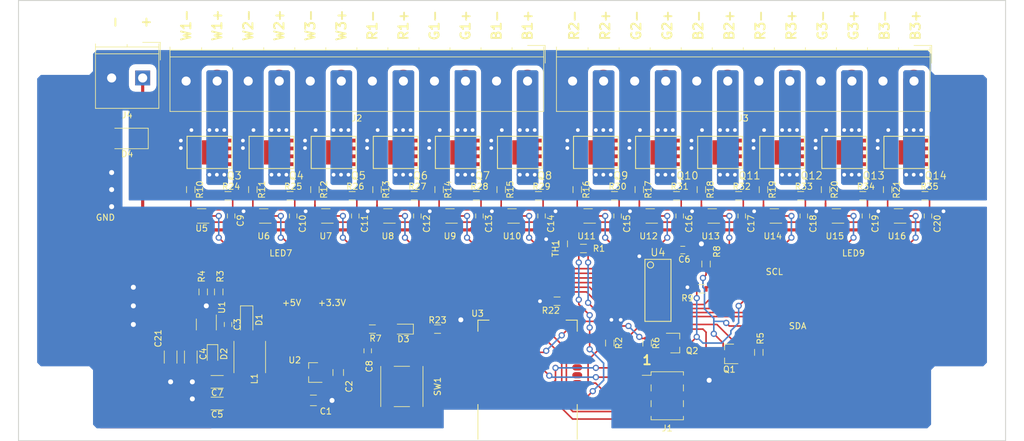
<source format=kicad_pcb>
(kicad_pcb (version 4) (host pcbnew 4.0.7)
  (layers (0 F.Cu signal) (31 B.Cu signal) (34 B.Paste user) (35 F.Paste user) (36 B.SilkS user) (37 F.SilkS user) (38 B.Mask user) (39 F.Mask user) (44 Edge.Cuts user))
  (net 0 "")
  (net 1 GND)
  (net 2 +5V)
  (net 3 +3V3)
  (net 4 "Net-(C3-Pad2)")
  (net 5 "Net-(C3-Pad1)")
  (net 6 /V_IN)
  (net 7 "Net-(C8-Pad1)")
  (net 8 "Net-(D3-Pad1)")
  (net 9 "Net-(J1-Pad3)")
  (net 10 "Net-(J1-Pad4)")
  (net 11 "Net-(J1-Pad5)")
  (net 12 "Net-(J1-Pad6)")
  (net 13 /LED0+)
  (net 14 /LED1+)
  (net 15 /LED2+)
  (net 16 /LED3+)
  (net 17 /LED4+)
  (net 18 /LED5+)
  (net 19 /LED6+)
  (net 20 /LED7+)
  (net 21 /LED8+)
  (net 22 /LED9+)
  (net 23 /LED10+)
  (net 24 /LED11+)
  (net 25 "Net-(Q1-Pad2)")
  (net 26 "Net-(Q1-Pad3)")
  (net 27 "Net-(Q2-Pad2)")
  (net 28 "Net-(Q2-Pad3)")
  (net 29 "Net-(Q3-Pad4)")
  (net 30 "Net-(Q4-Pad4)")
  (net 31 "Net-(Q5-Pad4)")
  (net 32 "Net-(Q6-Pad4)")
  (net 33 "Net-(Q7-Pad4)")
  (net 34 "Net-(Q8-Pad4)")
  (net 35 "Net-(Q9-Pad4)")
  (net 36 "Net-(Q10-Pad4)")
  (net 37 "Net-(Q11-Pad4)")
  (net 38 "Net-(Q12-Pad4)")
  (net 39 "Net-(Q13-Pad4)")
  (net 40 "Net-(Q14-Pad4)")
  (net 41 "Net-(R1-Pad2)")
  (net 42 "Net-(R3-Pad2)")
  (net 43 "Net-(R10-Pad2)")
  (net 44 "Net-(R11-Pad2)")
  (net 45 "Net-(R12-Pad2)")
  (net 46 "Net-(R13-Pad2)")
  (net 47 "Net-(R14-Pad2)")
  (net 48 "Net-(R15-Pad2)")
  (net 49 "Net-(R16-Pad2)")
  (net 50 "Net-(R17-Pad2)")
  (net 51 "Net-(R18-Pad2)")
  (net 52 "Net-(R19-Pad2)")
  (net 53 "Net-(R20-Pad2)")
  (net 54 "Net-(R21-Pad2)")
  (net 55 "Net-(R22-Pad1)")
  (net 56 "Net-(R23-Pad2)")
  (net 57 "Net-(U3-Pad2)")
  (net 58 "Net-(U3-Pad4)")
  (net 59 "Net-(U3-Pad5)")
  (net 60 "Net-(U3-Pad6)")
  (net 61 "Net-(U3-Pad7)")
  (net 62 "Net-(U3-Pad8)")
  (net 63 "Net-(U3-Pad9)")
  (net 64 "Net-(U3-Pad11)")
  (net 65 "Net-(U3-Pad14)")
  (net 66 "Net-(U3-Pad15)")
  (net 67 "Net-(U3-Pad16)")
  (net 68 "Net-(U3-Pad20)")
  (net 69 "Net-(U3-Pad21)")
  (net 70 "Net-(U3-Pad25)")
  (net 71 "Net-(U3-Pad26)")
  (net 72 "Net-(U3-Pad27)")
  (net 73 /LED0)
  (net 74 "Net-(U4-Pad22)")
  (net 75 /LED1)
  (net 76 "Net-(U4-Pad21)")
  (net 77 /LED2)
  (net 78 "Net-(U4-Pad20)")
  (net 79 /LED3)
  (net 80 "Net-(U4-Pad19)")
  (net 81 /LED4)
  (net 82 /LED11)
  (net 83 /LED5)
  (net 84 /LED10)
  (net 85 /LED6)
  (net 86 /LED9)
  (net 87 /LED7)
  (net 88 /LED8)
  (net 89 "Net-(U5-Pad5)")
  (net 90 "Net-(U6-Pad5)")
  (net 91 "Net-(U7-Pad5)")
  (net 92 "Net-(U8-Pad5)")
  (net 93 "Net-(U9-Pad5)")
  (net 94 "Net-(U10-Pad5)")
  (net 95 "Net-(U11-Pad5)")
  (net 96 "Net-(U12-Pad5)")
  (net 97 "Net-(U13-Pad5)")
  (net 98 "Net-(U14-Pad5)")
  (net 99 "Net-(U15-Pad5)")
  (net 100 "Net-(U16-Pad5)")
  (module Capacitors_SMD:C_0603 (layer F.Cu) (at 100.75 78.75 270)
    (fp_text reference C3 (at 0 -1.5 270) (layer F.SilkS))
    (fp_text value 100n)
    (pad 2 smd rect (at 0.75 0 270) (size 0.8 0.75) (layers F.Cu F.Paste F.Mask) (net 4 "Net-(C3-Pad2)"))
    (pad 1 smd rect (at -0.75 0 270) (size 0.8 0.75) (layers F.Cu F.Paste F.Mask) (net 5 "Net-(C3-Pad1)"))
  )
  (module Capacitors_SMD:C_0603 (layer F.Cu) (at 174 66.75 180)
    (fp_text reference C6 (at -0.25 -1.5 180) (layer F.SilkS))
    (fp_text value 100n)
    (pad 2 smd rect (at 0.75 0 180) (size 0.8 0.75) (layers F.Cu F.Paste F.Mask) (net 2 +5V))
    (pad 1 smd rect (at -0.75 0 180) (size 0.8 0.75) (layers F.Cu F.Paste F.Mask) (net 1 GND))
  )
  (module Capacitors_SMD:C_0603 (layer F.Cu) (at 123.25 83 270)
    (fp_text reference C8 (at 2.5 -0.25 270) (layer F.SilkS))
    (fp_text value 470n)
    (pad 2 smd rect (at 0.75 0 270) (size 0.8 0.75) (layers F.Cu F.Paste F.Mask) (net 1 GND))
    (pad 1 smd rect (at -0.75 0 270) (size 0.8 0.75) (layers F.Cu F.Paste F.Mask) (net 7 "Net-(C8-Pad1)"))
  )
  (module Capacitors_SMD:C_0603 (layer F.Cu) (at 101.25 61.25 90)
    (fp_text reference C9 (at -0.75 1.5 90) (layer F.SilkS))
    (fp_text value 100n)
    (pad 2 smd rect (at 0.75 0 90) (size 0.8 0.75) (layers F.Cu F.Paste F.Mask) (net 1 GND))
    (pad 1 smd rect (at -0.75 0 90) (size 0.8 0.75) (layers F.Cu F.Paste F.Mask) (net 2 +5V))
  )
  (module Capacitors_SMD:C_0603 (layer F.Cu) (at 111.25 61.25 90)
    (fp_text reference C10 (at -1.25 1.5 90) (layer F.SilkS))
    (fp_text value 100n)
    (pad 2 smd rect (at 0.75 0 90) (size 0.8 0.75) (layers F.Cu F.Paste F.Mask) (net 1 GND))
    (pad 1 smd rect (at -0.75 0 90) (size 0.8 0.75) (layers F.Cu F.Paste F.Mask) (net 2 +5V))
  )
  (module Capacitors_SMD:C_0603 (layer F.Cu) (at 121.25 61.25 90)
    (fp_text reference C11 (at -1.25 1.5 90) (layer F.SilkS))
    (fp_text value 100n)
    (pad 2 smd rect (at 0.75 0 90) (size 0.8 0.75) (layers F.Cu F.Paste F.Mask) (net 1 GND))
    (pad 1 smd rect (at -0.75 0 90) (size 0.8 0.75) (layers F.Cu F.Paste F.Mask) (net 2 +5V))
  )
  (module Capacitors_SMD:C_0603 (layer F.Cu) (at 131.25 61.25 90)
    (fp_text reference C12 (at -1.25 1.5 90) (layer F.SilkS))
    (fp_text value 100n)
    (pad 2 smd rect (at 0.75 0 90) (size 0.8 0.75) (layers F.Cu F.Paste F.Mask) (net 1 GND))
    (pad 1 smd rect (at -0.75 0 90) (size 0.8 0.75) (layers F.Cu F.Paste F.Mask) (net 2 +5V))
  )
  (module Capacitors_SMD:C_0603 (layer F.Cu) (at 141.25 61.25 90)
    (fp_text reference C13 (at -1.25 1.5 90) (layer F.SilkS))
    (fp_text value 100n)
    (pad 2 smd rect (at 0.75 0 90) (size 0.8 0.75) (layers F.Cu F.Paste F.Mask) (net 1 GND))
    (pad 1 smd rect (at -0.75 0 90) (size 0.8 0.75) (layers F.Cu F.Paste F.Mask) (net 2 +5V))
  )
  (module Capacitors_SMD:C_0603 (layer F.Cu) (at 151.25 61.25 90)
    (fp_text reference C14 (at -1.25 1.5 90) (layer F.SilkS))
    (fp_text value 100n)
    (pad 2 smd rect (at 0.75 0 90) (size 0.8 0.75) (layers F.Cu F.Paste F.Mask) (net 1 GND))
    (pad 1 smd rect (at -0.75 0 90) (size 0.8 0.75) (layers F.Cu F.Paste F.Mask) (net 2 +5V))
  )
  (module Capacitors_SMD:C_0603 (layer F.Cu) (at 163.5 61.25 90)
    (fp_text reference C15 (at -1.25 1.5 90) (layer F.SilkS))
    (fp_text value 100n)
    (pad 2 smd rect (at 0.75 0 90) (size 0.8 0.75) (layers F.Cu F.Paste F.Mask) (net 1 GND))
    (pad 1 smd rect (at -0.75 0 90) (size 0.8 0.75) (layers F.Cu F.Paste F.Mask) (net 2 +5V))
  )
  (module Capacitors_SMD:C_0603 (layer F.Cu) (at 173.5 61.25 90)
    (fp_text reference C16 (at -1.25 1.5 90) (layer F.SilkS))
    (fp_text value 100n)
    (pad 2 smd rect (at 0.75 0 90) (size 0.8 0.75) (layers F.Cu F.Paste F.Mask) (net 1 GND))
    (pad 1 smd rect (at -0.75 0 90) (size 0.8 0.75) (layers F.Cu F.Paste F.Mask) (net 2 +5V))
  )
  (module Capacitors_SMD:C_0603 (layer F.Cu) (at 183.5 61.25 90)
    (fp_text reference C17 (at -1.25 1.5 90) (layer F.SilkS))
    (fp_text value 100n)
    (pad 2 smd rect (at 0.75 0 90) (size 0.8 0.75) (layers F.Cu F.Paste F.Mask) (net 1 GND))
    (pad 1 smd rect (at -0.75 0 90) (size 0.8 0.75) (layers F.Cu F.Paste F.Mask) (net 2 +5V))
  )
  (module Capacitors_SMD:C_0603 (layer F.Cu) (at 193.5 61.25 90)
    (fp_text reference C18 (at -1.25 1.5 90) (layer F.SilkS))
    (fp_text value 100n)
    (pad 2 smd rect (at 0.75 0 90) (size 0.8 0.75) (layers F.Cu F.Paste F.Mask) (net 1 GND))
    (pad 1 smd rect (at -0.75 0 90) (size 0.8 0.75) (layers F.Cu F.Paste F.Mask) (net 2 +5V))
  )
  (module Capacitors_SMD:C_0603 (layer F.Cu) (at 203.5 61.25 90)
    (fp_text reference C19 (at -1.25 1.5 90) (layer F.SilkS))
    (fp_text value 100n)
    (pad 2 smd rect (at 0.75 0 90) (size 0.8 0.75) (layers F.Cu F.Paste F.Mask) (net 1 GND))
    (pad 1 smd rect (at -0.75 0 90) (size 0.8 0.75) (layers F.Cu F.Paste F.Mask) (net 2 +5V))
  )
  (module Capacitors_SMD:C_0603 (layer F.Cu) (at 213.5 61.25 90)
    (fp_text reference C20 (at -1.25 1.5 90) (layer F.SilkS))
    (fp_text value 100n)
    (pad 2 smd rect (at 0.75 0 90) (size 0.8 0.75) (layers F.Cu F.Paste F.Mask) (net 1 GND))
    (pad 1 smd rect (at -0.75 0 90) (size 0.8 0.75) (layers F.Cu F.Paste F.Mask) (net 2 +5V))
  )
  (module Diodes_SMD:D_SOD-123 (layer F.Cu) (at 103.75 78 270)
    (fp_text reference D1 (at 0 -2 270) (layer F.SilkS))
    (fp_text value 1N4148)
    (pad 1 smd rect (at -1.65 0 270) (size 0.9 1.2) (layers F.Cu F.Paste F.Mask) (net 5 "Net-(C3-Pad1)"))
    (pad 2 smd rect (at 1.65 0 270) (size 0.9 1.2) (layers F.Cu F.Paste F.Mask) (net 2 +5V))
  )
  (module Diodes_SMD:D_SOD-323 (layer F.Cu) (at 98.25 83.5 270)
    (fp_text reference D2 (at 0 -1.85 270) (layer F.SilkS))
    (fp_text value NSR0340HT1G)
    (pad 1 smd rect (at -1.05 0 270) (size 0.6 0.45) (layers F.Cu F.Paste F.Mask) (net 4 "Net-(C3-Pad2)"))
    (pad 2 smd rect (at 1.05 0 270) (size 0.6 0.45) (layers F.Cu F.Paste F.Mask) (net 1 GND))
  )
  (module Diodes_SMD:D_0805 (layer F.Cu) (at 129 79.5 180)
    (fp_text reference D3 (at 0 -1.6 180) (layer F.SilkS))
    (fp_text value LED)
    (pad 1 smd rect (at -1.05 0 180) (size 0.8 0.9) (layers F.Cu F.Paste F.Mask) (net 8 "Net-(D3-Pad1)"))
    (pad 2 smd rect (at 1.05 0 180) (size 0.8 0.9) (layers F.Cu F.Paste F.Mask) (net 3 +3V3))
  )
  (module Pin_Headers:Pin_Header_Straight_2x03_Pitch2.54mm_SMD (layer F.Cu) (at 171.5 90.25)
    (fp_text reference J1 (at 0 5.25) (layer F.SilkS))
    (fp_text value M20-7870346)
    (pad 1 smd rect (at -2.525 -2.54) (size 3.15 1) (layers F.Cu F.Paste F.Mask) (net 2 +5V))
    (pad 2 smd rect (at 2.525 -2.54) (size 3.15 1) (layers F.Cu F.Paste F.Mask) (net 1 GND))
    (pad 3 smd rect (at -2.525 0) (size 3.15 1) (layers F.Cu F.Paste F.Mask) (net 9 "Net-(J1-Pad3)"))
    (pad 4 smd rect (at 2.525 0) (size 3.15 1) (layers F.Cu F.Paste F.Mask) (net 10 "Net-(J1-Pad4)"))
    (pad 5 smd rect (at -2.525 2.54) (size 3.15 1) (layers F.Cu F.Paste F.Mask) (net 11 "Net-(J1-Pad5)"))
    (pad 6 smd rect (at 2.525 2.54) (size 3.15 1) (layers F.Cu F.Paste F.Mask) (net 12 "Net-(J1-Pad6)"))
  )
  (module Connectors_Terminal_Blocks:TerminalBlock_Philmore_TB13x_12x5mm_Straight (layer F.Cu) (at 149 39.5 180)
    (fp_text reference J2 (at 27.5 -6 180) (layer F.SilkS))
    (fp_text value 1935268)
    (pad 1 thru_hole rect (at 0 0 180) (size 2.4 2.4) (drill 1.47) (layers *.Cu *.Mask) (net 15 /LED2+))
    (pad 2 thru_hole circle (at 5 0 180) (size 2.4 2.4) (drill 1.47) (layers *.Cu *.Mask) (net 1 GND))
    (pad 3 thru_hole circle (at 10 0 180) (size 2.4 2.4) (drill 1.47) (layers *.Cu *.Mask) (net 16 /LED3+))
    (pad 4 thru_hole circle (at 15 0 180) (size 2.4 2.4) (drill 1.47) (layers *.Cu *.Mask) (net 1 GND))
    (pad 5 thru_hole circle (at 20 0 180) (size 2.4 2.4) (drill 1.47) (layers *.Cu *.Mask) (net 17 /LED4+))
    (pad 6 thru_hole circle (at 25 0 180) (size 2.4 2.4) (drill 1.47) (layers *.Cu *.Mask) (net 1 GND))
    (pad 7 thru_hole circle (at 30 0 180) (size 2.4 2.4) (drill 1.47) (layers *.Cu *.Mask) (net 18 /LED5+))
    (pad 8 thru_hole circle (at 35 0 180) (size 2.4 2.4) (drill 1.47) (layers *.Cu *.Mask) (net 1 GND))
    (pad 9 thru_hole circle (at 40 0 180) (size 2.4 2.4) (drill 1.47) (layers *.Cu *.Mask) (net 19 /LED6+))
    (pad 10 thru_hole circle (at 45 0 180) (size 2.4 2.4) (drill 1.47) (layers *.Cu *.Mask) (net 1 GND))
    (pad 11 thru_hole circle (at 50 0 180) (size 2.4 2.4) (drill 1.47) (layers *.Cu *.Mask) (net 20 /LED7+))
    (pad 12 thru_hole circle (at 55 0 180) (size 2.4 2.4) (drill 1.47) (layers *.Cu *.Mask) (net 1 GND))
  )
  (module Connectors_Terminal_Blocks:TerminalBlock_Philmore_TB13x_12x5mm_Straight (layer F.Cu) (at 211.25 39.5 180)
    (fp_text reference J3 (at 27.5 -6 180) (layer F.SilkS))
    (fp_text value 1935268)
    (pad 1 thru_hole rect (at 0 0 180) (size 2.4 2.4) (drill 1.47) (layers *.Cu *.Mask) (net 21 /LED8+))
    (pad 2 thru_hole circle (at 5 0 180) (size 2.4 2.4) (drill 1.47) (layers *.Cu *.Mask) (net 1 GND))
    (pad 3 thru_hole circle (at 10 0 180) (size 2.4 2.4) (drill 1.47) (layers *.Cu *.Mask) (net 22 /LED9+))
    (pad 4 thru_hole circle (at 15 0 180) (size 2.4 2.4) (drill 1.47) (layers *.Cu *.Mask) (net 1 GND))
    (pad 5 thru_hole circle (at 20 0 180) (size 2.4 2.4) (drill 1.47) (layers *.Cu *.Mask) (net 23 /LED10+))
    (pad 6 thru_hole circle (at 25 0 180) (size 2.4 2.4) (drill 1.47) (layers *.Cu *.Mask) (net 1 GND))
    (pad 7 thru_hole circle (at 30 0 180) (size 2.4 2.4) (drill 1.47) (layers *.Cu *.Mask) (net 24 /LED11+))
    (pad 8 thru_hole circle (at 35 0 180) (size 2.4 2.4) (drill 1.47) (layers *.Cu *.Mask) (net 1 GND))
    (pad 9 thru_hole circle (at 40 0 180) (size 2.4 2.4) (drill 1.47) (layers *.Cu *.Mask) (net 13 /LED0+))
    (pad 10 thru_hole circle (at 45 0 180) (size 2.4 2.4) (drill 1.47) (layers *.Cu *.Mask) (net 1 GND))
    (pad 11 thru_hole circle (at 50 0 180) (size 2.4 2.4) (drill 1.47) (layers *.Cu *.Mask) (net 14 /LED1+))
    (pad 12 thru_hole circle (at 55 0 180) (size 2.4 2.4) (drill 1.47) (layers *.Cu *.Mask) (net 1 GND))
  )
  (module Connectors_Terminal_Blocks:TerminalBlock_Philmore_TB132_02x5mm_Straight (layer F.Cu) (at 87 39 180)
    (fp_text reference J4 (at 2.5 -6 180) (layer F.SilkS))
    (fp_text value 1935161)
    (pad 1 thru_hole rect (at 0 0 180) (size 2.4 2.4) (drill 1.47) (layers *.Cu *.Mask) (net 6 /V_IN))
    (pad 2 thru_hole circle (at 5 0 180) (size 2.4 2.4) (drill 1.47) (layers *.Cu *.Mask) (net 1 GND))
  )
  (module Inductors_SMD:L_Taiyo-Yuden_NR-50xx (layer F.Cu) (at 104.25 84 90)
    (fp_text reference L1 (at -3.5 0.75 90) (layer F.SilkS))
    (fp_text value 22u)
    (pad 1 smd rect (at -1.8 0 90) (size 1.5 4.2) (layers F.Cu F.Paste F.Mask) (net 2 +5V))
    (pad 2 smd rect (at 1.8 0 90) (size 1.5 4.2) (layers F.Cu F.Paste F.Mask) (net 4 "Net-(C3-Pad2)"))
  )
  (module TO_SOT_Packages_SMD:SOT-23 (layer F.Cu) (at 181.5 83.5 180)
    (fp_text reference Q1 (at 0 -2.5 180) (layer F.SilkS))
    (fp_text value 2N7002)
    (pad 1 smd rect (at -1 -0.95 180) (size 0.9 0.8) (layers F.Cu F.Paste F.Mask) (net 3 +3V3))
    (pad 2 smd rect (at -1 0.95 180) (size 0.9 0.8) (layers F.Cu F.Paste F.Mask) (net 25 "Net-(Q1-Pad2)"))
    (pad 3 smd rect (at 1 0 180) (size 0.9 0.8) (layers F.Cu F.Paste F.Mask) (net 26 "Net-(Q1-Pad3)"))
  )
  (module TO_SOT_Packages_SMD:SOT-23 (layer F.Cu) (at 172.75 81.75)
    (fp_text reference Q2 (at 2.75 1.25) (layer F.SilkS))
    (fp_text value 2N7002)
    (pad 1 smd rect (at -1 -0.95) (size 0.9 0.8) (layers F.Cu F.Paste F.Mask) (net 3 +3V3))
    (pad 2 smd rect (at -1 0.95) (size 0.9 0.8) (layers F.Cu F.Paste F.Mask) (net 27 "Net-(Q2-Pad2)"))
    (pad 3 smd rect (at 1 0) (size 0.9 0.8) (layers F.Cu F.Paste F.Mask) (net 28 "Net-(Q2-Pad3)"))
  )
  (module Resistors_SMD:R_0603 (layer F.Cu) (at 158 66.5 180)
    (fp_text reference R1 (at -2.5 0 180) (layer F.SilkS))
    (fp_text value 10k)
    (pad 1 smd rect (at -0.75 0 180) (size 0.5 0.9) (layers F.Cu F.Paste F.Mask) (net 3 +3V3))
    (pad 2 smd rect (at 0.75 0 180) (size 0.5 0.9) (layers F.Cu F.Paste F.Mask) (net 41 "Net-(R1-Pad2)"))
  )
  (module Resistors_SMD:R_0603 (layer F.Cu) (at 162.25 81.75 270)
    (fp_text reference R2 (at 0 -1.45 270) (layer F.SilkS))
    (fp_text value 100k)
    (pad 1 smd rect (at -0.75 0 270) (size 0.5 0.9) (layers F.Cu F.Paste F.Mask) (net 3 +3V3))
    (pad 2 smd rect (at 0.75 0 270) (size 0.5 0.9) (layers F.Cu F.Paste F.Mask) (net 9 "Net-(J1-Pad3)"))
  )
  (module Resistors_SMD:R_0603 (layer F.Cu) (at 99.25 73.5 90)
    (fp_text reference R3 (at 2.5 0.25 90) (layer F.SilkS))
    (fp_text value 52.3k)
    (pad 1 smd rect (at -0.75 0 90) (size 0.5 0.9) (layers F.Cu F.Paste F.Mask) (net 2 +5V))
    (pad 2 smd rect (at 0.75 0 90) (size 0.5 0.9) (layers F.Cu F.Paste F.Mask) (net 42 "Net-(R3-Pad2)"))
  )
  (module Resistors_SMD:R_0603 (layer F.Cu) (at 96.75 73.5 270)
    (fp_text reference R4 (at -2.5 0.25 270) (layer F.SilkS))
    (fp_text value 10k)
    (pad 1 smd rect (at -0.75 0 270) (size 0.5 0.9) (layers F.Cu F.Paste F.Mask) (net 42 "Net-(R3-Pad2)"))
    (pad 2 smd rect (at 0.75 0 270) (size 0.5 0.9) (layers F.Cu F.Paste F.Mask) (net 1 GND))
  )
  (module Resistors_SMD:R_0603 (layer F.Cu) (at 186.25 83.25 90)
    (fp_text reference R5 (at 2.25 0.25 90) (layer F.SilkS))
    (fp_text value 4.7k)
    (pad 1 smd rect (at -0.75 0 90) (size 0.5 0.9) (layers F.Cu F.Paste F.Mask) (net 3 +3V3))
    (pad 2 smd rect (at 0.75 0 90) (size 0.5 0.9) (layers F.Cu F.Paste F.Mask) (net 25 "Net-(Q1-Pad2)"))
  )
  (module Resistors_SMD:R_0603 (layer F.Cu) (at 168.25 81.75 270)
    (fp_text reference R6 (at 0 -1.45 270) (layer F.SilkS))
    (fp_text value 4.7k)
    (pad 1 smd rect (at -0.75 0 270) (size 0.5 0.9) (layers F.Cu F.Paste F.Mask) (net 3 +3V3))
    (pad 2 smd rect (at 0.75 0 270) (size 0.5 0.9) (layers F.Cu F.Paste F.Mask) (net 27 "Net-(Q2-Pad2)"))
  )
  (module Resistors_SMD:R_0603 (layer F.Cu) (at 124 79.5 180)
    (fp_text reference R7 (at -0.5 -1.5 180) (layer F.SilkS))
    (fp_text value 18k)
    (pad 1 smd rect (at -0.75 0 180) (size 0.5 0.9) (layers F.Cu F.Paste F.Mask) (net 3 +3V3))
    (pad 2 smd rect (at 0.75 0 180) (size 0.5 0.9) (layers F.Cu F.Paste F.Mask) (net 7 "Net-(C8-Pad1)"))
  )
  (module Resistors_SMD:R_0603 (layer F.Cu) (at 177.75 69 270)
    (fp_text reference R8 (at -2 -1.75 270) (layer F.SilkS))
    (fp_text value 4.7k)
    (pad 1 smd rect (at -0.75 0 270) (size 0.5 0.9) (layers F.Cu F.Paste F.Mask) (net 2 +5V))
    (pad 2 smd rect (at 0.75 0 270) (size 0.5 0.9) (layers F.Cu F.Paste F.Mask) (net 26 "Net-(Q1-Pad3)"))
  )
  (module Resistors_SMD:R_0603 (layer F.Cu) (at 177 73 180)
    (fp_text reference R9 (at 2.25 -1.5 180) (layer F.SilkS))
    (fp_text value 4.7k)
    (pad 1 smd rect (at -0.75 0 180) (size 0.5 0.9) (layers F.Cu F.Paste F.Mask) (net 2 +5V))
    (pad 2 smd rect (at 0.75 0 180) (size 0.5 0.9) (layers F.Cu F.Paste F.Mask) (net 28 "Net-(Q2-Pad3)"))
  )
  (module Resistors_SMD:R_0603 (layer F.Cu) (at 94.75 57 270)
    (fp_text reference R10 (at 0 -1.45 270) (layer F.SilkS))
    (fp_text value 8.2)
    (pad 1 smd rect (at -0.75 0 270) (size 0.5 0.9) (layers F.Cu F.Paste F.Mask) (net 29 "Net-(Q3-Pad4)"))
    (pad 2 smd rect (at 0.75 0 270) (size 0.5 0.9) (layers F.Cu F.Paste F.Mask) (net 43 "Net-(R10-Pad2)"))
  )
  (module Resistors_SMD:R_0603 (layer F.Cu) (at 104.75 57 270)
    (fp_text reference R11 (at 0 -1.45 270) (layer F.SilkS))
    (fp_text value 8.2)
    (pad 1 smd rect (at -0.75 0 270) (size 0.5 0.9) (layers F.Cu F.Paste F.Mask) (net 30 "Net-(Q4-Pad4)"))
    (pad 2 smd rect (at 0.75 0 270) (size 0.5 0.9) (layers F.Cu F.Paste F.Mask) (net 44 "Net-(R11-Pad2)"))
  )
  (module Resistors_SMD:R_0603 (layer F.Cu) (at 114.75 57 270)
    (fp_text reference R12 (at 0 -1.45 270) (layer F.SilkS))
    (fp_text value 8.2)
    (pad 1 smd rect (at -0.75 0 270) (size 0.5 0.9) (layers F.Cu F.Paste F.Mask) (net 31 "Net-(Q5-Pad4)"))
    (pad 2 smd rect (at 0.75 0 270) (size 0.5 0.9) (layers F.Cu F.Paste F.Mask) (net 45 "Net-(R12-Pad2)"))
  )
  (module Resistors_SMD:R_0603 (layer F.Cu) (at 124.75 57 270)
    (fp_text reference R13 (at 0 -1.45 270) (layer F.SilkS))
    (fp_text value 8.2)
    (pad 1 smd rect (at -0.75 0 270) (size 0.5 0.9) (layers F.Cu F.Paste F.Mask) (net 32 "Net-(Q6-Pad4)"))
    (pad 2 smd rect (at 0.75 0 270) (size 0.5 0.9) (layers F.Cu F.Paste F.Mask) (net 46 "Net-(R13-Pad2)"))
  )
  (module Resistors_SMD:R_0603 (layer F.Cu) (at 134.75 57 270)
    (fp_text reference R14 (at 0 -1.45 270) (layer F.SilkS))
    (fp_text value 8.2)
    (pad 1 smd rect (at -0.75 0 270) (size 0.5 0.9) (layers F.Cu F.Paste F.Mask) (net 33 "Net-(Q7-Pad4)"))
    (pad 2 smd rect (at 0.75 0 270) (size 0.5 0.9) (layers F.Cu F.Paste F.Mask) (net 47 "Net-(R14-Pad2)"))
  )
  (module Resistors_SMD:R_0603 (layer F.Cu) (at 144.75 57 270)
    (fp_text reference R15 (at 0 -1.45 270) (layer F.SilkS))
    (fp_text value 8.2)
    (pad 1 smd rect (at -0.75 0 270) (size 0.5 0.9) (layers F.Cu F.Paste F.Mask) (net 34 "Net-(Q8-Pad4)"))
    (pad 2 smd rect (at 0.75 0 270) (size 0.5 0.9) (layers F.Cu F.Paste F.Mask) (net 48 "Net-(R15-Pad2)"))
  )
  (module Resistors_SMD:R_0603 (layer F.Cu) (at 157 57 270)
    (fp_text reference R16 (at 0 -1.45 270) (layer F.SilkS))
    (fp_text value 8.2)
    (pad 1 smd rect (at -0.75 0 270) (size 0.5 0.9) (layers F.Cu F.Paste F.Mask) (net 35 "Net-(Q9-Pad4)"))
    (pad 2 smd rect (at 0.75 0 270) (size 0.5 0.9) (layers F.Cu F.Paste F.Mask) (net 49 "Net-(R16-Pad2)"))
  )
  (module Resistors_SMD:R_0603 (layer F.Cu) (at 167 57 270)
    (fp_text reference R17 (at 0 -1.45 270) (layer F.SilkS))
    (fp_text value 8.2)
    (pad 1 smd rect (at -0.75 0 270) (size 0.5 0.9) (layers F.Cu F.Paste F.Mask) (net 36 "Net-(Q10-Pad4)"))
    (pad 2 smd rect (at 0.75 0 270) (size 0.5 0.9) (layers F.Cu F.Paste F.Mask) (net 50 "Net-(R17-Pad2)"))
  )
  (module Resistors_SMD:R_0603 (layer F.Cu) (at 177 57 270)
    (fp_text reference R18 (at 0 -1.45 270) (layer F.SilkS))
    (fp_text value 8.2)
    (pad 1 smd rect (at -0.75 0 270) (size 0.5 0.9) (layers F.Cu F.Paste F.Mask) (net 37 "Net-(Q11-Pad4)"))
    (pad 2 smd rect (at 0.75 0 270) (size 0.5 0.9) (layers F.Cu F.Paste F.Mask) (net 51 "Net-(R18-Pad2)"))
  )
  (module Resistors_SMD:R_0603 (layer F.Cu) (at 187 57 270)
    (fp_text reference R19 (at 0 -1.45 270) (layer F.SilkS))
    (fp_text value 8.2)
    (pad 1 smd rect (at -0.75 0 270) (size 0.5 0.9) (layers F.Cu F.Paste F.Mask) (net 38 "Net-(Q12-Pad4)"))
    (pad 2 smd rect (at 0.75 0 270) (size 0.5 0.9) (layers F.Cu F.Paste F.Mask) (net 52 "Net-(R19-Pad2)"))
  )
  (module Resistors_SMD:R_0603 (layer F.Cu) (at 197 57 270)
    (fp_text reference R20 (at 0 -1.45 270) (layer F.SilkS))
    (fp_text value 8.2)
    (pad 1 smd rect (at -0.75 0 270) (size 0.5 0.9) (layers F.Cu F.Paste F.Mask) (net 39 "Net-(Q13-Pad4)"))
    (pad 2 smd rect (at 0.75 0 270) (size 0.5 0.9) (layers F.Cu F.Paste F.Mask) (net 53 "Net-(R20-Pad2)"))
  )
  (module Resistors_SMD:R_0603 (layer F.Cu) (at 207 57 270)
    (fp_text reference R21 (at 0 -1.45 270) (layer F.SilkS))
    (fp_text value 8.2)
    (pad 1 smd rect (at -0.75 0 270) (size 0.5 0.9) (layers F.Cu F.Paste F.Mask) (net 40 "Net-(Q14-Pad4)"))
    (pad 2 smd rect (at 0.75 0 270) (size 0.5 0.9) (layers F.Cu F.Paste F.Mask) (net 54 "Net-(R21-Pad2)"))
  )
  (module Resistors_SMD:R_0603 (layer F.Cu) (at 153.75 75 180)
    (fp_text reference R22 (at 1 -1.5 180) (layer F.SilkS))
    (fp_text value 10k)
    (pad 1 smd rect (at -0.75 0 180) (size 0.5 0.9) (layers F.Cu F.Paste F.Mask) (net 55 "Net-(R22-Pad1)"))
    (pad 2 smd rect (at 0.75 0 180) (size 0.5 0.9) (layers F.Cu F.Paste F.Mask) (net 1 GND))
  )
  (module Resistors_SMD:R_0603 (layer F.Cu) (at 134.5 79.5)
    (fp_text reference R23 (at 0 -1.45) (layer F.SilkS))
    (fp_text value 330)
    (pad 1 smd rect (at -0.75 0) (size 0.5 0.9) (layers F.Cu F.Paste F.Mask) (net 8 "Net-(D3-Pad1)"))
    (pad 2 smd rect (at 0.75 0) (size 0.5 0.9) (layers F.Cu F.Paste F.Mask) (net 56 "Net-(R23-Pad2)"))
  )
  (module zll_lib:PTS645SM43SMTR_92_LFS (layer F.Cu) (at 128.75 88.75 270)
    (fp_text reference SW1 (at 0 -5.75 270) (layer F.SilkS))
    (fp_text value SW_Push)
    (pad 1 smd rect (at -4.15 -2.25 270) (size 1.9 1.3) (layers F.Cu F.Paste F.Mask) (net 7 "Net-(C8-Pad1)"))
    (pad 1 smd rect (at 4.15 -2.25 270) (size 1.9 1.3) (layers F.Cu F.Paste F.Mask) (net 7 "Net-(C8-Pad1)"))
    (pad 2 smd rect (at 4.15 2.25 270) (size 1.9 1.3) (layers F.Cu F.Paste F.Mask) (net 1 GND))
    (pad 2 smd rect (at -4.15 2.25 270) (size 1.9 1.3) (layers F.Cu F.Paste F.Mask) (net 1 GND))
  )
  (module Resistors_SMD:R_0603 (layer F.Cu) (at 154.75 65.75 90)
    (fp_text reference TH1 (at -0.75 -1.25 90) (layer F.SilkS))
    (fp_text value NTCG163JH103JT1)
    (pad 1 smd rect (at -0.75 0 90) (size 0.5 0.9) (layers F.Cu F.Paste F.Mask) (net 41 "Net-(R1-Pad2)"))
    (pad 2 smd rect (at 0.75 0 90) (size 0.5 0.9) (layers F.Cu F.Paste F.Mask) (net 1 GND))
  )
  (module TO_SOT_Packages_SMD:SOT-23-6 (layer F.Cu) (at 97.25 78.75 270)
    (fp_text reference U1 (at -2.75 -2.5 270) (layer F.SilkS))
    (fp_text value MCP16301)
    (pad 1 smd rect (at -1.1 -0.95 270) (size 1.06 0.65) (layers F.Cu F.Paste F.Mask) (net 5 "Net-(C3-Pad1)"))
    (pad 2 smd rect (at -1.1 0 270) (size 1.06 0.65) (layers F.Cu F.Paste F.Mask) (net 1 GND))
    (pad 3 smd rect (at -1.1 0.95 270) (size 1.06 0.65) (layers F.Cu F.Paste F.Mask) (net 42 "Net-(R3-Pad2)"))
    (pad 4 smd rect (at 1.1 0.95 270) (size 1.06 0.65) (layers F.Cu F.Paste F.Mask) (net 6 /V_IN))
    (pad 6 smd rect (at 1.1 -0.95 270) (size 1.06 0.65) (layers F.Cu F.Paste F.Mask) (net 4 "Net-(C3-Pad2)"))
    (pad 5 smd rect (at 1.1 0 270) (size 1.06 0.65) (layers F.Cu F.Paste F.Mask) (net 6 /V_IN))
  )
  (module TO_SOT_Packages_SMD:SOT-23 (layer F.Cu) (at 114.5 86.5 180)
    (fp_text reference U2 (at 3 2 180) (layer F.SilkS))
    (fp_text value AP2120N-3.3)
    (pad 1 smd rect (at -1 -0.95 180) (size 0.9 0.8) (layers F.Cu F.Paste F.Mask) (net 1 GND))
    (pad 2 smd rect (at -1 0.95 180) (size 0.9 0.8) (layers F.Cu F.Paste F.Mask) (net 3 +3V3))
    (pad 3 smd rect (at 1 0 180) (size 0.9 0.8) (layers F.Cu F.Paste F.Mask) (net 2 +5V))
  )
  (module zll_lib:TSSOP-28 (layer F.Cu) (at 170 73.25 270)
    (fp_text reference U4 (at -6.115 0 360) (layer F.SilkS) (effects (font (size 1.2 1.2))))
    (fp_text value PCA9685)
    (pad 28 smd rect (at -4.225 -2.95 270) (size 0.38 1.5) (layers F.Cu F.Paste F.Mask) (net 2 +5V))
    (pad 1 smd rect (at -4.225 2.95 270) (size 0.38 1.5) (layers F.Cu F.Paste F.Mask) (net 1 GND))
    (pad 27 smd rect (at -3.575 -2.95 270) (size 0.38 1.5) (layers F.Cu F.Paste F.Mask) (net 26 "Net-(Q1-Pad3)"))
    (pad 2 smd rect (at -3.575 2.95 270) (size 0.38 1.5) (layers F.Cu F.Paste F.Mask) (net 1 GND))
    (pad 26 smd rect (at -2.925 -2.95 270) (size 0.38 1.5) (layers F.Cu F.Paste F.Mask) (net 28 "Net-(Q2-Pad3)"))
    (pad 3 smd rect (at -2.925 2.95 270) (size 0.38 1.5) (layers F.Cu F.Paste F.Mask) (net 1 GND))
    (pad 25 smd rect (at -2.275 -2.95 270) (size 0.38 1.5) (layers F.Cu F.Paste F.Mask) (net 1 GND))
    (pad 4 smd rect (at -2.275 2.95 270) (size 0.38 1.5) (layers F.Cu F.Paste F.Mask) (net 1 GND))
    (pad 24 smd rect (at -1.625 -2.95 270) (size 0.38 1.5) (layers F.Cu F.Paste F.Mask) (net 1 GND))
    (pad 5 smd rect (at -1.625 2.95 270) (size 0.38 1.5) (layers F.Cu F.Paste F.Mask) (net 1 GND))
    (pad 23 smd rect (at -0.975 -2.95 270) (size 0.38 1.5) (layers F.Cu F.Paste F.Mask) (net 1 GND))
    (pad 6 smd rect (at -0.975 2.95 270) (size 0.38 1.5) (layers F.Cu F.Paste F.Mask) (net 73 /LED0))
    (pad 22 smd rect (at -0.325 -2.95 270) (size 0.38 1.5) (layers F.Cu F.Paste F.Mask) (net 74 "Net-(U4-Pad22)"))
    (pad 7 smd rect (at -0.325 2.95 270) (size 0.38 1.5) (layers F.Cu F.Paste F.Mask) (net 75 /LED1))
    (pad 21 smd rect (at 0.325 -2.95 270) (size 0.38 1.5) (layers F.Cu F.Paste F.Mask) (net 76 "Net-(U4-Pad21)"))
    (pad 8 smd rect (at 0.325 2.95 270) (size 0.38 1.5) (layers F.Cu F.Paste F.Mask) (net 77 /LED2))
    (pad 20 smd rect (at 0.975 -2.95 270) (size 0.38 1.5) (layers F.Cu F.Paste F.Mask) (net 78 "Net-(U4-Pad20)"))
    (pad 9 smd rect (at 0.975 2.95 270) (size 0.38 1.5) (layers F.Cu F.Paste F.Mask) (net 79 /LED3))
    (pad 19 smd rect (at 1.625 -2.95 270) (size 0.38 1.5) (layers F.Cu F.Paste F.Mask) (net 80 "Net-(U4-Pad19)"))
    (pad 10 smd rect (at 1.625 2.95 270) (size 0.38 1.5) (layers F.Cu F.Paste F.Mask) (net 81 /LED4))
    (pad 18 smd rect (at 2.275 -2.95 270) (size 0.38 1.5) (layers F.Cu F.Paste F.Mask) (net 82 /LED11))
    (pad 11 smd rect (at 2.275 2.95 270) (size 0.38 1.5) (layers F.Cu F.Paste F.Mask) (net 83 /LED5))
    (pad 17 smd rect (at 2.925 -2.95 270) (size 0.38 1.5) (layers F.Cu F.Paste F.Mask) (net 84 /LED10))
    (pad 12 smd rect (at 2.925 2.95 270) (size 0.38 1.5) (layers F.Cu F.Paste F.Mask) (net 85 /LED6))
    (pad 16 smd rect (at 3.575 -2.95 270) (size 0.38 1.5) (layers F.Cu F.Paste F.Mask) (net 86 /LED9))
    (pad 13 smd rect (at 3.575 2.95 270) (size 0.38 1.5) (layers F.Cu F.Paste F.Mask) (net 87 /LED7))
    (pad 15 smd rect (at 4.225 -2.95 270) (size 0.38 1.5) (layers F.Cu F.Paste F.Mask) (net 88 /LED8))
    (pad 14 smd rect (at 4.225 2.95 270) (size 0.38 1.5) (layers F.Cu F.Paste F.Mask) (net 1 GND))
  )
  (module TO_SOT_Packages_SMD:SOT-363_SC-70-6 (layer F.Cu) (at 96.5 61.25 180)
    (fp_text reference U5 (at 0 -2 180) (layer F.SilkS))
    (fp_text value ZXGD3009DY)
    (pad 1 smd rect (at -0.95 -0.65 180) (size 0.65 0.4) (layers F.Cu F.Paste F.Mask) (net 2 +5V))
    (pad 3 smd rect (at -0.95 0.65 180) (size 0.65 0.4) (layers F.Cu F.Paste F.Mask) (net 1 GND))
    (pad 5 smd rect (at 0.95 0 180) (size 0.65 0.4) (layers F.Cu F.Paste F.Mask) (net 89 "Net-(U5-Pad5)"))
    (pad 2 smd rect (at -0.95 0 180) (size 0.65 0.4) (layers F.Cu F.Paste F.Mask) (net 87 /LED7))
    (pad 4 smd rect (at 0.95 0.65 180) (size 0.65 0.4) (layers F.Cu F.Paste F.Mask) (net 43 "Net-(R10-Pad2)"))
    (pad 6 smd rect (at 0.95 -0.65 180) (size 0.65 0.4) (layers F.Cu F.Paste F.Mask) (net 43 "Net-(R10-Pad2)"))
  )
  (module TO_SOT_Packages_SMD:SOT-363_SC-70-6 (layer F.Cu) (at 106.5 61.25 180)
    (fp_text reference U6 (at 0 -3.25 180) (layer F.SilkS))
    (fp_text value ZXGD3009DY)
    (pad 1 smd rect (at -0.95 -0.65 180) (size 0.65 0.4) (layers F.Cu F.Paste F.Mask) (net 2 +5V))
    (pad 3 smd rect (at -0.95 0.65 180) (size 0.65 0.4) (layers F.Cu F.Paste F.Mask) (net 1 GND))
    (pad 5 smd rect (at 0.95 0 180) (size 0.65 0.4) (layers F.Cu F.Paste F.Mask) (net 90 "Net-(U6-Pad5)"))
    (pad 2 smd rect (at -0.95 0 180) (size 0.65 0.4) (layers F.Cu F.Paste F.Mask) (net 85 /LED6))
    (pad 4 smd rect (at 0.95 0.65 180) (size 0.65 0.4) (layers F.Cu F.Paste F.Mask) (net 44 "Net-(R11-Pad2)"))
    (pad 6 smd rect (at 0.95 -0.65 180) (size 0.65 0.4) (layers F.Cu F.Paste F.Mask) (net 44 "Net-(R11-Pad2)"))
  )
  (module TO_SOT_Packages_SMD:SOT-363_SC-70-6 (layer F.Cu) (at 116.5 61.25 180)
    (fp_text reference U7 (at 0 -3.25 180) (layer F.SilkS))
    (fp_text value ZXGD3009DY)
    (pad 1 smd rect (at -0.95 -0.65 180) (size 0.65 0.4) (layers F.Cu F.Paste F.Mask) (net 2 +5V))
    (pad 3 smd rect (at -0.95 0.65 180) (size 0.65 0.4) (layers F.Cu F.Paste F.Mask) (net 1 GND))
    (pad 5 smd rect (at 0.95 0 180) (size 0.65 0.4) (layers F.Cu F.Paste F.Mask) (net 91 "Net-(U7-Pad5)"))
    (pad 2 smd rect (at -0.95 0 180) (size 0.65 0.4) (layers F.Cu F.Paste F.Mask) (net 83 /LED5))
    (pad 4 smd rect (at 0.95 0.65 180) (size 0.65 0.4) (layers F.Cu F.Paste F.Mask) (net 45 "Net-(R12-Pad2)"))
    (pad 6 smd rect (at 0.95 -0.65 180) (size 0.65 0.4) (layers F.Cu F.Paste F.Mask) (net 45 "Net-(R12-Pad2)"))
  )
  (module TO_SOT_Packages_SMD:SOT-363_SC-70-6 (layer F.Cu) (at 126.5 61.25 180)
    (fp_text reference U8 (at 0 -3.25 180) (layer F.SilkS))
    (fp_text value ZXGD3009DY)
    (pad 1 smd rect (at -0.95 -0.65 180) (size 0.65 0.4) (layers F.Cu F.Paste F.Mask) (net 2 +5V))
    (pad 3 smd rect (at -0.95 0.65 180) (size 0.65 0.4) (layers F.Cu F.Paste F.Mask) (net 1 GND))
    (pad 5 smd rect (at 0.95 0 180) (size 0.65 0.4) (layers F.Cu F.Paste F.Mask) (net 92 "Net-(U8-Pad5)"))
    (pad 2 smd rect (at -0.95 0 180) (size 0.65 0.4) (layers F.Cu F.Paste F.Mask) (net 81 /LED4))
    (pad 4 smd rect (at 0.95 0.65 180) (size 0.65 0.4) (layers F.Cu F.Paste F.Mask) (net 46 "Net-(R13-Pad2)"))
    (pad 6 smd rect (at 0.95 -0.65 180) (size 0.65 0.4) (layers F.Cu F.Paste F.Mask) (net 46 "Net-(R13-Pad2)"))
  )
  (module TO_SOT_Packages_SMD:SOT-363_SC-70-6 (layer F.Cu) (at 136.5 61.25 180)
    (fp_text reference U9 (at 0 -3.25 180) (layer F.SilkS))
    (fp_text value ZXGD3009DY)
    (pad 1 smd rect (at -0.95 -0.65 180) (size 0.65 0.4) (layers F.Cu F.Paste F.Mask) (net 2 +5V))
    (pad 3 smd rect (at -0.95 0.65 180) (size 0.65 0.4) (layers F.Cu F.Paste F.Mask) (net 1 GND))
    (pad 5 smd rect (at 0.95 0 180) (size 0.65 0.4) (layers F.Cu F.Paste F.Mask) (net 93 "Net-(U9-Pad5)"))
    (pad 2 smd rect (at -0.95 0 180) (size 0.65 0.4) (layers F.Cu F.Paste F.Mask) (net 79 /LED3))
    (pad 4 smd rect (at 0.95 0.65 180) (size 0.65 0.4) (layers F.Cu F.Paste F.Mask) (net 47 "Net-(R14-Pad2)"))
    (pad 6 smd rect (at 0.95 -0.65 180) (size 0.65 0.4) (layers F.Cu F.Paste F.Mask) (net 47 "Net-(R14-Pad2)"))
  )
  (module TO_SOT_Packages_SMD:SOT-363_SC-70-6 (layer F.Cu) (at 146.5 61.25 180)
    (fp_text reference U10 (at 0 -3.25 180) (layer F.SilkS))
    (fp_text value ZXGD3009DY)
    (pad 1 smd rect (at -0.95 -0.65 180) (size 0.65 0.4) (layers F.Cu F.Paste F.Mask) (net 2 +5V))
    (pad 3 smd rect (at -0.95 0.65 180) (size 0.65 0.4) (layers F.Cu F.Paste F.Mask) (net 1 GND))
    (pad 5 smd rect (at 0.95 0 180) (size 0.65 0.4) (layers F.Cu F.Paste F.Mask) (net 94 "Net-(U10-Pad5)"))
    (pad 2 smd rect (at -0.95 0 180) (size 0.65 0.4) (layers F.Cu F.Paste F.Mask) (net 77 /LED2))
    (pad 4 smd rect (at 0.95 0.65 180) (size 0.65 0.4) (layers F.Cu F.Paste F.Mask) (net 48 "Net-(R15-Pad2)"))
    (pad 6 smd rect (at 0.95 -0.65 180) (size 0.65 0.4) (layers F.Cu F.Paste F.Mask) (net 48 "Net-(R15-Pad2)"))
  )
  (module TO_SOT_Packages_SMD:SOT-363_SC-70-6 (layer F.Cu) (at 158.75 61.25 180)
    (fp_text reference U11 (at 0.25 -3.25 180) (layer F.SilkS))
    (fp_text value ZXGD3009DY)
    (pad 1 smd rect (at -0.95 -0.65 180) (size 0.65 0.4) (layers F.Cu F.Paste F.Mask) (net 2 +5V))
    (pad 3 smd rect (at -0.95 0.65 180) (size 0.65 0.4) (layers F.Cu F.Paste F.Mask) (net 1 GND))
    (pad 5 smd rect (at 0.95 0 180) (size 0.65 0.4) (layers F.Cu F.Paste F.Mask) (net 95 "Net-(U11-Pad5)"))
    (pad 2 smd rect (at -0.95 0 180) (size 0.65 0.4) (layers F.Cu F.Paste F.Mask) (net 75 /LED1))
    (pad 4 smd rect (at 0.95 0.65 180) (size 0.65 0.4) (layers F.Cu F.Paste F.Mask) (net 49 "Net-(R16-Pad2)"))
    (pad 6 smd rect (at 0.95 -0.65 180) (size 0.65 0.4) (layers F.Cu F.Paste F.Mask) (net 49 "Net-(R16-Pad2)"))
  )
  (module TO_SOT_Packages_SMD:SOT-363_SC-70-6 (layer F.Cu) (at 168.75 61.25 180)
    (fp_text reference U12 (at 0.25 -3.25 180) (layer F.SilkS))
    (fp_text value ZXGD3009DY)
    (pad 1 smd rect (at -0.95 -0.65 180) (size 0.65 0.4) (layers F.Cu F.Paste F.Mask) (net 2 +5V))
    (pad 3 smd rect (at -0.95 0.65 180) (size 0.65 0.4) (layers F.Cu F.Paste F.Mask) (net 1 GND))
    (pad 5 smd rect (at 0.95 0 180) (size 0.65 0.4) (layers F.Cu F.Paste F.Mask) (net 96 "Net-(U12-Pad5)"))
    (pad 2 smd rect (at -0.95 0 180) (size 0.65 0.4) (layers F.Cu F.Paste F.Mask) (net 73 /LED0))
    (pad 4 smd rect (at 0.95 0.65 180) (size 0.65 0.4) (layers F.Cu F.Paste F.Mask) (net 50 "Net-(R17-Pad2)"))
    (pad 6 smd rect (at 0.95 -0.65 180) (size 0.65 0.4) (layers F.Cu F.Paste F.Mask) (net 50 "Net-(R17-Pad2)"))
  )
  (module TO_SOT_Packages_SMD:SOT-363_SC-70-6 (layer F.Cu) (at 178.75 61.25 180)
    (fp_text reference U13 (at 0.25 -3.25 180) (layer F.SilkS))
    (fp_text value ZXGD3009DY)
    (pad 1 smd rect (at -0.95 -0.65 180) (size 0.65 0.4) (layers F.Cu F.Paste F.Mask) (net 2 +5V))
    (pad 3 smd rect (at -0.95 0.65 180) (size 0.65 0.4) (layers F.Cu F.Paste F.Mask) (net 1 GND))
    (pad 5 smd rect (at 0.95 0 180) (size 0.65 0.4) (layers F.Cu F.Paste F.Mask) (net 97 "Net-(U13-Pad5)"))
    (pad 2 smd rect (at -0.95 0 180) (size 0.65 0.4) (layers F.Cu F.Paste F.Mask) (net 82 /LED11))
    (pad 4 smd rect (at 0.95 0.65 180) (size 0.65 0.4) (layers F.Cu F.Paste F.Mask) (net 51 "Net-(R18-Pad2)"))
    (pad 6 smd rect (at 0.95 -0.65 180) (size 0.65 0.4) (layers F.Cu F.Paste F.Mask) (net 51 "Net-(R18-Pad2)"))
  )
  (module TO_SOT_Packages_SMD:SOT-363_SC-70-6 (layer F.Cu) (at 188.75 61.25 180)
    (fp_text reference U14 (at 0.25 -3.25 180) (layer F.SilkS))
    (fp_text value ZXGD3009DY)
    (pad 1 smd rect (at -0.95 -0.65 180) (size 0.65 0.4) (layers F.Cu F.Paste F.Mask) (net 2 +5V))
    (pad 3 smd rect (at -0.95 0.65 180) (size 0.65 0.4) (layers F.Cu F.Paste F.Mask) (net 1 GND))
    (pad 5 smd rect (at 0.95 0 180) (size 0.65 0.4) (layers F.Cu F.Paste F.Mask) (net 98 "Net-(U14-Pad5)"))
    (pad 2 smd rect (at -0.95 0 180) (size 0.65 0.4) (layers F.Cu F.Paste F.Mask) (net 84 /LED10))
    (pad 4 smd rect (at 0.95 0.65 180) (size 0.65 0.4) (layers F.Cu F.Paste F.Mask) (net 52 "Net-(R19-Pad2)"))
    (pad 6 smd rect (at 0.95 -0.65 180) (size 0.65 0.4) (layers F.Cu F.Paste F.Mask) (net 52 "Net-(R19-Pad2)"))
  )
  (module TO_SOT_Packages_SMD:SOT-363_SC-70-6 (layer F.Cu) (at 198.75 61.25 180)
    (fp_text reference U15 (at 0.25 -3.25 180) (layer F.SilkS))
    (fp_text value ZXGD3009DY)
    (pad 1 smd rect (at -0.95 -0.65 180) (size 0.65 0.4) (layers F.Cu F.Paste F.Mask) (net 2 +5V))
    (pad 3 smd rect (at -0.95 0.65 180) (size 0.65 0.4) (layers F.Cu F.Paste F.Mask) (net 1 GND))
    (pad 5 smd rect (at 0.95 0 180) (size 0.65 0.4) (layers F.Cu F.Paste F.Mask) (net 99 "Net-(U15-Pad5)"))
    (pad 2 smd rect (at -0.95 0 180) (size 0.65 0.4) (layers F.Cu F.Paste F.Mask) (net 86 /LED9))
    (pad 4 smd rect (at 0.95 0.65 180) (size 0.65 0.4) (layers F.Cu F.Paste F.Mask) (net 53 "Net-(R20-Pad2)"))
    (pad 6 smd rect (at 0.95 -0.65 180) (size 0.65 0.4) (layers F.Cu F.Paste F.Mask) (net 53 "Net-(R20-Pad2)"))
  )
  (module TO_SOT_Packages_SMD:SOT-363_SC-70-6 (layer F.Cu) (at 208.75 61.25 180)
    (fp_text reference U16 (at 0.25 -3.25 180) (layer F.SilkS))
    (fp_text value ZXGD3009DY)
    (pad 1 smd rect (at -0.95 -0.65 180) (size 0.65 0.4) (layers F.Cu F.Paste F.Mask) (net 2 +5V))
    (pad 3 smd rect (at -0.95 0.65 180) (size 0.65 0.4) (layers F.Cu F.Paste F.Mask) (net 1 GND))
    (pad 5 smd rect (at 0.95 0 180) (size 0.65 0.4) (layers F.Cu F.Paste F.Mask) (net 100 "Net-(U16-Pad5)"))
    (pad 2 smd rect (at -0.95 0 180) (size 0.65 0.4) (layers F.Cu F.Paste F.Mask) (net 88 /LED8))
    (pad 4 smd rect (at 0.95 0.65 180) (size 0.65 0.4) (layers F.Cu F.Paste F.Mask) (net 54 "Net-(R21-Pad2)"))
    (pad 6 smd rect (at 0.95 -0.65 180) (size 0.65 0.4) (layers F.Cu F.Paste F.Mask) (net 54 "Net-(R21-Pad2)"))
  )
  (module Mounting_Holes:MountingHole_4.3mm_M4 (layer F.Cu) (at 219.5 33)
    (fp_text reference "" (at 0 -5.3) (layer F.SilkS))
    (fp_text value MountingHole_4.3mm_M4)
    (pad "" np_thru_hole circle (at 0 0) (size 4.3 4.3) (drill 4.3) (layers *.Cu))
  )
  (module Mounting_Holes:MountingHole_4.3mm_M4 (layer F.Cu) (at 219.5 91)
    (fp_text reference "" (at 0 -5.3) (layer F.SilkS))
    (fp_text value MountingHole_4.3mm_M4)
    (pad "" np_thru_hole circle (at 0 0) (size 4.3 4.3) (drill 4.3) (layers *.Cu))
  )
  (module Mounting_Holes:MountingHole_4.3mm_M4 (layer F.Cu) (at 73.5 33)
    (fp_text reference "" (at 0 -5.3) (layer F.SilkS))
    (fp_text value MountingHole_4.3mm_M4)
    (pad "" np_thru_hole circle (at 0 0) (size 4.3 4.3) (drill 4.3) (layers *.Cu))
  )
  (module Mounting_Holes:MountingHole_4.3mm_M4 (layer F.Cu) (at 73.5 91)
    (fp_text reference "" (at 0 -5.3) (layer F.SilkS))
    (fp_text value MountingHole_4.3mm_M4)
    (pad "" np_thru_hole circle (at 0 0) (size 4.3 4.3) (drill 4.3) (layers *.Cu))
  )
  (module Measurement_Points:Measurement_Point_Round-SMD-Pad_Big (layer F.Cu) (at 81 64.5)
    (fp_text reference GND (at 0 -3) (layer F.SilkS))
    (fp_text value "" hide)
    (pad 1 smd circle (at 0 0) (size 3 3) (layers F.Cu F.Mask) (net 1 GND))
  )
  (module Measurement_Points:Measurement_Point_Round-SMD-Pad_Big (layer F.Cu) (at 117.5 78.25)
    (fp_text reference +3.3V (at 0 -3) (layer F.SilkS))
    (fp_text value "" hide)
    (pad 1 smd circle (at 0 0) (size 3 3) (layers F.Cu F.Mask) (net 3 +3V3))
  )
  (module Measurement_Points:Measurement_Point_Round-SMD-Pad_Big (layer F.Cu) (at 111 78.25)
    (fp_text reference +5V (at 0 -3) (layer F.SilkS))
    (fp_text value "" hide)
    (pad 1 smd circle (at 0 0) (size 3 3) (layers F.Cu F.Mask) (net 2 +5V))
  )
  (module Measurement_Points:Measurement_Point_Round-SMD-Pad_Big (layer F.Cu) (at 192.5 82)
    (fp_text reference SDA (at 0 -3) (layer F.SilkS))
    (fp_text value "" hide)
    (pad 1 smd circle (at 0 0) (size 3 3) (layers F.Cu F.Mask) (net 26 "Net-(Q1-Pad3)"))
  )
  (module Measurement_Points:Measurement_Point_Round-SMD-Pad_Big (layer F.Cu) (at 188.75 73.25)
    (fp_text reference SCL (at 0 -3) (layer F.SilkS))
    (fp_text value "" hide)
    (pad 1 smd circle (at 0 0) (size 3 3) (layers F.Cu F.Mask) (net 28 "Net-(Q2-Pad3)"))
  )
  (module Measurement_Points:Measurement_Point_Round-SMD-Pad_Big (layer F.Cu) (at 109.25 70.25)
    (fp_text reference LED7 (at 0 -3) (layer F.SilkS))
    (fp_text value "" hide)
    (pad 1 smd circle (at 0 0) (size 3 3) (layers F.Cu F.Mask) (net 87 /LED7))
  )
  (module Measurement_Points:Measurement_Point_Round-SMD-Pad_Big (layer F.Cu) (at 201.5 70.25)
    (fp_text reference LED9 (at 0 -3) (layer F.SilkS))
    (fp_text value "" hide)
    (pad 1 smd circle (at 0 0) (size 3 3) (layers F.Cu F.Mask) (net 86 /LED9))
  )
  (module zll_lib:JN5168-001 (layer F.Cu) (at 149 90.75 180)
    (fp_text reference U3 (at 8.058 13.776 180) (layer F.SilkS))
    (fp_text value JN5168-001-M00)
    (pad 10 smd oval (at -5.46 12.7 270) (size 1.6 1) (layers F.Cu F.Paste F.Mask) (net 55 "Net-(R22-Pad1)"))
    (pad 1 smd oval (at -8 0 180) (size 1.6 1) (layers F.Cu F.Paste F.Mask) (net 41 "Net-(R1-Pad2)"))
    (pad 2 smd oval (at -8 1.27 180) (size 1.6 1) (layers F.Cu F.Paste F.Mask) (net 57 "Net-(U3-Pad2)"))
    (pad 3 smd oval (at -8 2.54 180) (size 1.6 1) (layers F.Cu F.Paste F.Mask) (net 9 "Net-(J1-Pad3)"))
    (pad 4 smd oval (at -8 3.81 180) (size 1.6 1) (layers F.Cu F.Paste F.Mask) (net 58 "Net-(U3-Pad4)"))
    (pad 5 smd oval (at -8 5.08 180) (size 1.6 1) (layers F.Cu F.Paste F.Mask) (net 59 "Net-(U3-Pad5)"))
    (pad 6 smd oval (at -8 6.35 180) (size 1.6 1) (layers F.Cu F.Paste F.Mask) (net 60 "Net-(U3-Pad6)"))
    (pad 7 smd oval (at -8 7.62 180) (size 1.6 1) (layers F.Cu F.Paste F.Mask) (net 61 "Net-(U3-Pad7)"))
    (pad 8 smd oval (at -8 8.89 180) (size 1.6 1) (layers F.Cu F.Paste F.Mask) (net 62 "Net-(U3-Pad8)"))
    (pad 9 smd oval (at -8 10.16 180) (size 1.6 1) (layers F.Cu F.Paste F.Mask) (net 63 "Net-(U3-Pad9)"))
    (pad 11 smd oval (at -4.19 12.7 270) (size 1.6 1) (layers F.Cu F.Paste F.Mask) (net 64 "Net-(U3-Pad11)"))
    (pad 12 smd oval (at -2.92 12.7 270) (size 1.6 1) (layers F.Cu F.Paste F.Mask) (net 11 "Net-(J1-Pad5)"))
    (pad 13 smd oval (at -1.65 12.7 270) (size 1.6 1) (layers F.Cu F.Paste F.Mask) (net 12 "Net-(J1-Pad6)"))
    (pad 14 smd oval (at -0.38 12.7 270) (size 1.6 1) (layers F.Cu F.Paste F.Mask) (net 65 "Net-(U3-Pad14)"))
    (pad 15 smd oval (at 0.89 12.7 270) (size 1.6 1) (layers F.Cu F.Paste F.Mask) (net 66 "Net-(U3-Pad15)"))
    (pad 16 smd oval (at 2.16 12.7 270) (size 1.6 1) (layers F.Cu F.Paste F.Mask) (net 67 "Net-(U3-Pad16)"))
    (pad 17 smd oval (at 3.43 12.7 270) (size 1.6 1) (layers F.Cu F.Paste F.Mask) (net 3 +3V3))
    (pad 18 smd oval (at 4.7 12.7 270) (size 1.6 1) (layers F.Cu F.Paste F.Mask) (net 1 GND))
    (pad 19 smd oval (at 8 10.16 180) (size 1.6 1) (layers F.Cu F.Paste F.Mask) (net 56 "Net-(R23-Pad2)"))
    (pad 20 smd oval (at 8 8.89 180) (size 1.6 1) (layers F.Cu F.Paste F.Mask) (net 68 "Net-(U3-Pad20)"))
    (pad 21 smd oval (at 8 7.62 180) (size 1.6 1) (layers F.Cu F.Paste F.Mask) (net 69 "Net-(U3-Pad21)"))
    (pad 22 smd oval (at 8 6.35 180) (size 1.6 1) (layers F.Cu F.Paste F.Mask) (net 7 "Net-(C8-Pad1)"))
    (pad 23 smd oval (at 8 5.08 180) (size 1.6 1) (layers F.Cu F.Paste F.Mask) (net 27 "Net-(Q2-Pad2)"))
    (pad 24 smd oval (at 8 3.81 180) (size 1.6 1) (layers F.Cu F.Paste F.Mask) (net 25 "Net-(Q1-Pad2)"))
    (pad 25 smd oval (at 8 2.54 180) (size 1.6 1) (layers F.Cu F.Paste F.Mask) (net 70 "Net-(U3-Pad25)"))
    (pad 26 smd oval (at 8 1.27 180) (size 1.6 1) (layers F.Cu F.Paste F.Mask) (net 71 "Net-(U3-Pad26)"))
    (pad 27 smd oval (at 8 0 180) (size 1.6 1) (layers F.Cu F.Paste F.Mask) (net 72 "Net-(U3-Pad27)"))
  )
  (module zll_lib:Power56_Vias (layer F.Cu) (at 210 51 270)
    (fp_text reference Q14 (at 3.75 -4.75 360) (layer F.SilkS) (effects (font (size 1.2 1.2))))
    (fp_text value FDMS7682)
    (pad 1 thru_hole circle (at -0.7 4.6 270) (size 1 1) (drill 0.6) (layers *.Cu) (net 1 GND))
    (pad 1 thru_hole circle (at -1.9 4.6 270) (size 1 1) (drill 0.6) (layers *.Cu) (net 1 GND))
    (pad 5 thru_hole circle (at -3.6 -2.4 270) (size 1 1) (drill 0.6) (layers *.Cu) (net 21 /LED8+))
    (pad 5 thru_hole circle (at -3.6 -1.2 270) (size 1 1) (drill 0.6) (layers *.Cu) (net 21 /LED8+))
    (pad 5 thru_hole circle (at -3.6 0 270) (size 1 1) (drill 0.6) (layers *.Cu) (net 21 /LED8+))
    (pad 5 thru_hole circle (at 3.6 0 270) (size 1 1) (drill 0.6) (layers *.Cu) (net 21 /LED8+))
    (pad 5 thru_hole circle (at 3.6 -1.2 270) (size 1 1) (drill 0.6) (layers *.Cu) (net 21 /LED8+))
    (pad 8 smd rect (at -1.905 -2.79 270) (size 0.61 1.5) (layers F.Cu F.Paste F.Mask) (net 21 /LED8+))
    (pad 1 smd rect (at -1.905 2.79 270) (size 0.61 1.5) (layers F.Cu F.Paste F.Mask) (net 1 GND))
    (pad 7 smd rect (at -0.635 -2.79 270) (size 0.61 1.5) (layers F.Cu F.Paste F.Mask) (net 21 /LED8+))
    (pad 2 smd rect (at -0.635 2.79 270) (size 0.61 1.5) (layers F.Cu F.Paste F.Mask) (net 1 GND))
    (pad 6 smd rect (at 0.635 -2.79 270) (size 0.61 1.5) (layers F.Cu F.Paste F.Mask) (net 21 /LED8+))
    (pad 3 smd rect (at 0.635 2.79 270) (size 0.61 1.5) (layers F.Cu F.Paste F.Mask) (net 1 GND))
    (pad 5 smd rect (at 1.905 -2.79 270) (size 0.61 1.5) (layers F.Cu F.Paste F.Mask) (net 21 /LED8+))
    (pad 4 smd rect (at 1.905 2.79 270) (size 0.61 1.5) (layers F.Cu F.Paste F.Mask) (net 40 "Net-(Q14-Pad4)"))
    (pad 5 smd rect (at 0 -0.67 270) (size 3.91 3.75) (layers F.Cu F.Paste F.Mask) (net 21 /LED8+))
    (pad 5 thru_hole circle (at 3.6 -2.4 270) (size 1 1) (drill 0.6) (layers *.Cu) (net 21 /LED8+))
    (pad 1 thru_hole circle (at -3.6 2.9 270) (size 1 1) (drill 0.6) (layers *.Cu) (net 1 GND))
  )
  (module zll_lib:Power56_Vias (layer F.Cu) (at 200 51 270)
    (fp_text reference Q13 (at 3.75 -4.75 360) (layer F.SilkS) (effects (font (size 1.2 1.2))))
    (fp_text value FDMS7682)
    (pad 1 thru_hole circle (at -0.7 4.6 270) (size 1 1) (drill 0.6) (layers *.Cu) (net 1 GND))
    (pad 1 thru_hole circle (at -1.9 4.6 270) (size 1 1) (drill 0.6) (layers *.Cu) (net 1 GND))
    (pad 5 thru_hole circle (at -3.6 -2.4 270) (size 1 1) (drill 0.6) (layers *.Cu) (net 22 /LED9+))
    (pad 5 thru_hole circle (at -3.6 -1.2 270) (size 1 1) (drill 0.6) (layers *.Cu) (net 22 /LED9+))
    (pad 5 thru_hole circle (at -3.6 0 270) (size 1 1) (drill 0.6) (layers *.Cu) (net 22 /LED9+))
    (pad 5 thru_hole circle (at 3.6 0 270) (size 1 1) (drill 0.6) (layers *.Cu) (net 22 /LED9+))
    (pad 5 thru_hole circle (at 3.6 -1.2 270) (size 1 1) (drill 0.6) (layers *.Cu) (net 22 /LED9+))
    (pad 8 smd rect (at -1.905 -2.79 270) (size 0.61 1.5) (layers F.Cu F.Paste F.Mask) (net 22 /LED9+))
    (pad 1 smd rect (at -1.905 2.79 270) (size 0.61 1.5) (layers F.Cu F.Paste F.Mask) (net 1 GND))
    (pad 7 smd rect (at -0.635 -2.79 270) (size 0.61 1.5) (layers F.Cu F.Paste F.Mask) (net 22 /LED9+))
    (pad 2 smd rect (at -0.635 2.79 270) (size 0.61 1.5) (layers F.Cu F.Paste F.Mask) (net 1 GND))
    (pad 6 smd rect (at 0.635 -2.79 270) (size 0.61 1.5) (layers F.Cu F.Paste F.Mask) (net 22 /LED9+))
    (pad 3 smd rect (at 0.635 2.79 270) (size 0.61 1.5) (layers F.Cu F.Paste F.Mask) (net 1 GND))
    (pad 5 smd rect (at 1.905 -2.79 270) (size 0.61 1.5) (layers F.Cu F.Paste F.Mask) (net 22 /LED9+))
    (pad 4 smd rect (at 1.905 2.79 270) (size 0.61 1.5) (layers F.Cu F.Paste F.Mask) (net 39 "Net-(Q13-Pad4)"))
    (pad 5 smd rect (at 0 -0.67 270) (size 3.91 3.75) (layers F.Cu F.Paste F.Mask) (net 22 /LED9+))
    (pad 5 thru_hole circle (at 3.6 -2.4 270) (size 1 1) (drill 0.6) (layers *.Cu) (net 22 /LED9+))
    (pad 1 thru_hole circle (at -3.6 2.9 270) (size 1 1) (drill 0.6) (layers *.Cu) (net 1 GND))
  )
  (module zll_lib:Power56_Vias (layer F.Cu) (at 190 51 270)
    (fp_text reference Q12 (at 3.75 -4.75 360) (layer F.SilkS) (effects (font (size 1.2 1.2))))
    (fp_text value FDMS7682)
    (pad 1 thru_hole circle (at -0.7 4.6 270) (size 1 1) (drill 0.6) (layers *.Cu) (net 1 GND))
    (pad 1 thru_hole circle (at -1.9 4.6 270) (size 1 1) (drill 0.6) (layers *.Cu) (net 1 GND))
    (pad 5 thru_hole circle (at -3.6 -2.4 270) (size 1 1) (drill 0.6) (layers *.Cu) (net 23 /LED10+))
    (pad 5 thru_hole circle (at -3.6 -1.2 270) (size 1 1) (drill 0.6) (layers *.Cu) (net 23 /LED10+))
    (pad 5 thru_hole circle (at -3.6 0 270) (size 1 1) (drill 0.6) (layers *.Cu) (net 23 /LED10+))
    (pad 5 thru_hole circle (at 3.6 0 270) (size 1 1) (drill 0.6) (layers *.Cu) (net 23 /LED10+))
    (pad 5 thru_hole circle (at 3.6 -1.2 270) (size 1 1) (drill 0.6) (layers *.Cu) (net 23 /LED10+))
    (pad 8 smd rect (at -1.905 -2.79 270) (size 0.61 1.5) (layers F.Cu F.Paste F.Mask) (net 23 /LED10+))
    (pad 1 smd rect (at -1.905 2.79 270) (size 0.61 1.5) (layers F.Cu F.Paste F.Mask) (net 1 GND))
    (pad 7 smd rect (at -0.635 -2.79 270) (size 0.61 1.5) (layers F.Cu F.Paste F.Mask) (net 23 /LED10+))
    (pad 2 smd rect (at -0.635 2.79 270) (size 0.61 1.5) (layers F.Cu F.Paste F.Mask) (net 1 GND))
    (pad 6 smd rect (at 0.635 -2.79 270) (size 0.61 1.5) (layers F.Cu F.Paste F.Mask) (net 23 /LED10+))
    (pad 3 smd rect (at 0.635 2.79 270) (size 0.61 1.5) (layers F.Cu F.Paste F.Mask) (net 1 GND))
    (pad 5 smd rect (at 1.905 -2.79 270) (size 0.61 1.5) (layers F.Cu F.Paste F.Mask) (net 23 /LED10+))
    (pad 4 smd rect (at 1.905 2.79 270) (size 0.61 1.5) (layers F.Cu F.Paste F.Mask) (net 38 "Net-(Q12-Pad4)"))
    (pad 5 smd rect (at 0 -0.67 270) (size 3.91 3.75) (layers F.Cu F.Paste F.Mask) (net 23 /LED10+))
    (pad 5 thru_hole circle (at 3.6 -2.4 270) (size 1 1) (drill 0.6) (layers *.Cu) (net 23 /LED10+))
    (pad 1 thru_hole circle (at -3.6 2.9 270) (size 1 1) (drill 0.6) (layers *.Cu) (net 1 GND))
  )
  (module zll_lib:Power56_Vias (layer F.Cu) (at 180 51 270)
    (fp_text reference Q11 (at 3.75 -4.75 360) (layer F.SilkS) (effects (font (size 1.2 1.2))))
    (fp_text value FDMS7682)
    (pad 1 thru_hole circle (at -0.7 4.6 270) (size 1 1) (drill 0.6) (layers *.Cu) (net 1 GND))
    (pad 1 thru_hole circle (at -1.9 4.6 270) (size 1 1) (drill 0.6) (layers *.Cu) (net 1 GND))
    (pad 5 thru_hole circle (at -3.6 -2.4 270) (size 1 1) (drill 0.6) (layers *.Cu) (net 24 /LED11+))
    (pad 5 thru_hole circle (at -3.6 -1.2 270) (size 1 1) (drill 0.6) (layers *.Cu) (net 24 /LED11+))
    (pad 5 thru_hole circle (at -3.6 0 270) (size 1 1) (drill 0.6) (layers *.Cu) (net 24 /LED11+))
    (pad 5 thru_hole circle (at 3.6 0 270) (size 1 1) (drill 0.6) (layers *.Cu) (net 24 /LED11+))
    (pad 5 thru_hole circle (at 3.6 -1.2 270) (size 1 1) (drill 0.6) (layers *.Cu) (net 24 /LED11+))
    (pad 8 smd rect (at -1.905 -2.79 270) (size 0.61 1.5) (layers F.Cu F.Paste F.Mask) (net 24 /LED11+))
    (pad 1 smd rect (at -1.905 2.79 270) (size 0.61 1.5) (layers F.Cu F.Paste F.Mask) (net 1 GND))
    (pad 7 smd rect (at -0.635 -2.79 270) (size 0.61 1.5) (layers F.Cu F.Paste F.Mask) (net 24 /LED11+))
    (pad 2 smd rect (at -0.635 2.79 270) (size 0.61 1.5) (layers F.Cu F.Paste F.Mask) (net 1 GND))
    (pad 6 smd rect (at 0.635 -2.79 270) (size 0.61 1.5) (layers F.Cu F.Paste F.Mask) (net 24 /LED11+))
    (pad 3 smd rect (at 0.635 2.79 270) (size 0.61 1.5) (layers F.Cu F.Paste F.Mask) (net 1 GND))
    (pad 5 smd rect (at 1.905 -2.79 270) (size 0.61 1.5) (layers F.Cu F.Paste F.Mask) (net 24 /LED11+))
    (pad 4 smd rect (at 1.905 2.79 270) (size 0.61 1.5) (layers F.Cu F.Paste F.Mask) (net 37 "Net-(Q11-Pad4)"))
    (pad 5 smd rect (at 0 -0.67 270) (size 3.91 3.75) (layers F.Cu F.Paste F.Mask) (net 24 /LED11+))
    (pad 5 thru_hole circle (at 3.6 -2.4 270) (size 1 1) (drill 0.6) (layers *.Cu) (net 24 /LED11+))
    (pad 1 thru_hole circle (at -3.6 2.9 270) (size 1 1) (drill 0.6) (layers *.Cu) (net 1 GND))
  )
  (module zll_lib:Power56_Vias (layer F.Cu) (at 170 51 270)
    (fp_text reference Q10 (at 3.75 -4.75 360) (layer F.SilkS) (effects (font (size 1.2 1.2))))
    (fp_text value FDMS7682)
    (pad 1 thru_hole circle (at -0.7 4.6 270) (size 1 1) (drill 0.6) (layers *.Cu) (net 1 GND))
    (pad 1 thru_hole circle (at -1.9 4.6 270) (size 1 1) (drill 0.6) (layers *.Cu) (net 1 GND))
    (pad 5 thru_hole circle (at -3.6 -2.4 270) (size 1 1) (drill 0.6) (layers *.Cu) (net 13 /LED0+))
    (pad 5 thru_hole circle (at -3.6 -1.2 270) (size 1 1) (drill 0.6) (layers *.Cu) (net 13 /LED0+))
    (pad 5 thru_hole circle (at -3.6 0 270) (size 1 1) (drill 0.6) (layers *.Cu) (net 13 /LED0+))
    (pad 5 thru_hole circle (at 3.6 0 270) (size 1 1) (drill 0.6) (layers *.Cu) (net 13 /LED0+))
    (pad 5 thru_hole circle (at 3.6 -1.2 270) (size 1 1) (drill 0.6) (layers *.Cu) (net 13 /LED0+))
    (pad 8 smd rect (at -1.905 -2.79 270) (size 0.61 1.5) (layers F.Cu F.Paste F.Mask) (net 13 /LED0+))
    (pad 1 smd rect (at -1.905 2.79 270) (size 0.61 1.5) (layers F.Cu F.Paste F.Mask) (net 1 GND))
    (pad 7 smd rect (at -0.635 -2.79 270) (size 0.61 1.5) (layers F.Cu F.Paste F.Mask) (net 13 /LED0+))
    (pad 2 smd rect (at -0.635 2.79 270) (size 0.61 1.5) (layers F.Cu F.Paste F.Mask) (net 1 GND))
    (pad 6 smd rect (at 0.635 -2.79 270) (size 0.61 1.5) (layers F.Cu F.Paste F.Mask) (net 13 /LED0+))
    (pad 3 smd rect (at 0.635 2.79 270) (size 0.61 1.5) (layers F.Cu F.Paste F.Mask) (net 1 GND))
    (pad 5 smd rect (at 1.905 -2.79 270) (size 0.61 1.5) (layers F.Cu F.Paste F.Mask) (net 13 /LED0+))
    (pad 4 smd rect (at 1.905 2.79 270) (size 0.61 1.5) (layers F.Cu F.Paste F.Mask) (net 36 "Net-(Q10-Pad4)"))
    (pad 5 smd rect (at 0 -0.67 270) (size 3.91 3.75) (layers F.Cu F.Paste F.Mask) (net 13 /LED0+))
    (pad 5 thru_hole circle (at 3.6 -2.4 270) (size 1 1) (drill 0.6) (layers *.Cu) (net 13 /LED0+))
    (pad 1 thru_hole circle (at -3.6 2.9 270) (size 1 1) (drill 0.6) (layers *.Cu) (net 1 GND))
  )
  (module zll_lib:Power56_Vias (layer F.Cu) (at 160 51 270)
    (fp_text reference Q9 (at 3.75 -4 360) (layer F.SilkS) (effects (font (size 1.2 1.2))))
    (fp_text value FDMS7682)
    (pad 1 thru_hole circle (at -0.7 4.6 270) (size 1 1) (drill 0.6) (layers *.Cu) (net 1 GND))
    (pad 1 thru_hole circle (at -1.9 4.6 270) (size 1 1) (drill 0.6) (layers *.Cu) (net 1 GND))
    (pad 5 thru_hole circle (at -3.6 -2.4 270) (size 1 1) (drill 0.6) (layers *.Cu) (net 14 /LED1+))
    (pad 5 thru_hole circle (at -3.6 -1.2 270) (size 1 1) (drill 0.6) (layers *.Cu) (net 14 /LED1+))
    (pad 5 thru_hole circle (at -3.6 0 270) (size 1 1) (drill 0.6) (layers *.Cu) (net 14 /LED1+))
    (pad 5 thru_hole circle (at 3.6 0 270) (size 1 1) (drill 0.6) (layers *.Cu) (net 14 /LED1+))
    (pad 5 thru_hole circle (at 3.6 -1.2 270) (size 1 1) (drill 0.6) (layers *.Cu) (net 14 /LED1+))
    (pad 8 smd rect (at -1.905 -2.79 270) (size 0.61 1.5) (layers F.Cu F.Paste F.Mask) (net 14 /LED1+))
    (pad 1 smd rect (at -1.905 2.79 270) (size 0.61 1.5) (layers F.Cu F.Paste F.Mask) (net 1 GND))
    (pad 7 smd rect (at -0.635 -2.79 270) (size 0.61 1.5) (layers F.Cu F.Paste F.Mask) (net 14 /LED1+))
    (pad 2 smd rect (at -0.635 2.79 270) (size 0.61 1.5) (layers F.Cu F.Paste F.Mask) (net 1 GND))
    (pad 6 smd rect (at 0.635 -2.79 270) (size 0.61 1.5) (layers F.Cu F.Paste F.Mask) (net 14 /LED1+))
    (pad 3 smd rect (at 0.635 2.79 270) (size 0.61 1.5) (layers F.Cu F.Paste F.Mask) (net 1 GND))
    (pad 5 smd rect (at 1.905 -2.79 270) (size 0.61 1.5) (layers F.Cu F.Paste F.Mask) (net 14 /LED1+))
    (pad 4 smd rect (at 1.905 2.79 270) (size 0.61 1.5) (layers F.Cu F.Paste F.Mask) (net 35 "Net-(Q9-Pad4)"))
    (pad 5 smd rect (at 0 -0.67 270) (size 3.91 3.75) (layers F.Cu F.Paste F.Mask) (net 14 /LED1+))
    (pad 5 thru_hole circle (at 3.6 -2.4 270) (size 1 1) (drill 0.6) (layers *.Cu) (net 14 /LED1+))
    (pad 1 thru_hole circle (at -3.6 2.9 270) (size 1 1) (drill 0.6) (layers *.Cu) (net 1 GND))
  )
  (module zll_lib:Power56_Vias (layer F.Cu) (at 147.75 51 270)
    (fp_text reference Q8 (at 3.75 -4 360) (layer F.SilkS) (effects (font (size 1.2 1.2))))
    (fp_text value FDMS7682)
    (pad 1 thru_hole circle (at -0.7 4.6 270) (size 1 1) (drill 0.6) (layers *.Cu) (net 1 GND))
    (pad 1 thru_hole circle (at -1.9 4.6 270) (size 1 1) (drill 0.6) (layers *.Cu) (net 1 GND))
    (pad 5 thru_hole circle (at -3.6 -2.4 270) (size 1 1) (drill 0.6) (layers *.Cu) (net 15 /LED2+))
    (pad 5 thru_hole circle (at -3.6 -1.2 270) (size 1 1) (drill 0.6) (layers *.Cu) (net 15 /LED2+))
    (pad 5 thru_hole circle (at -3.6 0 270) (size 1 1) (drill 0.6) (layers *.Cu) (net 15 /LED2+))
    (pad 5 thru_hole circle (at 3.6 0 270) (size 1 1) (drill 0.6) (layers *.Cu) (net 15 /LED2+))
    (pad 5 thru_hole circle (at 3.6 -1.2 270) (size 1 1) (drill 0.6) (layers *.Cu) (net 15 /LED2+))
    (pad 8 smd rect (at -1.905 -2.79 270) (size 0.61 1.5) (layers F.Cu F.Paste F.Mask) (net 15 /LED2+))
    (pad 1 smd rect (at -1.905 2.79 270) (size 0.61 1.5) (layers F.Cu F.Paste F.Mask) (net 1 GND))
    (pad 7 smd rect (at -0.635 -2.79 270) (size 0.61 1.5) (layers F.Cu F.Paste F.Mask) (net 15 /LED2+))
    (pad 2 smd rect (at -0.635 2.79 270) (size 0.61 1.5) (layers F.Cu F.Paste F.Mask) (net 1 GND))
    (pad 6 smd rect (at 0.635 -2.79 270) (size 0.61 1.5) (layers F.Cu F.Paste F.Mask) (net 15 /LED2+))
    (pad 3 smd rect (at 0.635 2.79 270) (size 0.61 1.5) (layers F.Cu F.Paste F.Mask) (net 1 GND))
    (pad 5 smd rect (at 1.905 -2.79 270) (size 0.61 1.5) (layers F.Cu F.Paste F.Mask) (net 15 /LED2+))
    (pad 4 smd rect (at 1.905 2.79 270) (size 0.61 1.5) (layers F.Cu F.Paste F.Mask) (net 34 "Net-(Q8-Pad4)"))
    (pad 5 smd rect (at 0 -0.67 270) (size 3.91 3.75) (layers F.Cu F.Paste F.Mask) (net 15 /LED2+))
    (pad 5 thru_hole circle (at 3.6 -2.4 270) (size 1 1) (drill 0.6) (layers *.Cu) (net 15 /LED2+))
    (pad 1 thru_hole circle (at -3.6 2.9 270) (size 1 1) (drill 0.6) (layers *.Cu) (net 1 GND))
  )
  (module zll_lib:Power56_Vias (layer F.Cu) (at 137.75 51 270)
    (fp_text reference Q7 (at 3.75 -4 360) (layer F.SilkS) (effects (font (size 1.2 1.2))))
    (fp_text value FDMS7682)
    (pad 1 thru_hole circle (at -0.7 4.6 270) (size 1 1) (drill 0.6) (layers *.Cu) (net 1 GND))
    (pad 1 thru_hole circle (at -1.9 4.6 270) (size 1 1) (drill 0.6) (layers *.Cu) (net 1 GND))
    (pad 5 thru_hole circle (at -3.6 -2.4 270) (size 1 1) (drill 0.6) (layers *.Cu) (net 16 /LED3+))
    (pad 5 thru_hole circle (at -3.6 -1.2 270) (size 1 1) (drill 0.6) (layers *.Cu) (net 16 /LED3+))
    (pad 5 thru_hole circle (at -3.6 0 270) (size 1 1) (drill 0.6) (layers *.Cu) (net 16 /LED3+))
    (pad 5 thru_hole circle (at 3.6 0 270) (size 1 1) (drill 0.6) (layers *.Cu) (net 16 /LED3+))
    (pad 5 thru_hole circle (at 3.6 -1.2 270) (size 1 1) (drill 0.6) (layers *.Cu) (net 16 /LED3+))
    (pad 8 smd rect (at -1.905 -2.79 270) (size 0.61 1.5) (layers F.Cu F.Paste F.Mask) (net 16 /LED3+))
    (pad 1 smd rect (at -1.905 2.79 270) (size 0.61 1.5) (layers F.Cu F.Paste F.Mask) (net 1 GND))
    (pad 7 smd rect (at -0.635 -2.79 270) (size 0.61 1.5) (layers F.Cu F.Paste F.Mask) (net 16 /LED3+))
    (pad 2 smd rect (at -0.635 2.79 270) (size 0.61 1.5) (layers F.Cu F.Paste F.Mask) (net 1 GND))
    (pad 6 smd rect (at 0.635 -2.79 270) (size 0.61 1.5) (layers F.Cu F.Paste F.Mask) (net 16 /LED3+))
    (pad 3 smd rect (at 0.635 2.79 270) (size 0.61 1.5) (layers F.Cu F.Paste F.Mask) (net 1 GND))
    (pad 5 smd rect (at 1.905 -2.79 270) (size 0.61 1.5) (layers F.Cu F.Paste F.Mask) (net 16 /LED3+))
    (pad 4 smd rect (at 1.905 2.79 270) (size 0.61 1.5) (layers F.Cu F.Paste F.Mask) (net 33 "Net-(Q7-Pad4)"))
    (pad 5 smd rect (at 0 -0.67 270) (size 3.91 3.75) (layers F.Cu F.Paste F.Mask) (net 16 /LED3+))
    (pad 5 thru_hole circle (at 3.6 -2.4 270) (size 1 1) (drill 0.6) (layers *.Cu) (net 16 /LED3+))
    (pad 1 thru_hole circle (at -3.6 2.9 270) (size 1 1) (drill 0.6) (layers *.Cu) (net 1 GND))
  )
  (module zll_lib:Power56_Vias (layer F.Cu) (at 127.75 51 270)
    (fp_text reference Q6 (at 3.75 -4 360) (layer F.SilkS) (effects (font (size 1.2 1.2))))
    (fp_text value FDMS7682)
    (pad 1 thru_hole circle (at -0.7 4.6 270) (size 1 1) (drill 0.6) (layers *.Cu) (net 1 GND))
    (pad 1 thru_hole circle (at -1.9 4.6 270) (size 1 1) (drill 0.6) (layers *.Cu) (net 1 GND))
    (pad 5 thru_hole circle (at -3.6 -2.4 270) (size 1 1) (drill 0.6) (layers *.Cu) (net 17 /LED4+))
    (pad 5 thru_hole circle (at -3.6 -1.2 270) (size 1 1) (drill 0.6) (layers *.Cu) (net 17 /LED4+))
    (pad 5 thru_hole circle (at -3.6 0 270) (size 1 1) (drill 0.6) (layers *.Cu) (net 17 /LED4+))
    (pad 5 thru_hole circle (at 3.6 0 270) (size 1 1) (drill 0.6) (layers *.Cu) (net 17 /LED4+))
    (pad 5 thru_hole circle (at 3.6 -1.2 270) (size 1 1) (drill 0.6) (layers *.Cu) (net 17 /LED4+))
    (pad 8 smd rect (at -1.905 -2.79 270) (size 0.61 1.5) (layers F.Cu F.Paste F.Mask) (net 17 /LED4+))
    (pad 1 smd rect (at -1.905 2.79 270) (size 0.61 1.5) (layers F.Cu F.Paste F.Mask) (net 1 GND))
    (pad 7 smd rect (at -0.635 -2.79 270) (size 0.61 1.5) (layers F.Cu F.Paste F.Mask) (net 17 /LED4+))
    (pad 2 smd rect (at -0.635 2.79 270) (size 0.61 1.5) (layers F.Cu F.Paste F.Mask) (net 1 GND))
    (pad 6 smd rect (at 0.635 -2.79 270) (size 0.61 1.5) (layers F.Cu F.Paste F.Mask) (net 17 /LED4+))
    (pad 3 smd rect (at 0.635 2.79 270) (size 0.61 1.5) (layers F.Cu F.Paste F.Mask) (net 1 GND))
    (pad 5 smd rect (at 1.905 -2.79 270) (size 0.61 1.5) (layers F.Cu F.Paste F.Mask) (net 17 /LED4+))
    (pad 4 smd rect (at 1.905 2.79 270) (size 0.61 1.5) (layers F.Cu F.Paste F.Mask) (net 32 "Net-(Q6-Pad4)"))
    (pad 5 smd rect (at 0 -0.67 270) (size 3.91 3.75) (layers F.Cu F.Paste F.Mask) (net 17 /LED4+))
    (pad 5 thru_hole circle (at 3.6 -2.4 270) (size 1 1) (drill 0.6) (layers *.Cu) (net 17 /LED4+))
    (pad 1 thru_hole circle (at -3.6 2.9 270) (size 1 1) (drill 0.6) (layers *.Cu) (net 1 GND))
  )
  (module zll_lib:Power56_Vias (layer F.Cu) (at 117.75 51 270)
    (fp_text reference Q5 (at 3.75 -4 360) (layer F.SilkS) (effects (font (size 1.2 1.2))))
    (fp_text value FDMS7682)
    (pad 1 thru_hole circle (at -0.7 4.6 270) (size 1 1) (drill 0.6) (layers *.Cu) (net 1 GND))
    (pad 1 thru_hole circle (at -1.9 4.6 270) (size 1 1) (drill 0.6) (layers *.Cu) (net 1 GND))
    (pad 5 thru_hole circle (at -3.6 -2.4 270) (size 1 1) (drill 0.6) (layers *.Cu) (net 18 /LED5+))
    (pad 5 thru_hole circle (at -3.6 -1.2 270) (size 1 1) (drill 0.6) (layers *.Cu) (net 18 /LED5+))
    (pad 5 thru_hole circle (at -3.6 0 270) (size 1 1) (drill 0.6) (layers *.Cu) (net 18 /LED5+))
    (pad 5 thru_hole circle (at 3.6 0 270) (size 1 1) (drill 0.6) (layers *.Cu) (net 18 /LED5+))
    (pad 5 thru_hole circle (at 3.6 -1.2 270) (size 1 1) (drill 0.6) (layers *.Cu) (net 18 /LED5+))
    (pad 8 smd rect (at -1.905 -2.79 270) (size 0.61 1.5) (layers F.Cu F.Paste F.Mask) (net 18 /LED5+))
    (pad 1 smd rect (at -1.905 2.79 270) (size 0.61 1.5) (layers F.Cu F.Paste F.Mask) (net 1 GND))
    (pad 7 smd rect (at -0.635 -2.79 270) (size 0.61 1.5) (layers F.Cu F.Paste F.Mask) (net 18 /LED5+))
    (pad 2 smd rect (at -0.635 2.79 270) (size 0.61 1.5) (layers F.Cu F.Paste F.Mask) (net 1 GND))
    (pad 6 smd rect (at 0.635 -2.79 270) (size 0.61 1.5) (layers F.Cu F.Paste F.Mask) (net 18 /LED5+))
    (pad 3 smd rect (at 0.635 2.79 270) (size 0.61 1.5) (layers F.Cu F.Paste F.Mask) (net 1 GND))
    (pad 5 smd rect (at 1.905 -2.79 270) (size 0.61 1.5) (layers F.Cu F.Paste F.Mask) (net 18 /LED5+))
    (pad 4 smd rect (at 1.905 2.79 270) (size 0.61 1.5) (layers F.Cu F.Paste F.Mask) (net 31 "Net-(Q5-Pad4)"))
    (pad 5 smd rect (at 0 -0.67 270) (size 3.91 3.75) (layers F.Cu F.Paste F.Mask) (net 18 /LED5+))
    (pad 5 thru_hole circle (at 3.6 -2.4 270) (size 1 1) (drill 0.6) (layers *.Cu) (net 18 /LED5+))
    (pad 1 thru_hole circle (at -3.6 2.9 270) (size 1 1) (drill 0.6) (layers *.Cu) (net 1 GND))
  )
  (module zll_lib:Power56_Vias (layer F.Cu) (at 107.75 51 270)
    (fp_text reference Q4 (at 3.75 -4 360) (layer F.SilkS) (effects (font (size 1.2 1.2))))
    (fp_text value FDMS7682)
    (pad 1 thru_hole circle (at -0.7 4.6 270) (size 1 1) (drill 0.6) (layers *.Cu) (net 1 GND))
    (pad 1 thru_hole circle (at -1.9 4.6 270) (size 1 1) (drill 0.6) (layers *.Cu) (net 1 GND))
    (pad 5 thru_hole circle (at -3.6 -2.4 270) (size 1 1) (drill 0.6) (layers *.Cu) (net 19 /LED6+))
    (pad 5 thru_hole circle (at -3.6 -1.2 270) (size 1 1) (drill 0.6) (layers *.Cu) (net 19 /LED6+))
    (pad 5 thru_hole circle (at -3.6 0 270) (size 1 1) (drill 0.6) (layers *.Cu) (net 19 /LED6+))
    (pad 5 thru_hole circle (at 3.6 0 270) (size 1 1) (drill 0.6) (layers *.Cu) (net 19 /LED6+))
    (pad 5 thru_hole circle (at 3.6 -1.2 270) (size 1 1) (drill 0.6) (layers *.Cu) (net 19 /LED6+))
    (pad 8 smd rect (at -1.905 -2.79 270) (size 0.61 1.5) (layers F.Cu F.Paste F.Mask) (net 19 /LED6+))
    (pad 1 smd rect (at -1.905 2.79 270) (size 0.61 1.5) (layers F.Cu F.Paste F.Mask) (net 1 GND))
    (pad 7 smd rect (at -0.635 -2.79 270) (size 0.61 1.5) (layers F.Cu F.Paste F.Mask) (net 19 /LED6+))
    (pad 2 smd rect (at -0.635 2.79 270) (size 0.61 1.5) (layers F.Cu F.Paste F.Mask) (net 1 GND))
    (pad 6 smd rect (at 0.635 -2.79 270) (size 0.61 1.5) (layers F.Cu F.Paste F.Mask) (net 19 /LED6+))
    (pad 3 smd rect (at 0.635 2.79 270) (size 0.61 1.5) (layers F.Cu F.Paste F.Mask) (net 1 GND))
    (pad 5 smd rect (at 1.905 -2.79 270) (size 0.61 1.5) (layers F.Cu F.Paste F.Mask) (net 19 /LED6+))
    (pad 4 smd rect (at 1.905 2.79 270) (size 0.61 1.5) (layers F.Cu F.Paste F.Mask) (net 30 "Net-(Q4-Pad4)"))
    (pad 5 smd rect (at 0 -0.67 270) (size 3.91 3.75) (layers F.Cu F.Paste F.Mask) (net 19 /LED6+))
    (pad 5 thru_hole circle (at 3.6 -2.4 270) (size 1 1) (drill 0.6) (layers *.Cu) (net 19 /LED6+))
    (pad 1 thru_hole circle (at -3.6 2.9 270) (size 1 1) (drill 0.6) (layers *.Cu) (net 1 GND))
  )
  (module zll_lib:Power56_Vias (layer F.Cu) (at 97.75 51 270)
    (fp_text reference Q3 (at 3.75 -4 360) (layer F.SilkS) (effects (font (size 1.2 1.2))))
    (fp_text value FDMS7682)
    (pad 1 thru_hole circle (at -0.7 4.6 270) (size 1 1) (drill 0.6) (layers *.Cu) (net 1 GND))
    (pad 1 thru_hole circle (at -1.9 4.6 270) (size 1 1) (drill 0.6) (layers *.Cu) (net 1 GND))
    (pad 5 thru_hole circle (at -3.6 -2.4 270) (size 1 1) (drill 0.6) (layers *.Cu) (net 20 /LED7+))
    (pad 5 thru_hole circle (at -3.6 -1.2 270) (size 1 1) (drill 0.6) (layers *.Cu) (net 20 /LED7+))
    (pad 5 thru_hole circle (at -3.6 0 270) (size 1 1) (drill 0.6) (layers *.Cu) (net 20 /LED7+))
    (pad 5 thru_hole circle (at 3.6 0 270) (size 1 1) (drill 0.6) (layers *.Cu) (net 20 /LED7+))
    (pad 5 thru_hole circle (at 3.6 -1.2 270) (size 1 1) (drill 0.6) (layers *.Cu) (net 20 /LED7+))
    (pad 8 smd rect (at -1.905 -2.79 270) (size 0.61 1.5) (layers F.Cu F.Paste F.Mask) (net 20 /LED7+))
    (pad 1 smd rect (at -1.905 2.79 270) (size 0.61 1.5) (layers F.Cu F.Paste F.Mask) (net 1 GND))
    (pad 7 smd rect (at -0.635 -2.79 270) (size 0.61 1.5) (layers F.Cu F.Paste F.Mask) (net 20 /LED7+))
    (pad 2 smd rect (at -0.635 2.79 270) (size 0.61 1.5) (layers F.Cu F.Paste F.Mask) (net 1 GND))
    (pad 6 smd rect (at 0.635 -2.79 270) (size 0.61 1.5) (layers F.Cu F.Paste F.Mask) (net 20 /LED7+))
    (pad 3 smd rect (at 0.635 2.79 270) (size 0.61 1.5) (layers F.Cu F.Paste F.Mask) (net 1 GND))
    (pad 5 smd rect (at 1.905 -2.79 270) (size 0.61 1.5) (layers F.Cu F.Paste F.Mask) (net 20 /LED7+))
    (pad 4 smd rect (at 1.905 2.79 270) (size 0.61 1.5) (layers F.Cu F.Paste F.Mask) (net 29 "Net-(Q3-Pad4)"))
    (pad 5 smd rect (at 0 -0.67 270) (size 3.91 3.75) (layers F.Cu F.Paste F.Mask) (net 20 /LED7+))
    (pad 5 thru_hole circle (at 3.6 -2.4 270) (size 1 1) (drill 0.6) (layers *.Cu) (net 20 /LED7+))
    (pad 1 thru_hole circle (at -3.6 2.9 270) (size 1 1) (drill 0.6) (layers *.Cu) (net 1 GND))
  )
  (module Capacitors_SMD:C_1206 (layer F.Cu) (at 91.5 84 270)
    (fp_text reference C21 (at -3 2 270) (layer F.SilkS))
    (fp_text value 2.2u)
    (pad 1 smd rect (at -1.5 0 270) (size 1 1.6) (layers F.Cu F.Paste F.Mask) (net 6 /V_IN))
    (pad 2 smd rect (at 1.5 0 270) (size 1 1.6) (layers F.Cu F.Paste F.Mask) (net 1 GND))
  )
  (module Capacitors_SMD:C_1206 (layer F.Cu) (at 99 88 180)
    (fp_text reference C7 (at 0 -1.75 180) (layer F.SilkS))
    (fp_text value 10u)
    (pad 1 smd rect (at -1.5 0 180) (size 1 1.6) (layers F.Cu F.Paste F.Mask) (net 2 +5V))
    (pad 2 smd rect (at 1.5 0 180) (size 1 1.6) (layers F.Cu F.Paste F.Mask) (net 1 GND))
  )
  (module Capacitors_SMD:C_1206 (layer F.Cu) (at 99 91.5 180)
    (fp_text reference C5 (at 0 -1.75 180) (layer F.SilkS))
    (fp_text value 10u)
    (pad 1 smd rect (at -1.5 0 180) (size 1 1.6) (layers F.Cu F.Paste F.Mask) (net 2 +5V))
    (pad 2 smd rect (at 1.5 0 180) (size 1 1.6) (layers F.Cu F.Paste F.Mask) (net 1 GND))
  )
  (module Capacitors_SMD:C_1206 (layer F.Cu) (at 94.75 84 270)
    (fp_text reference C4 (at -0.5 -2 270) (layer F.SilkS))
    (fp_text value 2.2u)
    (pad 1 smd rect (at -1.5 0 270) (size 1 1.6) (layers F.Cu F.Paste F.Mask) (net 6 /V_IN))
    (pad 2 smd rect (at 1.5 0 270) (size 1 1.6) (layers F.Cu F.Paste F.Mask) (net 1 GND))
  )
  (module Capacitors_SMD:C_0805 (layer F.Cu) (at 114.5 91)
    (fp_text reference C1 (at 2 1.75) (layer F.SilkS))
    (fp_text value 1u)
    (pad 1 smd rect (at -1 0) (size 1 1.25) (layers F.Cu F.Paste F.Mask) (net 2 +5V))
    (pad 2 smd rect (at 1 0) (size 1 1.25) (layers F.Cu F.Paste F.Mask) (net 1 GND))
  )
  (module Capacitors_SMD:C_0805 (layer F.Cu) (at 118.5 86.5 270)
    (fp_text reference C2 (at 2.25 -1.75 270) (layer F.SilkS))
    (fp_text value 1u)
    (pad 1 smd rect (at -1 0 270) (size 1 1.25) (layers F.Cu F.Paste F.Mask) (net 3 +3V3))
    (pad 2 smd rect (at 1 0 270) (size 1 1.25) (layers F.Cu F.Paste F.Mask) (net 1 GND))
  )
  (module Diodes_SMD:D_SMA (layer F.Cu) (at 84.5 48.75 180)
    (fp_text reference D4 (at 0 -2.5 180) (layer F.SilkS))
    (fp_text value SMAJ28A-E3/61)
    (pad 1 smd rect (at -2 0 180) (size 2.5 1.8) (layers F.Cu F.Paste F.Mask) (net 6 /V_IN))
    (pad 2 smd rect (at 2 0 180) (size 2.5 1.8) (layers F.Cu F.Paste F.Mask) (net 1 GND))
  )
  (module Resistors_SMD:R_0603 (layer F.Cu) (at 100.75 58)
    (fp_text reference R24 (at 0.5 -1.5) (layer F.SilkS))
    (fp_text value 10k)
    (pad 1 smd rect (at -0.75 0) (size 0.5 0.9) (layers F.Cu F.Paste F.Mask) (net 43 "Net-(R10-Pad2)"))
    (pad 2 smd rect (at 0.75 0) (size 0.5 0.9) (layers F.Cu F.Paste F.Mask) (net 1 GND))
  )
  (module Resistors_SMD:R_0603 (layer F.Cu) (at 110.75 58)
    (fp_text reference R25 (at 0.5 -1.5) (layer F.SilkS))
    (fp_text value 10k)
    (pad 1 smd rect (at -0.75 0) (size 0.5 0.9) (layers F.Cu F.Paste F.Mask) (net 44 "Net-(R11-Pad2)"))
    (pad 2 smd rect (at 0.75 0) (size 0.5 0.9) (layers F.Cu F.Paste F.Mask) (net 1 GND))
  )
  (module Resistors_SMD:R_0603 (layer F.Cu) (at 120.75 58)
    (fp_text reference R26 (at 0.5 -1.5) (layer F.SilkS))
    (fp_text value 10k)
    (pad 1 smd rect (at -0.75 0) (size 0.5 0.9) (layers F.Cu F.Paste F.Mask) (net 45 "Net-(R12-Pad2)"))
    (pad 2 smd rect (at 0.75 0) (size 0.5 0.9) (layers F.Cu F.Paste F.Mask) (net 1 GND))
  )
  (module Resistors_SMD:R_0603 (layer F.Cu) (at 130.75 58)
    (fp_text reference R27 (at 0.5 -1.5) (layer F.SilkS))
    (fp_text value 10k)
    (pad 1 smd rect (at -0.75 0) (size 0.5 0.9) (layers F.Cu F.Paste F.Mask) (net 46 "Net-(R13-Pad2)"))
    (pad 2 smd rect (at 0.75 0) (size 0.5 0.9) (layers F.Cu F.Paste F.Mask) (net 1 GND))
  )
  (module Resistors_SMD:R_0603 (layer F.Cu) (at 140.75 58)
    (fp_text reference R28 (at 0.5 -1.5) (layer F.SilkS))
    (fp_text value 10k)
    (pad 1 smd rect (at -0.75 0) (size 0.5 0.9) (layers F.Cu F.Paste F.Mask) (net 47 "Net-(R14-Pad2)"))
    (pad 2 smd rect (at 0.75 0) (size 0.5 0.9) (layers F.Cu F.Paste F.Mask) (net 1 GND))
  )
  (module Resistors_SMD:R_0603 (layer F.Cu) (at 150.75 58)
    (fp_text reference R29 (at 0.5 -1.5) (layer F.SilkS))
    (fp_text value 10k)
    (pad 1 smd rect (at -0.75 0) (size 0.5 0.9) (layers F.Cu F.Paste F.Mask) (net 48 "Net-(R15-Pad2)"))
    (pad 2 smd rect (at 0.75 0) (size 0.5 0.9) (layers F.Cu F.Paste F.Mask) (net 1 GND))
  )
  (module Resistors_SMD:R_0603 (layer F.Cu) (at 163 58)
    (fp_text reference R30 (at 0.5 -1.5) (layer F.SilkS))
    (fp_text value 10k)
    (pad 1 smd rect (at -0.75 0) (size 0.5 0.9) (layers F.Cu F.Paste F.Mask) (net 49 "Net-(R16-Pad2)"))
    (pad 2 smd rect (at 0.75 0) (size 0.5 0.9) (layers F.Cu F.Paste F.Mask) (net 1 GND))
  )
  (module Resistors_SMD:R_0603 (layer F.Cu) (at 173 58)
    (fp_text reference R31 (at 0.5 -1.5) (layer F.SilkS))
    (fp_text value 10k)
    (pad 1 smd rect (at -0.75 0) (size 0.5 0.9) (layers F.Cu F.Paste F.Mask) (net 50 "Net-(R17-Pad2)"))
    (pad 2 smd rect (at 0.75 0) (size 0.5 0.9) (layers F.Cu F.Paste F.Mask) (net 1 GND))
  )
  (module Resistors_SMD:R_0603 (layer F.Cu) (at 183 58)
    (fp_text reference R32 (at 0.5 -1.5) (layer F.SilkS))
    (fp_text value 10k)
    (pad 1 smd rect (at -0.75 0) (size 0.5 0.9) (layers F.Cu F.Paste F.Mask) (net 51 "Net-(R18-Pad2)"))
    (pad 2 smd rect (at 0.75 0) (size 0.5 0.9) (layers F.Cu F.Paste F.Mask) (net 1 GND))
  )
  (module Resistors_SMD:R_0603 (layer F.Cu) (at 193 58)
    (fp_text reference R33 (at 0.5 -1.5) (layer F.SilkS))
    (fp_text value 10k)
    (pad 1 smd rect (at -0.75 0) (size 0.5 0.9) (layers F.Cu F.Paste F.Mask) (net 52 "Net-(R19-Pad2)"))
    (pad 2 smd rect (at 0.75 0) (size 0.5 0.9) (layers F.Cu F.Paste F.Mask) (net 1 GND))
  )
  (module Resistors_SMD:R_0603 (layer F.Cu) (at 203 58)
    (fp_text reference R34 (at 0.5 -1.5) (layer F.SilkS))
    (fp_text value 10k)
    (pad 1 smd rect (at -0.75 0) (size 0.5 0.9) (layers F.Cu F.Paste F.Mask) (net 53 "Net-(R20-Pad2)"))
    (pad 2 smd rect (at 0.75 0) (size 0.5 0.9) (layers F.Cu F.Paste F.Mask) (net 1 GND))
  )
  (module Resistors_SMD:R_0603 (layer F.Cu) (at 213 58)
    (fp_text reference R35 (at 0.75 -1.5) (layer F.SilkS))
    (fp_text value 10k)
    (pad 1 smd rect (at -0.75 0) (size 0.5 0.9) (layers F.Cu F.Paste F.Mask) (net 54 "Net-(R21-Pad2)"))
    (pad 2 smd rect (at 0.75 0) (size 0.5 0.9) (layers F.Cu F.Paste F.Mask) (net 1 GND))
  )
  (gr_text 1 (at 168.25 84.5) (layer F.SilkS) (effects (font (size 1.5 1.5) (thickness 0.3))))
  (gr_text + (at 87.5 30 90) (layer F.SilkS) (effects (font (size 1.5 1.5) (thickness 0.3))))
  (gr_text - (at 82.5 30 90) (layer F.SilkS) (effects (font (size 1.5 1.5) (thickness 0.3))))
  (gr_text B3+ (at 211.5 30.5 90) (layer F.SilkS) (effects (font (size 1.5 1.5) (thickness 0.3))))
  (gr_text B3- (at 206.5 30.5 90) (layer F.SilkS) (effects (font (size 1.5 1.5) (thickness 0.3))))
  (gr_text G3+ (at 201.5 30.5 90) (layer F.SilkS) (effects (font (size 1.5 1.5) (thickness 0.3))))
  (gr_text G3- (at 196.5 30.5 90) (layer F.SilkS) (effects (font (size 1.5 1.5) (thickness 0.3))))
  (gr_text R3+ (at 191.5 30.5 90) (layer F.SilkS) (effects (font (size 1.5 1.5) (thickness 0.3))))
  (gr_text R3- (at 186.5 30.5 90) (layer F.SilkS) (effects (font (size 1.5 1.5) (thickness 0.3))))
  (gr_text B2+ (at 181.5 30.5 90) (layer F.SilkS) (effects (font (size 1.5 1.5) (thickness 0.3))))
  (gr_text B2- (at 176.5 30.5 90) (layer F.SilkS) (effects (font (size 1.5 1.5) (thickness 0.3))))
  (gr_text G2+ (at 171.5 30.5 90) (layer F.SilkS) (effects (font (size 1.5 1.5) (thickness 0.3))))
  (gr_text G2- (at 166.5 30.5 90) (layer F.SilkS) (effects (font (size 1.5 1.5) (thickness 0.3))))
  (gr_text R2+ (at 161.5 30.5 90) (layer F.SilkS) (effects (font (size 1.5 1.5) (thickness 0.3))))
  (gr_text R2- (at 156.5 30.5 90) (layer F.SilkS) (effects (font (size 1.5 1.5) (thickness 0.3))))
  (gr_text B1+ (at 149 30.5 90) (layer F.SilkS) (effects (font (size 1.5 1.5) (thickness 0.3))))
  (gr_text B1- (at 144 30.5 90) (layer F.SilkS) (effects (font (size 1.5 1.5) (thickness 0.3))))
  (gr_text G1+ (at 139 30.5 90) (layer F.SilkS) (effects (font (size 1.5 1.5) (thickness 0.3))))
  (gr_text G1- (at 134 30.5 90) (layer F.SilkS) (effects (font (size 1.5 1.5) (thickness 0.3))))
  (gr_text R1+ (at 129 30.5 90) (layer F.SilkS) (effects (font (size 1.5 1.5) (thickness 0.3))))
  (gr_text R1- (at 124 30.5 90) (layer F.SilkS) (effects (font (size 1.5 1.5) (thickness 0.3))))
  (gr_text W3+ (at 119 30.5 90) (layer F.SilkS) (effects (font (size 1.5 1.5) (thickness 0.3))))
  (gr_text W3- (at 114 30.5 90) (layer F.SilkS) (effects (font (size 1.5 1.5) (thickness 0.3))))
  (gr_text W2+ (at 109 30.5 90) (layer F.SilkS) (effects (font (size 1.5 1.5) (thickness 0.3))))
  (gr_text W2- (at 104 30.5 90) (layer F.SilkS) (effects (font (size 1.5 1.5) (thickness 0.3))))
  (gr_text W1+ (at 99 30.5 90) (layer F.SilkS) (effects (font (size 1.5 1.5) (thickness 0.3))))
  (gr_text W1- (at 94 30.5 90) (layer F.SilkS) (effects (font (size 1.5 1.5) (thickness 0.3))))
  (gr_line (start 67 97.5) (end 67 26.5) (angle 90) (layer Edge.Cuts) (width 0.15))
  (gr_line (start 226 97.5) (end 67 97.5) (angle 90) (layer Edge.Cuts) (width 0.15))
  (gr_line (start 226 26.5) (end 226 97.5) (angle 90) (layer Edge.Cuts) (width 0.15))
  (gr_line (start 67 26.5) (end 226 26.5) (angle 90) (layer Edge.Cuts) (width 0.15))
  (segment (start 81 64.5) (end 81 68.25) (width 0.254) (layer F.Cu) (net 1))
  (segment (start 85.5 78.75) (end 85.5 81.5) (width 0.254) (layer B.Cu) (net 1))
  (via (at 85.5 78.75) (size 1.2) (drill 0.8) (layers F.Cu B.Cu) (net 1))
  (segment (start 85.5 75.75) (end 85.5 78.75) (width 0.254) (layer F.Cu) (net 1))
  (via (at 85.5 75.75) (size 1.2) (drill 0.8) (layers F.Cu B.Cu) (net 1))
  (segment (start 85.5 72.75) (end 85.5 75.75) (width 0.254) (layer B.Cu) (net 1))
  (via (at 85.5 72.75) (size 1.2) (drill 0.8) (layers F.Cu B.Cu) (net 1))
  (segment (start 81 68.25) (end 85.5 72.75) (width 0.254) (layer F.Cu) (net 1))
  (segment (start 213.75 58) (end 213.75 60.25) (width 0.254) (layer F.Cu) (net 1))
  (segment (start 213.75 60.25) (end 213.5 60.5) (width 0.254) (layer F.Cu) (net 1))
  (segment (start 203.75 58) (end 203.75 60.25) (width 0.254) (layer F.Cu) (net 1))
  (segment (start 203.75 60.25) (end 203.5 60.5) (width 0.254) (layer F.Cu) (net 1))
  (segment (start 193.75 58) (end 193.75 60.25) (width 0.254) (layer F.Cu) (net 1))
  (segment (start 193.75 60.25) (end 193.5 60.5) (width 0.254) (layer F.Cu) (net 1))
  (segment (start 183.75 58) (end 183.75 60.25) (width 0.254) (layer F.Cu) (net 1))
  (segment (start 183.75 60.25) (end 183.5 60.5) (width 0.254) (layer F.Cu) (net 1))
  (segment (start 173.75 58) (end 173.75 60.25) (width 0.254) (layer F.Cu) (net 1))
  (segment (start 173.75 60.25) (end 173.5 60.5) (width 0.254) (layer F.Cu) (net 1))
  (segment (start 163.75 58) (end 163.75 60.25) (width 0.254) (layer F.Cu) (net 1))
  (segment (start 163.75 60.25) (end 163.5 60.5) (width 0.254) (layer F.Cu) (net 1))
  (segment (start 151.5 58) (end 151.5 60.25) (width 0.254) (layer F.Cu) (net 1))
  (segment (start 151.5 60.25) (end 151.25 60.5) (width 0.254) (layer F.Cu) (net 1))
  (segment (start 141.5 58) (end 141.5 60.25) (width 0.254) (layer F.Cu) (net 1))
  (segment (start 141.5 60.25) (end 141.25 60.5) (width 0.254) (layer F.Cu) (net 1))
  (segment (start 131.5 58) (end 131.5 60.25) (width 0.254) (layer F.Cu) (net 1))
  (segment (start 131.5 60.25) (end 131.25 60.5) (width 0.254) (layer F.Cu) (net 1))
  (segment (start 121.5 58) (end 121.5 60.25) (width 0.254) (layer F.Cu) (net 1))
  (segment (start 121.5 60.25) (end 121.25 60.5) (width 0.254) (layer F.Cu) (net 1))
  (segment (start 111.5 58) (end 111.5 60.25) (width 0.254) (layer F.Cu) (net 1))
  (segment (start 111.5 60.25) (end 111.25 60.5) (width 0.254) (layer F.Cu) (net 1))
  (segment (start 101.5 58) (end 101.5 60.25) (width 0.254) (layer F.Cu) (net 1))
  (segment (start 101.5 60.25) (end 101.25 60.5) (width 0.254) (layer F.Cu) (net 1))
  (segment (start 81 59.75) (end 82 59.75) (width 0.508) (layer F.Cu) (net 1))
  (via (at 82 59.75) (size 1.2) (drill 0.8) (layers F.Cu B.Cu) (net 1))
  (segment (start 81 57) (end 82 57) (width 0.508) (layer F.Cu) (net 1))
  (via (at 82 57) (size 1.2) (drill 0.8) (layers F.Cu B.Cu) (net 1))
  (segment (start 81 54.25) (end 82 54.25) (width 0.508) (layer F.Cu) (net 1))
  (segment (start 82 54.25) (end 82.25 54.25) (width 0.508) (layer B.Cu) (net 1))
  (via (at 82 54.25) (size 1.2) (drill 0.8) (layers F.Cu B.Cu) (net 1))
  (segment (start 82.5 48.75) (end 82.5 49) (width 0.508) (layer F.Cu) (net 1))
  (segment (start 82.5 49) (end 82 49.5) (width 0.508) (layer F.Cu) (net 1))
  (segment (start 82 49.5) (end 82.5 48.75) (width 0.508) (layer F.Cu) (net 1))
  (segment (start 115.75 88.75) (end 115.75 88.25) (width 0.508) (layer F.Cu) (net 1))
  (segment (start 116.25 87.75) (end 118.25 87.75) (width 0.508) (layer F.Cu) (net 1))
  (segment (start 115.75 88.25) (end 116.25 87.75) (width 0.508) (layer F.Cu) (net 1))
  (segment (start 118.25 87.75) (end 118.5 87.5) (width 0.508) (layer F.Cu) (net 1))
  (segment (start 115.5 87.45) (end 115.8 87.45) (width 0.508) (layer F.Cu) (net 1))
  (segment (start 115.8 87.45) (end 116 87.25) (width 0.508) (layer F.Cu) (net 1))
  (segment (start 116 87.25) (end 118.25 87.25) (width 0.508) (layer F.Cu) (net 1))
  (segment (start 118.25 87.25) (end 118.5 87.5) (width 0.508) (layer F.Cu) (net 1))
  (segment (start 115.5 91) (end 115.5 90.5) (width 0.508) (layer F.Cu) (net 1))
  (segment (start 115.5 90.5) (end 115.75 90.25) (width 0.508) (layer F.Cu) (net 1))
  (segment (start 115.75 90.25) (end 115.75 88.75) (width 0.508) (layer F.Cu) (net 1))
  (segment (start 115.75 88.75) (end 115.75 87.7) (width 0.508) (layer F.Cu) (net 1))
  (segment (start 115.75 87.7) (end 115.5 87.45) (width 0.508) (layer F.Cu) (net 1))
  (segment (start 91.5 85.5) (end 94.75 85.5) (width 0.508) (layer F.Cu) (net 1))
  (segment (start 91.5 85.5) (end 91.5 88) (width 0.508) (layer F.Cu) (net 1))
  (via (at 91.5 88) (size 1.2) (drill 0.8) (layers F.Cu B.Cu) (net 1))
  (segment (start 94.75 85.5) (end 94.75 87.75) (width 0.508) (layer F.Cu) (net 1))
  (segment (start 94.75 87.75) (end 95 88) (width 0.508) (layer F.Cu) (net 1))
  (segment (start 95 88) (end 98 88) (width 0.508) (layer F.Cu) (net 1))
  (via (at 95 88) (size 1.2) (drill 0.8) (layers F.Cu B.Cu) (net 1))
  (segment (start 162.5 78) (end 164 78) (width 0.254) (layer F.Cu) (net 1))
  (segment (start 164.5 77.5) (end 164 78) (width 0.254) (layer F.Cu) (net 1))
  (via (at 164 78) (size 1) (drill 0.6) (layers F.Cu B.Cu) (net 1))
  (segment (start 165.275 77.475) (end 165.25 77.5) (width 0.254) (layer F.Cu) (net 1))
  (segment (start 165.275 77.475) (end 167.05 77.475) (width 0.254) (layer F.Cu) (net 1))
  (segment (start 165.25 77.5) (end 164.5 77.5) (width 0.254) (layer F.Cu) (net 1))
  (via (at 162.5 78) (size 1) (drill 0.6) (layers F.Cu B.Cu) (net 1))
  (segment (start 209.7 60.6) (end 210.4 60.6) (width 0.254) (layer F.Cu) (net 1))
  (segment (start 210.75 60.25) (end 213.25 60.25) (width 0.254) (layer F.Cu) (net 1))
  (segment (start 210.4 60.6) (end 210.75 60.25) (width 0.254) (layer F.Cu) (net 1))
  (segment (start 213.25 60.25) (end 213.5 60.5) (width 0.254) (layer F.Cu) (net 1))
  (segment (start 199.7 60.6) (end 200.4 60.6) (width 0.254) (layer F.Cu) (net 1))
  (segment (start 200.75 60.25) (end 203.25 60.25) (width 0.254) (layer F.Cu) (net 1))
  (segment (start 200.4 60.6) (end 200.75 60.25) (width 0.254) (layer F.Cu) (net 1))
  (segment (start 203.25 60.25) (end 203.5 60.5) (width 0.254) (layer F.Cu) (net 1))
  (segment (start 189.7 60.6) (end 190.4 60.6) (width 0.254) (layer F.Cu) (net 1))
  (segment (start 190.75 60.25) (end 193.25 60.25) (width 0.254) (layer F.Cu) (net 1))
  (segment (start 190.4 60.6) (end 190.75 60.25) (width 0.254) (layer F.Cu) (net 1))
  (segment (start 193.25 60.25) (end 193.5 60.5) (width 0.254) (layer F.Cu) (net 1))
  (segment (start 179.7 60.6) (end 180.4 60.6) (width 0.254) (layer F.Cu) (net 1))
  (segment (start 180.75 60.25) (end 183.25 60.25) (width 0.254) (layer F.Cu) (net 1))
  (segment (start 180.4 60.6) (end 180.75 60.25) (width 0.254) (layer F.Cu) (net 1))
  (segment (start 183.25 60.25) (end 183.5 60.5) (width 0.254) (layer F.Cu) (net 1))
  (segment (start 169.7 60.6) (end 170.4 60.6) (width 0.254) (layer F.Cu) (net 1))
  (segment (start 170.75 60.25) (end 173.25 60.25) (width 0.254) (layer F.Cu) (net 1))
  (segment (start 170.4 60.6) (end 170.75 60.25) (width 0.254) (layer F.Cu) (net 1))
  (segment (start 173.25 60.25) (end 173.5 60.5) (width 0.254) (layer F.Cu) (net 1))
  (segment (start 159.7 60.6) (end 160.4 60.6) (width 0.254) (layer F.Cu) (net 1))
  (segment (start 160.75 60.25) (end 163.25 60.25) (width 0.254) (layer F.Cu) (net 1))
  (segment (start 160.4 60.6) (end 160.75 60.25) (width 0.254) (layer F.Cu) (net 1))
  (segment (start 163.25 60.25) (end 163.5 60.5) (width 0.254) (layer F.Cu) (net 1))
  (segment (start 147.45 60.6) (end 148.15 60.6) (width 0.254) (layer F.Cu) (net 1))
  (segment (start 148.5 60.25) (end 151 60.25) (width 0.254) (layer F.Cu) (net 1))
  (segment (start 148.15 60.6) (end 148.5 60.25) (width 0.254) (layer F.Cu) (net 1))
  (segment (start 151 60.25) (end 151.25 60.5) (width 0.254) (layer F.Cu) (net 1))
  (segment (start 137.45 60.6) (end 138.15 60.6) (width 0.254) (layer F.Cu) (net 1))
  (segment (start 138.5 60.25) (end 141 60.25) (width 0.254) (layer F.Cu) (net 1))
  (segment (start 138.15 60.6) (end 138.5 60.25) (width 0.254) (layer F.Cu) (net 1))
  (segment (start 141 60.25) (end 141.25 60.5) (width 0.254) (layer F.Cu) (net 1))
  (segment (start 127.45 60.6) (end 128.15 60.6) (width 0.254) (layer F.Cu) (net 1))
  (segment (start 128.5 60.25) (end 131 60.25) (width 0.254) (layer F.Cu) (net 1))
  (segment (start 128.15 60.6) (end 128.5 60.25) (width 0.254) (layer F.Cu) (net 1))
  (segment (start 131 60.25) (end 131.25 60.5) (width 0.254) (layer F.Cu) (net 1))
  (segment (start 117.45 60.6) (end 118.15 60.6) (width 0.254) (layer F.Cu) (net 1))
  (segment (start 118.5 60.25) (end 121 60.25) (width 0.254) (layer F.Cu) (net 1))
  (segment (start 118.15 60.6) (end 118.5 60.25) (width 0.254) (layer F.Cu) (net 1))
  (segment (start 121 60.25) (end 121.25 60.5) (width 0.254) (layer F.Cu) (net 1))
  (segment (start 107.45 60.6) (end 108.15 60.6) (width 0.254) (layer F.Cu) (net 1))
  (segment (start 108.5 60.25) (end 111 60.25) (width 0.254) (layer F.Cu) (net 1))
  (segment (start 108.15 60.6) (end 108.5 60.25) (width 0.254) (layer F.Cu) (net 1))
  (segment (start 111 60.25) (end 111.25 60.5) (width 0.254) (layer F.Cu) (net 1))
  (segment (start 97.45 60.6) (end 98.15 60.6) (width 0.254) (layer F.Cu) (net 1))
  (segment (start 98.5 60.25) (end 101 60.25) (width 0.254) (layer F.Cu) (net 1))
  (segment (start 98.15 60.6) (end 98.5 60.25) (width 0.254) (layer F.Cu) (net 1))
  (segment (start 101 60.25) (end 101.25 60.5) (width 0.254) (layer F.Cu) (net 1))
  (segment (start 113.98 50) (end 113 50) (width 0.508) (layer F.Cu) (net 1))
  (segment (start 81 64.5) (end 81 59.75) (width 0.508) (layer F.Cu) (net 1))
  (segment (start 81 59.75) (end 81 57) (width 0.508) (layer F.Cu) (net 1))
  (segment (start 81 57) (end 81 54.25) (width 0.508) (layer F.Cu) (net 1))
  (segment (start 81 54.25) (end 81 51.5) (width 0.508) (layer F.Cu) (net 1))
  (segment (start 82 50.5) (end 82 48.75) (width 0.508) (layer F.Cu) (net 1))
  (segment (start 82 48.75) (end 82 47) (width 0.508) (layer F.Cu) (net 1))
  (segment (start 82 47) (end 82 39.25) (width 0.508) (layer F.Cu) (net 1))
  (segment (start 81 51.5) (end 82 50.5) (width 0.508) (layer F.Cu) (net 1))
  (segment (start 115.25 91) (end 117.5 91) (width 0.508) (layer F.Cu) (net 1))
  (via (at 117.5 91) (size 1.2) (drill 0.8) (layers F.Cu B.Cu) (net 1))
  (segment (start 123.25 83.75) (end 123.25 84) (width 0.254) (layer F.Cu) (net 1))
  (segment (start 123.25 84) (end 120 87.25) (width 0.254) (layer F.Cu) (net 1))
  (segment (start 120 87.25) (end 118.5 87.25) (width 0.254) (layer F.Cu) (net 1))
  (segment (start 172.95 71.625) (end 173.625 71.625) (width 0.254) (layer F.Cu) (net 1))
  (segment (start 173.625 71.625) (end 174.75 72.75) (width 0.254) (layer F.Cu) (net 1))
  (via (at 174.75 72.75) (size 1) (drill 0.6) (layers F.Cu B.Cu) (net 1))
  (segment (start 154.75 65) (end 152 65) (width 0.254) (layer F.Cu) (net 1))
  (via (at 152 65) (size 1) (drill 0.6) (layers F.Cu B.Cu) (net 1))
  (segment (start 174.75 66.75) (end 176 66.75) (width 0.508) (layer F.Cu) (net 1))
  (via (at 177 65.75) (size 1.2) (drill 0.8) (layers F.Cu B.Cu) (net 1))
  (segment (start 176 66.75) (end 177 65.75) (width 0.508) (layer F.Cu) (net 1))
  (segment (start 167.05 69.025) (end 167.05 67.8) (width 0.254) (layer F.Cu) (net 1))
  (via (at 167 67.75) (size 1) (drill 0.6) (layers F.Cu B.Cu) (net 1))
  (segment (start 167.05 67.8) (end 167 67.75) (width 0.254) (layer F.Cu) (net 1))
  (segment (start 93.98 46.75) (end 93.98 50.23) (width 3.4) (layer F.Cu) (net 1))
  (segment (start 153 75) (end 151 75) (width 0.254) (layer F.Cu) (net 1))
  (via (at 151 75) (size 1) (drill 0.6) (layers F.Cu B.Cu) (net 1))
  (segment (start 174.025 87.71) (end 178.21 87.71) (width 0.508) (layer F.Cu) (net 1))
  (via (at 178.25 87.75) (size 1.2) (drill 0.8) (layers F.Cu B.Cu) (net 1))
  (segment (start 178.21 87.71) (end 178.25 87.75) (width 0.508) (layer F.Cu) (net 1))
  (segment (start 213.5 60.5) (end 216 60.5) (width 0.254) (layer F.Cu) (net 1))
  (via (at 216 60.5) (size 1) (drill 0.6) (layers F.Cu B.Cu) (net 1))
  (segment (start 203.5 60.5) (end 205.5 60.5) (width 0.254) (layer F.Cu) (net 1))
  (via (at 205.5 60.5) (size 1) (drill 0.6) (layers F.Cu B.Cu) (net 1))
  (segment (start 193.5 60.5) (end 195.5 60.5) (width 0.254) (layer F.Cu) (net 1))
  (via (at 195.5 60.5) (size 1) (drill 0.6) (layers F.Cu B.Cu) (net 1))
  (segment (start 183.5 60.5) (end 185.5 60.5) (width 0.254) (layer F.Cu) (net 1))
  (via (at 185.5 60.5) (size 1) (drill 0.6) (layers F.Cu B.Cu) (net 1))
  (segment (start 173.5 60.5) (end 175.5 60.5) (width 0.254) (layer F.Cu) (net 1))
  (via (at 175.5 60.5) (size 1) (drill 0.6) (layers F.Cu B.Cu) (net 1))
  (segment (start 163.5 60.5) (end 165.5 60.5) (width 0.254) (layer F.Cu) (net 1))
  (via (at 165.5 60.5) (size 1) (drill 0.6) (layers F.Cu B.Cu) (net 1))
  (segment (start 151.25 60.5) (end 153.5 60.5) (width 0.254) (layer F.Cu) (net 1))
  (via (at 153.5 60.5) (size 1) (drill 0.6) (layers F.Cu B.Cu) (net 1))
  (segment (start 141.25 60.5) (end 143.25 60.5) (width 0.254) (layer F.Cu) (net 1))
  (via (at 143.25 60.5) (size 1) (drill 0.6) (layers F.Cu B.Cu) (net 1))
  (segment (start 131.25 60.5) (end 133.25 60.5) (width 0.254) (layer F.Cu) (net 1))
  (via (at 133.25 60.5) (size 1) (drill 0.6) (layers F.Cu B.Cu) (net 1))
  (segment (start 121.25 60.5) (end 123.25 60.5) (width 0.254) (layer F.Cu) (net 1))
  (via (at 123.25 60.5) (size 1) (drill 0.6) (layers F.Cu B.Cu) (net 1))
  (segment (start 111.25 60.5) (end 113.25 60.5) (width 0.254) (layer F.Cu) (net 1))
  (via (at 113.25 60.5) (size 1) (drill 0.6) (layers F.Cu B.Cu) (net 1))
  (segment (start 101.25 60.5) (end 103.25 60.5) (width 0.254) (layer F.Cu) (net 1))
  (via (at 103.25 60.5) (size 1) (drill 0.6) (layers F.Cu B.Cu) (net 1))
  (via (at 97.25 75.75) (size 1.2) (drill 0.8) (layers F.Cu B.Cu) (net 1))
  (segment (start 97.25 77.65) (end 97.25 75.75) (width 0.508) (layer F.Cu) (net 1))
  (segment (start 97.25 75.75) (end 97.25 74.75) (width 0.508) (layer F.Cu) (net 1))
  (segment (start 97.25 74.75) (end 96.75 74.25) (width 0.508) (layer F.Cu) (net 1))
  (segment (start 98 90.75) (end 95 90.75) (width 0.508) (layer F.Cu) (net 1))
  (via (at 95 90.75) (size 1.2) (drill 0.8) (layers F.Cu B.Cu) (net 1))
  (segment (start 144.3 78.05) (end 138.3 78.05) (width 0.508) (layer F.Cu) (net 1))
  (via (at 138.25 78) (size 1.2) (drill 0.8) (layers F.Cu B.Cu) (net 1))
  (segment (start 138.3 78.05) (end 138.25 78) (width 0.508) (layer F.Cu) (net 1))
  (segment (start 123.25 83.75) (end 125.65 83.75) (width 0.254) (layer F.Cu) (net 1))
  (segment (start 125.65 83.75) (end 126.5 84.6) (width 0.254) (layer F.Cu) (net 1))
  (segment (start 126.5 92.9) (end 125.4 92.9) (width 0.254) (layer F.Cu) (net 1))
  (segment (start 124.5 86.6) (end 126.5 84.6) (width 0.254) (layer F.Cu) (net 1))
  (segment (start 124.5 92) (end 124.5 86.6) (width 0.254) (layer F.Cu) (net 1))
  (segment (start 125.4 92.9) (end 124.5 92) (width 0.254) (layer F.Cu) (net 1))
  (segment (start 115.25 91) (end 115.25 87.7) (width 0.508) (layer F.Cu) (net 1))
  (segment (start 115.25 87.7) (end 115.5 87.45) (width 0.508) (layer F.Cu) (net 1))
  (segment (start 115.5 87.45) (end 118.3 87.45) (width 0.508) (layer F.Cu) (net 1))
  (segment (start 118.3 87.45) (end 118.5 87.25) (width 0.508) (layer F.Cu) (net 1))
  (segment (start 98 88) (end 98 90.75) (width 0.508) (layer F.Cu) (net 1))
  (segment (start 98.25 84.55) (end 98.25 87.75) (width 0.508) (layer F.Cu) (net 1))
  (segment (start 98.25 87.75) (end 98 88) (width 0.508) (layer F.Cu) (net 1))
  (segment (start 172.95 72.275) (end 172.95 71.625) (width 0.254) (layer F.Cu) (net 1))
  (segment (start 172.95 71.625) (end 172.95 70.975) (width 0.254) (layer F.Cu) (net 1))
  (segment (start 167.05 71.625) (end 167.05 70.975) (width 0.254) (layer F.Cu) (net 1))
  (segment (start 167.05 70.975) (end 167.05 70.325) (width 0.254) (layer F.Cu) (net 1))
  (segment (start 167.05 70.325) (end 167.05 69.675) (width 0.254) (layer F.Cu) (net 1))
  (segment (start 167.05 69.675) (end 167.05 69.025) (width 0.254) (layer F.Cu) (net 1))
  (segment (start 213.4 60.6) (end 213.5 60.5) (width 0.254) (layer F.Cu) (net 1))
  (segment (start 203.4 60.6) (end 203.5 60.5) (width 0.254) (layer F.Cu) (net 1))
  (segment (start 193.4 60.6) (end 193.5 60.5) (width 0.254) (layer F.Cu) (net 1))
  (segment (start 183.4 60.6) (end 183.5 60.5) (width 0.254) (layer F.Cu) (net 1))
  (segment (start 173.4 60.6) (end 173.5 60.5) (width 0.254) (layer F.Cu) (net 1))
  (segment (start 163.4 60.6) (end 163.5 60.5) (width 0.254) (layer F.Cu) (net 1))
  (segment (start 151.4 60.6) (end 151.5 60.5) (width 0.254) (layer F.Cu) (net 1))
  (segment (start 141.4 60.6) (end 141.5 60.5) (width 0.254) (layer F.Cu) (net 1))
  (segment (start 131.15 60.6) (end 131.25 60.5) (width 0.254) (layer F.Cu) (net 1))
  (segment (start 121.15 60.6) (end 121.25 60.5) (width 0.254) (layer F.Cu) (net 1))
  (segment (start 111.15 60.6) (end 111.25 60.5) (width 0.254) (layer F.Cu) (net 1))
  (segment (start 206.21 39.37) (end 206.21 46.75) (width 3.4) (layer F.Cu) (net 1))
  (segment (start 206.21 46.75) (end 206.21 50.21) (width 3.4) (layer F.Cu) (net 1))
  (segment (start 206.21 50.21) (end 206.25 50.25) (width 3.4) (layer F.Cu) (net 1))
  (segment (start 196.21 39.37) (end 196.21 46.75) (width 3.4) (layer F.Cu) (net 1))
  (segment (start 196.21 46.75) (end 196.21 50.21) (width 3.4) (layer F.Cu) (net 1))
  (segment (start 196.21 50.21) (end 196.25 50.25) (width 3.4) (layer F.Cu) (net 1))
  (segment (start 186.21 39.37) (end 186.21 46.75) (width 3.4) (layer F.Cu) (net 1))
  (segment (start 186.21 46.75) (end 186.21 50.21) (width 3.4) (layer F.Cu) (net 1))
  (segment (start 186.21 50.21) (end 186.25 50.25) (width 3.4) (layer F.Cu) (net 1))
  (segment (start 176.21 39.37) (end 176.21 46.75) (width 3.4) (layer F.Cu) (net 1))
  (segment (start 176.21 46.75) (end 176.21 50.21) (width 3.4) (layer F.Cu) (net 1))
  (segment (start 176.21 50.21) (end 176.25 50.25) (width 3.4) (layer F.Cu) (net 1))
  (segment (start 166.21 39.37) (end 166.21 46.75) (width 3.4) (layer F.Cu) (net 1))
  (segment (start 166.21 46.75) (end 166.21 50.21) (width 3.4) (layer F.Cu) (net 1))
  (segment (start 166.21 50.21) (end 166.25 50.25) (width 3.4) (layer F.Cu) (net 1))
  (segment (start 156.21 39.37) (end 156.21 46.75) (width 3.4) (layer F.Cu) (net 1))
  (segment (start 156.21 46.75) (end 156.21 50.21) (width 3.4) (layer F.Cu) (net 1))
  (segment (start 156.21 50.21) (end 156.25 50.25) (width 3.4) (layer F.Cu) (net 1))
  (segment (start 101.15 60.6) (end 101.25 60.5) (width 0.254) (layer F.Cu) (net 1))
  (segment (start 143.98 39.37) (end 143.98 46.75) (width 3.4) (layer F.Cu) (net 1))
  (segment (start 143.98 46.75) (end 143.98 50.23) (width 3.4) (layer F.Cu) (net 1))
  (segment (start 143.98 50.23) (end 144 50.25) (width 3.4) (layer F.Cu) (net 1))
  (segment (start 133.98 39.37) (end 133.98 46.75) (width 3.4) (layer F.Cu) (net 1))
  (segment (start 133.98 46.75) (end 133.98 50.23) (width 3.4) (layer F.Cu) (net 1))
  (segment (start 133.98 50.23) (end 134 50.25) (width 3.4) (layer F.Cu) (net 1))
  (segment (start 123.98 39.37) (end 123.98 46.75) (width 3.4) (layer F.Cu) (net 1))
  (segment (start 123.98 46.75) (end 123.98 50.23) (width 3.4) (layer F.Cu) (net 1))
  (segment (start 123.98 50.23) (end 124 50.25) (width 3.4) (layer F.Cu) (net 1))
  (segment (start 113.98 39.37) (end 113.98 46.75) (width 3.4) (layer F.Cu) (net 1))
  (segment (start 113.98 46.75) (end 113.98 50) (width 3.4) (layer F.Cu) (net 1))
  (segment (start 113.98 50) (end 113.98 50.23) (width 3.4) (layer F.Cu) (net 1))
  (segment (start 113.98 50.23) (end 114 50.25) (width 3.4) (layer F.Cu) (net 1))
  (segment (start 103.98 39.37) (end 103.98 46.75) (width 3.4) (layer F.Cu) (net 1))
  (segment (start 103.98 46.75) (end 103.98 50.23) (width 3.4) (layer F.Cu) (net 1))
  (segment (start 103.98 50.23) (end 104 50.25) (width 3.4) (layer F.Cu) (net 1))
  (segment (start 93.98 39.37) (end 93.98 46.75) (width 3.4) (layer F.Cu) (net 1))
  (segment (start 93.98 50.23) (end 94 50.25) (width 3.4) (layer F.Cu) (net 1))
  (segment (start 94.96 49.095) (end 94.96 50.365) (width 0.5) (layer F.Cu) (net 1))
  (segment (start 94.96 50.365) (end 94.96 51.635) (width 0.5) (layer F.Cu) (net 1))
  (segment (start 104.96 49.095) (end 104.96 50.365) (width 0.5) (layer F.Cu) (net 1))
  (segment (start 104.96 50.365) (end 104.96 51.635) (width 0.5) (layer F.Cu) (net 1))
  (segment (start 114.96 49.095) (end 114.96 50.365) (width 0.5) (layer F.Cu) (net 1))
  (segment (start 114.96 50.365) (end 114.96 51.635) (width 0.5) (layer F.Cu) (net 1))
  (segment (start 124.96 49.095) (end 124.96 50.365) (width 0.5) (layer F.Cu) (net 1))
  (segment (start 124.96 50.365) (end 124.96 51.635) (width 0.5) (layer F.Cu) (net 1))
  (segment (start 134.96 49.095) (end 134.96 50.365) (width 0.5) (layer F.Cu) (net 1))
  (segment (start 134.96 50.365) (end 134.96 51.635) (width 0.5) (layer F.Cu) (net 1))
  (segment (start 144.96 49.095) (end 144.96 50.365) (width 0.5) (layer F.Cu) (net 1))
  (segment (start 144.96 50.365) (end 144.96 51.635) (width 0.5) (layer F.Cu) (net 1))
  (segment (start 157.21 49.095) (end 157.21 50.365) (width 0.5) (layer F.Cu) (net 1))
  (segment (start 157.21 50.365) (end 157.21 51.635) (width 0.5) (layer F.Cu) (net 1))
  (segment (start 167.21 49.095) (end 167.21 50.365) (width 0.5) (layer F.Cu) (net 1))
  (segment (start 167.21 50.365) (end 167.21 51.635) (width 0.5) (layer F.Cu) (net 1))
  (segment (start 177.21 49.095) (end 177.21 50.365) (width 0.5) (layer F.Cu) (net 1))
  (segment (start 177.21 50.365) (end 177.21 51.635) (width 0.5) (layer F.Cu) (net 1))
  (segment (start 187.21 49.095) (end 187.21 50.365) (width 0.5) (layer F.Cu) (net 1))
  (segment (start 187.21 50.365) (end 187.21 51.635) (width 0.5) (layer F.Cu) (net 1))
  (segment (start 197.21 49.095) (end 197.21 50.365) (width 0.5) (layer F.Cu) (net 1))
  (segment (start 197.21 50.365) (end 197.21 51.635) (width 0.5) (layer F.Cu) (net 1))
  (segment (start 207.21 49.095) (end 207.21 50.365) (width 0.5) (layer F.Cu) (net 1))
  (segment (start 207.21 50.365) (end 207.21 51.635) (width 0.5) (layer F.Cu) (net 1))
  (segment (start 97 64.5) (end 98 63.5) (width 0.508) (layer F.Cu) (net 2))
  (segment (start 105.5 79.5) (end 106 79) (width 0.508) (layer F.Cu) (net 2))
  (segment (start 106 79) (end 106 74.75) (width 0.508) (layer F.Cu) (net 2))
  (segment (start 106 74.75) (end 97 65.75) (width 0.508) (layer F.Cu) (net 2))
  (segment (start 97 65.75) (end 97 64.5) (width 0.508) (layer F.Cu) (net 2))
  (segment (start 105.5 79.65) (end 105.5 79.5) (width 0.508) (layer F.Cu) (net 2))
  (segment (start 98 63.5) (end 99 63.5) (width 0.508) (layer F.Cu) (net 2))
  (segment (start 107.75 80.75) (end 108.5 80.75) (width 0.508) (layer F.Cu) (net 2))
  (segment (start 107.5 86) (end 107.5 85.5) (width 0.508) (layer F.Cu) (net 2))
  (segment (start 106.35 80) (end 104.25 80) (width 0.508) (layer F.Cu) (net 2))
  (segment (start 108 81.65) (end 106.35 80) (width 0.508) (layer F.Cu) (net 2))
  (segment (start 108 85) (end 108 81.65) (width 0.508) (layer F.Cu) (net 2))
  (segment (start 107.5 85.5) (end 108 85) (width 0.508) (layer F.Cu) (net 2))
  (segment (start 104.25 80) (end 103.75 79.65) (width 0.508) (layer F.Cu) (net 2))
  (segment (start 209.7 61.9) (end 210.15 61.9) (width 0.254) (layer F.Cu) (net 2))
  (segment (start 210.5 62.25) (end 213.25 62.25) (width 0.254) (layer F.Cu) (net 2))
  (segment (start 210.15 61.9) (end 210.5 62.25) (width 0.254) (layer F.Cu) (net 2))
  (segment (start 213.25 62.25) (end 213.5 62) (width 0.254) (layer F.Cu) (net 2))
  (segment (start 199.7 61.9) (end 200.4 61.9) (width 0.254) (layer F.Cu) (net 2))
  (segment (start 200.75 62.25) (end 203.25 62.25) (width 0.254) (layer F.Cu) (net 2))
  (segment (start 200.4 61.9) (end 200.75 62.25) (width 0.254) (layer F.Cu) (net 2))
  (segment (start 203.25 62.25) (end 203.5 62) (width 0.254) (layer F.Cu) (net 2))
  (segment (start 189.7 61.9) (end 190.4 61.9) (width 0.254) (layer F.Cu) (net 2))
  (segment (start 190.75 62.25) (end 193.25 62.25) (width 0.254) (layer F.Cu) (net 2))
  (segment (start 190.4 61.9) (end 190.75 62.25) (width 0.254) (layer F.Cu) (net 2))
  (segment (start 193.25 62.25) (end 193.5 62) (width 0.254) (layer F.Cu) (net 2))
  (segment (start 179.7 61.9) (end 180.4 61.9) (width 0.254) (layer F.Cu) (net 2))
  (segment (start 180.75 62.25) (end 183.25 62.25) (width 0.254) (layer F.Cu) (net 2))
  (segment (start 180.4 61.9) (end 180.75 62.25) (width 0.254) (layer F.Cu) (net 2))
  (segment (start 183.25 62.25) (end 183.5 62) (width 0.254) (layer F.Cu) (net 2))
  (segment (start 169.7 61.9) (end 170.4 61.9) (width 0.254) (layer F.Cu) (net 2))
  (segment (start 170.75 62.25) (end 173.25 62.25) (width 0.254) (layer F.Cu) (net 2))
  (segment (start 170.4 61.9) (end 170.75 62.25) (width 0.254) (layer F.Cu) (net 2))
  (segment (start 173.25 62.25) (end 173.5 62) (width 0.254) (layer F.Cu) (net 2))
  (segment (start 159.7 61.9) (end 160.4 61.9) (width 0.254) (layer F.Cu) (net 2))
  (segment (start 160.75 62.25) (end 163.25 62.25) (width 0.254) (layer F.Cu) (net 2))
  (segment (start 160.4 61.9) (end 160.75 62.25) (width 0.254) (layer F.Cu) (net 2))
  (segment (start 163.25 62.25) (end 163.5 62) (width 0.254) (layer F.Cu) (net 2))
  (segment (start 147.45 61.9) (end 148.15 61.9) (width 0.254) (layer F.Cu) (net 2))
  (segment (start 148.5 62.25) (end 151 62.25) (width 0.254) (layer F.Cu) (net 2))
  (segment (start 148.15 61.9) (end 148.5 62.25) (width 0.254) (layer F.Cu) (net 2))
  (segment (start 151 62.25) (end 151.25 62) (width 0.254) (layer F.Cu) (net 2))
  (segment (start 137.45 61.9) (end 138.15 61.9) (width 0.254) (layer F.Cu) (net 2))
  (segment (start 138.5 62.25) (end 141 62.25) (width 0.254) (layer F.Cu) (net 2))
  (segment (start 138.15 61.9) (end 138.5 62.25) (width 0.254) (layer F.Cu) (net 2))
  (segment (start 141 62.25) (end 141.25 62) (width 0.254) (layer F.Cu) (net 2))
  (segment (start 127.45 61.9) (end 128.15 61.9) (width 0.254) (layer F.Cu) (net 2))
  (segment (start 128.5 62.25) (end 131 62.25) (width 0.254) (layer F.Cu) (net 2))
  (segment (start 128.15 61.9) (end 128.5 62.25) (width 0.254) (layer F.Cu) (net 2))
  (segment (start 131 62.25) (end 131.25 62) (width 0.254) (layer F.Cu) (net 2))
  (segment (start 117.45 61.9) (end 118.15 61.9) (width 0.254) (layer F.Cu) (net 2))
  (segment (start 118.5 62.25) (end 121 62.25) (width 0.254) (layer F.Cu) (net 2))
  (segment (start 118.15 61.9) (end 118.5 62.25) (width 0.254) (layer F.Cu) (net 2))
  (segment (start 121 62.25) (end 121.25 62) (width 0.254) (layer F.Cu) (net 2))
  (segment (start 107.45 61.9) (end 108.15 61.9) (width 0.254) (layer F.Cu) (net 2))
  (segment (start 108.5 62.25) (end 111 62.25) (width 0.254) (layer F.Cu) (net 2))
  (segment (start 108.15 61.9) (end 108.5 62.25) (width 0.254) (layer F.Cu) (net 2))
  (segment (start 111 62.25) (end 111.25 62) (width 0.254) (layer F.Cu) (net 2))
  (segment (start 97.45 61.9) (end 98.15 61.9) (width 0.254) (layer F.Cu) (net 2))
  (segment (start 98.5 62.25) (end 101 62.25) (width 0.254) (layer F.Cu) (net 2))
  (segment (start 98.15 61.9) (end 98.5 62.25) (width 0.254) (layer F.Cu) (net 2))
  (segment (start 101 62.25) (end 101.25 62) (width 0.254) (layer F.Cu) (net 2))
  (segment (start 173.25 66.75) (end 173.25 68.75) (width 0.508) (layer F.Cu) (net 2))
  (segment (start 172.95 68.8) (end 172.95 67.05) (width 0.508) (layer F.Cu) (net 2))
  (segment (start 172.95 67.05) (end 173.25 66.75) (width 0.508) (layer F.Cu) (net 2))
  (segment (start 172.95 69.025) (end 172.95 68.8) (width 0.254) (layer F.Cu) (net 2))
  (segment (start 172.95 68.8) (end 173 68.75) (width 0.254) (layer F.Cu) (net 2))
  (segment (start 108.5 81.5) (end 108.5 80.75) (width 0.508) (layer F.Cu) (net 2))
  (segment (start 108.5 80.75) (end 111 78.25) (width 0.508) (layer F.Cu) (net 2))
  (segment (start 168.975 87.71) (end 168.975 87.275) (width 0.508) (layer F.Cu) (net 2))
  (segment (start 168.975 87.275) (end 171 85.25) (width 0.508) (layer F.Cu) (net 2))
  (segment (start 171 85.25) (end 178.25 85.25) (width 0.508) (layer F.Cu) (net 2))
  (segment (start 178.25 85.25) (end 180.5 87.5) (width 0.508) (layer F.Cu) (net 2))
  (segment (start 180.5 87.5) (end 194.25 87.5) (width 0.508) (layer F.Cu) (net 2))
  (segment (start 194.25 87.5) (end 213.25 68.5) (width 0.508) (layer F.Cu) (net 2))
  (segment (start 213.25 68.5) (end 213.25 64) (width 0.508) (layer F.Cu) (net 2))
  (segment (start 213.25 64) (end 212.75 63.5) (width 0.508) (layer F.Cu) (net 2))
  (segment (start 99.25 74.25) (end 106 74.25) (width 0.254) (layer F.Cu) (net 2))
  (segment (start 108.5 85.8) (end 108.5 85.125) (width 0.508) (layer F.Cu) (net 2))
  (segment (start 108.5 85.125) (end 108.375 85.125) (width 0.508) (layer F.Cu) (net 2))
  (segment (start 108.375 85.125) (end 108.625 85.125) (width 0.508) (layer F.Cu) (net 2))
  (segment (start 108.625 85.125) (end 109.3 85.8) (width 0.508) (layer F.Cu) (net 2))
  (segment (start 106 79.65) (end 106 79.5) (width 0.508) (layer F.Cu) (net 2))
  (segment (start 106 79.5) (end 106.5 79) (width 0.508) (layer F.Cu) (net 2))
  (segment (start 106.5 79.65) (end 106.5 79) (width 0.508) (layer F.Cu) (net 2))
  (segment (start 106.5 79) (end 106.5 74.75) (width 0.508) (layer F.Cu) (net 2))
  (segment (start 98.5 63.5) (end 99 63.5) (width 0.508) (layer F.Cu) (net 2))
  (segment (start 97.5 64.5) (end 98.5 63.5) (width 0.508) (layer F.Cu) (net 2))
  (segment (start 97.5 65.75) (end 97.5 64.5) (width 0.508) (layer F.Cu) (net 2))
  (segment (start 106 74.25) (end 97.5 65.75) (width 0.508) (layer F.Cu) (net 2))
  (segment (start 99 63.5) (end 100 63.5) (width 0.508) (layer F.Cu) (net 2))
  (segment (start 106.5 74.75) (end 106 74.25) (width 0.508) (layer F.Cu) (net 2))
  (segment (start 173.25 66.75) (end 173.25 64.5) (width 0.508) (layer F.Cu) (net 2))
  (segment (start 173.25 64.5) (end 172.25 63.5) (width 0.508) (layer F.Cu) (net 2))
  (segment (start 108.5 81.5) (end 108.5 81.75) (width 0.254) (layer F.Cu) (net 2))
  (segment (start 103.75 79.65) (end 105.5 79.65) (width 0.508) (layer F.Cu) (net 2))
  (segment (start 105.5 79.65) (end 106 79.65) (width 0.508) (layer F.Cu) (net 2))
  (segment (start 106 79.65) (end 106.5 79.65) (width 0.508) (layer F.Cu) (net 2))
  (segment (start 106.5 79.65) (end 106.65 79.65) (width 0.508) (layer F.Cu) (net 2))
  (segment (start 108.5 85) (end 108.375 85.125) (width 0.508) (layer F.Cu) (net 2))
  (segment (start 108.5 81.75) (end 108.5 85) (width 0.508) (layer F.Cu) (net 2))
  (segment (start 108.375 85.125) (end 107.5 86) (width 0.508) (layer F.Cu) (net 2))
  (segment (start 107.5 86) (end 107.7 85.8) (width 0.508) (layer F.Cu) (net 2))
  (segment (start 108.5 81.5) (end 108.5 81.75) (width 0.508) (layer F.Cu) (net 2))
  (segment (start 106.65 79.65) (end 107.75 80.75) (width 0.508) (layer F.Cu) (net 2))
  (segment (start 107.75 80.75) (end 108.5 81.5) (width 0.508) (layer F.Cu) (net 2))
  (segment (start 113.75 91) (end 113.75 86.75) (width 0.508) (layer F.Cu) (net 2))
  (segment (start 113.75 86.75) (end 113.5 86.5) (width 0.508) (layer F.Cu) (net 2))
  (segment (start 104.25 85.8) (end 107.7 85.8) (width 0.508) (layer F.Cu) (net 2))
  (segment (start 107.7 85.8) (end 108.5 85.8) (width 0.508) (layer F.Cu) (net 2))
  (segment (start 108.5 85.8) (end 109.3 85.8) (width 0.508) (layer F.Cu) (net 2))
  (segment (start 109.3 85.8) (end 112.8 85.8) (width 0.508) (layer F.Cu) (net 2))
  (segment (start 112.8 85.8) (end 113.5 86.5) (width 0.508) (layer F.Cu) (net 2))
  (segment (start 106.95 85.8) (end 104.25 85.8) (width 0.254) (layer F.Cu) (net 2))
  (segment (start 100 88) (end 102.05 88) (width 0.508) (layer F.Cu) (net 2))
  (segment (start 102.05 88) (end 104.25 85.8) (width 0.508) (layer F.Cu) (net 2))
  (segment (start 100 90.75) (end 100 88) (width 0.508) (layer F.Cu) (net 2))
  (segment (start 101.25 62) (end 101.25 62.25) (width 0.508) (layer F.Cu) (net 2))
  (segment (start 101.25 62.25) (end 100 63.5) (width 0.508) (layer F.Cu) (net 2))
  (segment (start 111.25 62) (end 111.25 62.5) (width 0.508) (layer F.Cu) (net 2))
  (segment (start 111.25 62.5) (end 110.25 63.5) (width 0.508) (layer F.Cu) (net 2))
  (segment (start 121.25 62) (end 121.25 62.5) (width 0.508) (layer F.Cu) (net 2))
  (segment (start 121.25 62.5) (end 120.25 63.5) (width 0.508) (layer F.Cu) (net 2))
  (segment (start 131.25 62) (end 131.25 62.25) (width 0.508) (layer F.Cu) (net 2))
  (segment (start 131.25 62.25) (end 130 63.5) (width 0.508) (layer F.Cu) (net 2))
  (segment (start 141.25 62) (end 139.75 63.5) (width 0.508) (layer F.Cu) (net 2))
  (segment (start 151.25 62) (end 151.25 62.25) (width 0.508) (layer F.Cu) (net 2))
  (segment (start 151.25 62.25) (end 150 63.5) (width 0.508) (layer F.Cu) (net 2))
  (segment (start 163.5 62) (end 163.5 62.25) (width 0.508) (layer F.Cu) (net 2))
  (segment (start 163.5 62.25) (end 162.25 63.5) (width 0.508) (layer F.Cu) (net 2))
  (segment (start 173.5 62) (end 173.5 62.25) (width 0.508) (layer F.Cu) (net 2))
  (segment (start 173.5 62.25) (end 172.25 63.5) (width 0.508) (layer F.Cu) (net 2))
  (segment (start 183.5 62) (end 183.5 62.25) (width 0.508) (layer F.Cu) (net 2))
  (segment (start 183.5 62.25) (end 182.25 63.5) (width 0.508) (layer F.Cu) (net 2))
  (segment (start 193.5 62) (end 193.5 62.25) (width 0.508) (layer F.Cu) (net 2))
  (segment (start 193.5 62.25) (end 192.25 63.5) (width 0.508) (layer F.Cu) (net 2))
  (segment (start 203.5 62) (end 203.5 62.25) (width 0.508) (layer F.Cu) (net 2))
  (segment (start 203.5 62.25) (end 202.25 63.5) (width 0.508) (layer F.Cu) (net 2))
  (segment (start 100 63.5) (end 110.25 63.5) (width 0.508) (layer F.Cu) (net 2))
  (segment (start 110.25 63.5) (end 120.25 63.5) (width 0.508) (layer F.Cu) (net 2))
  (segment (start 213.5 62.75) (end 213.5 62) (width 0.508) (layer F.Cu) (net 2))
  (segment (start 212.75 63.5) (end 213.5 62.75) (width 0.508) (layer F.Cu) (net 2))
  (segment (start 123 63.5) (end 130 63.5) (width 0.508) (layer F.Cu) (net 2))
  (segment (start 120.25 63.5) (end 123 63.5) (width 0.508) (layer F.Cu) (net 2))
  (segment (start 130 63.5) (end 139.75 63.5) (width 0.508) (layer F.Cu) (net 2))
  (segment (start 139.75 63.5) (end 150 63.5) (width 0.508) (layer F.Cu) (net 2))
  (segment (start 150 63.5) (end 162.25 63.5) (width 0.508) (layer F.Cu) (net 2))
  (segment (start 162.25 63.5) (end 172.25 63.5) (width 0.508) (layer F.Cu) (net 2))
  (segment (start 172.25 63.5) (end 182.25 63.5) (width 0.508) (layer F.Cu) (net 2))
  (segment (start 182.25 63.5) (end 192.25 63.5) (width 0.508) (layer F.Cu) (net 2))
  (segment (start 192.25 63.5) (end 202.25 63.5) (width 0.508) (layer F.Cu) (net 2))
  (segment (start 202.25 63.5) (end 212.75 63.5) (width 0.508) (layer F.Cu) (net 2))
  (segment (start 177.75 73) (end 179.25 71.5) (width 0.254) (layer F.Cu) (net 2))
  (segment (start 179.25 71.5) (end 179.25 69) (width 0.254) (layer F.Cu) (net 2))
  (segment (start 179.25 69) (end 178.5 68.25) (width 0.254) (layer F.Cu) (net 2))
  (segment (start 178.5 68.25) (end 177.75 68.25) (width 0.254) (layer F.Cu) (net 2))
  (segment (start 172.95 67.05) (end 173.25 66.75) (width 0.508) (layer F.Cu) (net 2))
  (segment (start 172.95 69.025) (end 174.975 69.025) (width 0.254) (layer F.Cu) (net 2))
  (segment (start 175.75 68.25) (end 177.75 68.25) (width 0.254) (layer F.Cu) (net 2))
  (segment (start 174.975 69.025) (end 175.75 68.25) (width 0.254) (layer F.Cu) (net 2))
  (segment (start 213.4 61.9) (end 213.5 62) (width 0.254) (layer F.Cu) (net 2))
  (segment (start 203.4 61.9) (end 203.5 62) (width 0.254) (layer F.Cu) (net 2))
  (segment (start 193.4 61.9) (end 193.5 62) (width 0.254) (layer F.Cu) (net 2))
  (segment (start 183.4 61.9) (end 183.5 62) (width 0.254) (layer F.Cu) (net 2))
  (segment (start 173.4 61.9) (end 173.5 62) (width 0.254) (layer F.Cu) (net 2))
  (segment (start 163.4 61.9) (end 163.5 62) (width 0.254) (layer F.Cu) (net 2))
  (segment (start 151.4 61.9) (end 151.5 62) (width 0.254) (layer F.Cu) (net 2))
  (segment (start 141.4 61.9) (end 141.5 62) (width 0.254) (layer F.Cu) (net 2))
  (segment (start 131.15 61.9) (end 131.25 62) (width 0.254) (layer F.Cu) (net 2))
  (segment (start 121.15 61.9) (end 121.25 62) (width 0.254) (layer F.Cu) (net 2))
  (segment (start 111.15 61.9) (end 111.25 62) (width 0.254) (layer F.Cu) (net 2))
  (segment (start 101.15 61.9) (end 101.25 62) (width 0.254) (layer F.Cu) (net 2))
  (segment (start 165.25 79) (end 161.5 79) (width 0.254) (layer F.Cu) (net 3))
  (segment (start 168.25 81) (end 167.25 81) (width 0.254) (layer F.Cu) (net 3))
  (via (at 165.25 79) (size 1) (drill 0.6) (layers F.Cu B.Cu) (net 3))
  (segment (start 167 80.75) (end 165.25 79) (width 0.254) (layer B.Cu) (net 3))
  (via (at 167 80.75) (size 1) (drill 0.6) (layers F.Cu B.Cu) (net 3))
  (segment (start 167.25 81) (end 167 80.75) (width 0.254) (layer F.Cu) (net 3))
  (segment (start 160.75 78.25) (end 160.25 78.25) (width 0.254) (layer F.Cu) (net 3))
  (segment (start 161.5 79) (end 160.75 78.25) (width 0.254) (layer F.Cu) (net 3))
  (segment (start 158.75 68.5) (end 158.75 68.75) (width 0.254) (layer F.Cu) (net 3))
  (segment (start 160.25 76.75) (end 160.25 78.25) (width 0.254) (layer F.Cu) (net 3))
  (via (at 158.75 68.75) (size 1) (drill 0.6) (layers F.Cu B.Cu) (net 3))
  (segment (start 158.75 68.75) (end 158.75 75.25) (width 0.254) (layer B.Cu) (net 3))
  (via (at 158.75 75.25) (size 1) (drill 0.6) (layers F.Cu B.Cu) (net 3))
  (segment (start 158.75 75.25) (end 160.25 76.75) (width 0.254) (layer F.Cu) (net 3))
  (segment (start 158.75 66.5) (end 158.75 68.5) (width 0.254) (layer F.Cu) (net 3))
  (segment (start 181.75 85) (end 179.75 85) (width 0.254) (layer F.Cu) (net 3))
  (segment (start 171.75 80.5) (end 172.5 79.75) (width 0.254) (layer F.Cu) (net 3))
  (segment (start 181.75 85) (end 182.3 84.45) (width 0.254) (layer F.Cu) (net 3))
  (segment (start 172.75 79.5) (end 172.5 79.75) (width 0.254) (layer F.Cu) (net 3))
  (segment (start 177.25 79.5) (end 172.75 79.5) (width 0.254) (layer F.Cu) (net 3))
  (segment (start 177.75 80) (end 177.25 79.5) (width 0.254) (layer F.Cu) (net 3))
  (segment (start 177.75 83) (end 177.75 80) (width 0.254) (layer F.Cu) (net 3))
  (segment (start 179.75 85) (end 177.75 83) (width 0.254) (layer F.Cu) (net 3))
  (segment (start 120.25 80.25) (end 119.5 80.25) (width 0.508) (layer F.Cu) (net 3))
  (segment (start 119.5 80.25) (end 117.5 78.25) (width 0.508) (layer F.Cu) (net 3))
  (segment (start 160.25 78.25) (end 160.25 79) (width 0.254) (layer F.Cu) (net 3))
  (segment (start 160.25 79) (end 162.25 81) (width 0.254) (layer F.Cu) (net 3))
  (segment (start 145.57 80.07) (end 145.57 78.05) (width 0.254) (layer F.Cu) (net 3))
  (segment (start 160.25 78.25) (end 160 78.25) (width 0.254) (layer F.Cu) (net 3))
  (segment (start 148.75 83.25) (end 145.57 80.07) (width 0.254) (layer F.Cu) (net 3))
  (segment (start 151.75 83.25) (end 148.75 83.25) (width 0.254) (layer F.Cu) (net 3))
  (segment (start 152 83) (end 151.75 83.25) (width 0.254) (layer F.Cu) (net 3))
  (via (at 152 83) (size 1) (drill 0.6) (layers F.Cu B.Cu) (net 3))
  (segment (start 154.5 80.5) (end 152 83) (width 0.254) (layer B.Cu) (net 3))
  (via (at 154.5 80.5) (size 1) (drill 0.6) (layers F.Cu B.Cu) (net 3))
  (segment (start 156.75 78.25) (end 154.5 80.5) (width 0.254) (layer F.Cu) (net 3))
  (segment (start 160 78.25) (end 156.75 78.25) (width 0.254) (layer F.Cu) (net 3))
  (segment (start 182.5 84.45) (end 182.3 84.45) (width 0.254) (layer F.Cu) (net 3))
  (segment (start 171.75 80.5) (end 171.75 80.8) (width 0.254) (layer F.Cu) (net 3))
  (segment (start 127.95 79.5) (end 124.75 79.5) (width 0.508) (layer F.Cu) (net 3))
  (segment (start 122.375 76.375) (end 123.625 76.375) (width 0.508) (layer F.Cu) (net 3))
  (segment (start 124.75 77.5) (end 124.75 79.5) (width 0.508) (layer F.Cu) (net 3))
  (segment (start 123.625 76.375) (end 124.75 77.5) (width 0.508) (layer F.Cu) (net 3))
  (segment (start 144 74.75) (end 144.25 74.75) (width 0.508) (layer F.Cu) (net 3))
  (segment (start 144.25 74.75) (end 145.57 76.07) (width 0.508) (layer F.Cu) (net 3))
  (segment (start 145.57 76.07) (end 145.57 78.05) (width 0.508) (layer F.Cu) (net 3))
  (segment (start 124 74.75) (end 144 74.75) (width 0.508) (layer F.Cu) (net 3))
  (segment (start 122.375 76.375) (end 124 74.75) (width 0.508) (layer F.Cu) (net 3))
  (segment (start 120.25 84.25) (end 120.25 82) (width 0.508) (layer F.Cu) (net 3))
  (segment (start 120.25 82) (end 120.25 80.25) (width 0.508) (layer F.Cu) (net 3))
  (segment (start 120.25 80.25) (end 120.25 78.5) (width 0.508) (layer F.Cu) (net 3))
  (segment (start 120.25 78.5) (end 122.375 76.375) (width 0.508) (layer F.Cu) (net 3))
  (segment (start 118.75 85.75) (end 120.25 84.25) (width 0.508) (layer F.Cu) (net 3))
  (segment (start 118.5 85.75) (end 118.75 85.75) (width 0.508) (layer F.Cu) (net 3))
  (segment (start 115.5 85.55) (end 118.3 85.55) (width 0.508) (layer F.Cu) (net 3))
  (segment (start 118.3 85.55) (end 118.5 85.75) (width 0.508) (layer F.Cu) (net 3))
  (segment (start 171.75 80.8) (end 168.45 80.8) (width 0.254) (layer F.Cu) (net 3))
  (segment (start 168.45 80.8) (end 168.25 81) (width 0.254) (layer F.Cu) (net 3))
  (segment (start 182.5 84.45) (end 185.8 84.45) (width 0.254) (layer F.Cu) (net 3))
  (segment (start 185.8 84.45) (end 186.25 84) (width 0.254) (layer F.Cu) (net 3))
  (segment (start 98.25 82.45) (end 98.55 82.45) (width 0.508) (layer F.Cu) (net 4))
  (segment (start 98.55 82.45) (end 100 81) (width 0.508) (layer F.Cu) (net 4))
  (segment (start 104.25 82.2) (end 103.45 82.2) (width 0.508) (layer F.Cu) (net 4))
  (segment (start 103.45 82.2) (end 100.75 79.5) (width 0.508) (layer F.Cu) (net 4))
  (segment (start 104.25 82.2) (end 98.5 82.2) (width 0.508) (layer F.Cu) (net 4))
  (segment (start 98.5 82.2) (end 98.25 82.45) (width 0.508) (layer F.Cu) (net 4))
  (segment (start 98.2 79.85) (end 98.2 82.4) (width 0.508) (layer F.Cu) (net 4))
  (segment (start 98.2 82.4) (end 98.25 82.45) (width 0.508) (layer F.Cu) (net 4))
  (segment (start 98.2 79.85) (end 100.4 79.85) (width 0.508) (layer F.Cu) (net 4))
  (segment (start 100.4 79.85) (end 100.75 79.5) (width 0.508) (layer F.Cu) (net 4))
  (segment (start 98.2 77.65) (end 100.4 77.65) (width 0.508) (layer F.Cu) (net 5))
  (segment (start 100.4 77.65) (end 100.75 78) (width 0.508) (layer F.Cu) (net 5))
  (segment (start 100.75 78) (end 102.1 78) (width 0.254) (layer F.Cu) (net 5))
  (segment (start 102.1 78) (end 103.75 76.35) (width 0.254) (layer F.Cu) (net 5))
  (segment (start 100.4 77.65) (end 100.75 78) (width 0.254) (layer F.Cu) (net 5))
  (segment (start 87 47) (end 87 48.25) (width 0.508) (layer F.Cu) (net 6))
  (segment (start 87 48.25) (end 86.5 48.75) (width 0.508) (layer F.Cu) (net 6))
  (segment (start 92.5 80.25) (end 92.5 81.5) (width 0.508) (layer F.Cu) (net 6))
  (segment (start 92.5 81.5) (end 91.5 82.5) (width 0.508) (layer F.Cu) (net 6))
  (segment (start 92.5 80) (end 92.5 80.25) (width 0.508) (layer F.Cu) (net 6))
  (segment (start 87 64.25) (end 92.5 69.75) (width 0.508) (layer F.Cu) (net 6))
  (segment (start 92.5 69.75) (end 92.5 80) (width 0.508) (layer F.Cu) (net 6))
  (segment (start 87 39.25) (end 87 47) (width 0.508) (layer F.Cu) (net 6))
  (segment (start 87 47) (end 87 64.25) (width 0.508) (layer F.Cu) (net 6))
  (segment (start 92.5 80.25) (end 94.75 82.5) (width 0.508) (layer F.Cu) (net 6))
  (segment (start 96.3 81.2) (end 96.05 81.2) (width 0.508) (layer F.Cu) (net 6))
  (segment (start 96.05 81.2) (end 94.75 82.5) (width 0.508) (layer F.Cu) (net 6))
  (segment (start 96.3 79.85) (end 96.3 81.2) (width 0.508) (layer F.Cu) (net 6))
  (segment (start 96.3 81.2) (end 96.25 81.25) (width 0.508) (layer F.Cu) (net 6))
  (segment (start 97.25 79.85) (end 97.25 80.25) (width 0.508) (layer F.Cu) (net 6))
  (segment (start 97.25 80.25) (end 96.25 81.25) (width 0.508) (layer F.Cu) (net 6))
  (segment (start 123.25 82.25) (end 123.25 79.5) (width 0.254) (layer F.Cu) (net 7))
  (segment (start 131 84.6) (end 131 84) (width 0.254) (layer F.Cu) (net 7))
  (segment (start 131 84) (end 129.25 82.25) (width 0.254) (layer F.Cu) (net 7))
  (segment (start 129.25 82.25) (end 123.25 82.25) (width 0.254) (layer F.Cu) (net 7))
  (segment (start 141 84.4) (end 131.2 84.4) (width 0.254) (layer F.Cu) (net 7))
  (segment (start 131.2 84.4) (end 131 84.6) (width 0.254) (layer F.Cu) (net 7))
  (segment (start 131 92.9) (end 132.1 92.9) (width 0.254) (layer F.Cu) (net 7))
  (segment (start 133.25 86.85) (end 131 84.6) (width 0.254) (layer F.Cu) (net 7))
  (segment (start 133.25 91.75) (end 133.25 86.85) (width 0.254) (layer F.Cu) (net 7))
  (segment (start 132.1 92.9) (end 133.25 91.75) (width 0.254) (layer F.Cu) (net 7))
  (segment (start 130.05 79.5) (end 133.75 79.5) (width 0.508) (layer F.Cu) (net 8))
  (segment (start 158.75 88.21) (end 158.75 84.5) (width 0.254) (layer F.Cu) (net 9))
  (segment (start 160.75 82.5) (end 162.25 82.5) (width 0.254) (layer F.Cu) (net 9))
  (segment (start 158.75 84.5) (end 160.75 82.5) (width 0.254) (layer F.Cu) (net 9))
  (segment (start 168.975 90.25) (end 162 90.25) (width 0.254) (layer F.Cu) (net 9))
  (segment (start 159.96 88.21) (end 158.75 88.21) (width 0.254) (layer F.Cu) (net 9))
  (segment (start 158.75 88.21) (end 157 88.21) (width 0.254) (layer F.Cu) (net 9))
  (segment (start 162 90.25) (end 159.96 88.21) (width 0.254) (layer F.Cu) (net 9))
  (segment (start 168.975 92.79) (end 156.29 92.79) (width 0.254) (layer F.Cu) (net 11))
  (segment (start 151.92 79.42) (end 151.92 78.05) (width 0.254) (layer F.Cu) (net 11))
  (segment (start 155.25 82.75) (end 151.92 79.42) (width 0.254) (layer F.Cu) (net 11))
  (segment (start 155.25 91.75) (end 155.25 82.75) (width 0.254) (layer F.Cu) (net 11))
  (segment (start 156.29 92.79) (end 155.25 91.75) (width 0.254) (layer F.Cu) (net 11))
  (segment (start 173 94) (end 156.25 94) (width 0.254) (layer F.Cu) (net 12))
  (segment (start 174.025 92.975) (end 173 94) (width 0.254) (layer F.Cu) (net 12))
  (segment (start 150.65 79.9) (end 150.65 78.05) (width 0.254) (layer F.Cu) (net 12))
  (segment (start 154.5 83.75) (end 150.65 79.9) (width 0.254) (layer F.Cu) (net 12))
  (segment (start 154.5 92.25) (end 154.5 83.75) (width 0.254) (layer F.Cu) (net 12))
  (segment (start 156.25 94) (end 154.5 92.25) (width 0.254) (layer F.Cu) (net 12))
  (segment (start 174.025 92.79) (end 174.025 92.975) (width 0.254) (layer F.Cu) (net 12))
  (segment (start 174.025 92.79) (end 173.96 92.79) (width 0.254) (layer F.Cu) (net 12))
  (segment (start 171.21 48.5) (end 171.21 54.46) (width 3.4) (layer F.Cu) (net 13))
  (segment (start 171.21 54.46) (end 171.25 54.5) (width 3.4) (layer F.Cu) (net 13))
  (segment (start 171.21 39.37) (end 171.21 48.5) (width 3.4) (layer F.Cu) (net 13))
  (segment (start 171.21 48.5) (end 171.21 50.46) (width 3.4) (layer F.Cu) (net 13))
  (segment (start 171.21 50.46) (end 170.67 51) (width 3.4) (layer F.Cu) (net 13))
  (segment (start 170.67 51) (end 172.155 51) (width 0.5) (layer F.Cu) (net 13))
  (segment (start 172.155 51) (end 172.79 51.635) (width 0.5) (layer F.Cu) (net 13))
  (segment (start 172.79 52.905) (end 172.79 51.635) (width 0.5) (layer F.Cu) (net 13))
  (segment (start 172.79 51.635) (end 172.79 50.365) (width 0.5) (layer F.Cu) (net 13))
  (segment (start 172.79 50.365) (end 172.79 49.095) (width 0.5) (layer F.Cu) (net 13))
  (segment (start 161.21 48) (end 161.21 54.46) (width 3.4) (layer F.Cu) (net 14))
  (segment (start 161.21 54.46) (end 161.25 54.5) (width 3.4) (layer F.Cu) (net 14))
  (segment (start 162.79 49.095) (end 162.79 50.365) (width 0.508) (layer F.Cu) (net 14))
  (segment (start 162.79 50.365) (end 162.79 51.635) (width 0.508) (layer F.Cu) (net 14))
  (segment (start 162.79 51.635) (end 162.79 52.905) (width 0.508) (layer F.Cu) (net 14))
  (segment (start 161.21 39.37) (end 161.21 48) (width 3.4) (layer F.Cu) (net 14))
  (segment (start 161.21 48) (end 161.21 50.46) (width 3.4) (layer F.Cu) (net 14))
  (segment (start 161.21 50.46) (end 160.67 51) (width 3.4) (layer F.Cu) (net 14))
  (segment (start 148.98 48.5) (end 148.98 54.48) (width 3.4) (layer F.Cu) (net 15))
  (segment (start 148.98 54.48) (end 149 54.5) (width 3.4) (layer F.Cu) (net 15))
  (segment (start 148.98 39.37) (end 148.98 48.5) (width 3.4) (layer F.Cu) (net 15))
  (segment (start 148.98 48.5) (end 148.98 50.44) (width 3.4) (layer F.Cu) (net 15))
  (segment (start 148.98 50.44) (end 148.42 51) (width 3.4) (layer F.Cu) (net 15))
  (segment (start 148.42 51) (end 149.905 51) (width 0.5) (layer F.Cu) (net 15))
  (segment (start 149.905 51) (end 150.54 51.635) (width 0.5) (layer F.Cu) (net 15))
  (segment (start 150.54 52.905) (end 150.54 51.635) (width 0.5) (layer F.Cu) (net 15))
  (segment (start 150.54 51.635) (end 150.54 50.365) (width 0.5) (layer F.Cu) (net 15))
  (segment (start 150.54 50.365) (end 150.54 49.095) (width 0.5) (layer F.Cu) (net 15))
  (segment (start 138.98 48.5) (end 138.98 54.48) (width 3.4) (layer F.Cu) (net 16))
  (segment (start 138.98 54.48) (end 139 54.5) (width 3.4) (layer F.Cu) (net 16))
  (segment (start 138.98 39.37) (end 138.98 48.5) (width 3.4) (layer F.Cu) (net 16))
  (segment (start 138.98 48.5) (end 138.98 50.44) (width 3.4) (layer F.Cu) (net 16))
  (segment (start 138.98 50.44) (end 138.42 51) (width 3.4) (layer F.Cu) (net 16))
  (segment (start 138.42 51) (end 139.905 51) (width 0.5) (layer F.Cu) (net 16))
  (segment (start 139.905 51) (end 140.54 51.635) (width 0.5) (layer F.Cu) (net 16))
  (segment (start 140.54 52.905) (end 140.54 51.635) (width 0.5) (layer F.Cu) (net 16))
  (segment (start 140.54 51.635) (end 140.54 50.365) (width 0.5) (layer F.Cu) (net 16))
  (segment (start 140.54 50.365) (end 140.54 49.095) (width 0.5) (layer F.Cu) (net 16))
  (segment (start 128.98 48.5) (end 128.98 54.48) (width 3.4) (layer F.Cu) (net 17))
  (segment (start 128.98 54.48) (end 129 54.5) (width 3.4) (layer F.Cu) (net 17))
  (segment (start 128.98 39.37) (end 128.98 48.5) (width 3.4) (layer F.Cu) (net 17))
  (segment (start 128.98 48.5) (end 128.98 50.44) (width 3.4) (layer F.Cu) (net 17))
  (segment (start 128.98 50.44) (end 128.42 51) (width 3.4) (layer F.Cu) (net 17))
  (segment (start 128.42 51) (end 129.905 51) (width 0.5) (layer F.Cu) (net 17))
  (segment (start 129.905 51) (end 130.54 51.635) (width 0.5) (layer F.Cu) (net 17))
  (segment (start 130.54 52.905) (end 130.54 51.635) (width 0.5) (layer F.Cu) (net 17))
  (segment (start 130.54 51.635) (end 130.54 50.365) (width 0.5) (layer F.Cu) (net 17))
  (segment (start 130.54 50.365) (end 130.54 49.095) (width 0.5) (layer F.Cu) (net 17))
  (segment (start 118.98 48.5) (end 118.98 54.48) (width 3.4) (layer F.Cu) (net 18))
  (segment (start 118.98 54.48) (end 119 54.5) (width 3.4) (layer F.Cu) (net 18))
  (segment (start 118.98 39.37) (end 118.98 48.5) (width 3.4) (layer F.Cu) (net 18))
  (segment (start 118.98 48.5) (end 118.98 50.44) (width 3.4) (layer F.Cu) (net 18))
  (segment (start 118.98 50.44) (end 118.42 51) (width 3.4) (layer F.Cu) (net 18))
  (segment (start 118.42 51) (end 119.905 51) (width 0.5) (layer F.Cu) (net 18))
  (segment (start 119.905 51) (end 120.54 51.635) (width 0.5) (layer F.Cu) (net 18))
  (segment (start 120.54 52.905) (end 120.54 51.635) (width 0.5) (layer F.Cu) (net 18))
  (segment (start 120.54 51.635) (end 120.54 50.365) (width 0.5) (layer F.Cu) (net 18))
  (segment (start 120.54 50.365) (end 120.54 49.095) (width 0.5) (layer F.Cu) (net 18))
  (segment (start 108.98 48.5) (end 108.98 54.48) (width 3.4) (layer F.Cu) (net 19))
  (segment (start 108.98 54.48) (end 109 54.5) (width 3.4) (layer F.Cu) (net 19))
  (segment (start 108.98 39.37) (end 108.98 48.5) (width 3.4) (layer F.Cu) (net 19))
  (segment (start 108.98 48.5) (end 108.98 50.44) (width 3.4) (layer F.Cu) (net 19))
  (segment (start 108.98 50.44) (end 108.42 51) (width 3.4) (layer F.Cu) (net 19))
  (segment (start 108.42 51) (end 109.905 51) (width 0.5) (layer F.Cu) (net 19))
  (segment (start 109.905 51) (end 110.54 51.635) (width 0.5) (layer F.Cu) (net 19))
  (segment (start 110.54 50.365) (end 110.54 49.095) (width 0.5) (layer F.Cu) (net 19))
  (segment (start 110.54 51.635) (end 110.54 50.365) (width 0.5) (layer F.Cu) (net 19))
  (segment (start 110.54 52.905) (end 110.54 51.635) (width 0.5) (layer F.Cu) (net 19))
  (segment (start 98.98 39.37) (end 98.98 48.5) (width 3.4) (layer F.Cu) (net 20))
  (segment (start 98.98 48.5) (end 98.98 54.48) (width 3.4) (layer F.Cu) (net 20))
  (segment (start 98.98 54.48) (end 99 54.5) (width 3.4) (layer F.Cu) (net 20))
  (segment (start 98.98 48.5) (end 98.98 50.44) (width 3.4) (layer F.Cu) (net 20))
  (segment (start 98.98 50.44) (end 98.42 51) (width 3.4) (layer F.Cu) (net 20))
  (segment (start 98.42 51) (end 99.905 51) (width 0.5) (layer F.Cu) (net 20))
  (segment (start 99.905 51) (end 100.54 50.365) (width 0.5) (layer F.Cu) (net 20))
  (segment (start 100.54 51.635) (end 100.54 50.365) (width 0.5) (layer F.Cu) (net 20))
  (segment (start 100.54 50.365) (end 100.54 49.095) (width 0.5) (layer F.Cu) (net 20))
  (segment (start 100.54 52.905) (end 100.54 51.635) (width 0.5) (layer F.Cu) (net 20))
  (segment (start 211.21 48.5) (end 211.21 54.46) (width 3.4) (layer F.Cu) (net 21))
  (segment (start 211.21 54.46) (end 211.25 54.5) (width 3.4) (layer F.Cu) (net 21))
  (segment (start 211.21 39.37) (end 211.21 48.5) (width 3.4) (layer F.Cu) (net 21))
  (segment (start 211.21 48.5) (end 211.21 50.46) (width 3.4) (layer F.Cu) (net 21))
  (segment (start 211.21 50.46) (end 210.67 51) (width 3.4) (layer F.Cu) (net 21))
  (segment (start 210.67 51) (end 212.155 51) (width 0.5) (layer F.Cu) (net 21))
  (segment (start 212.155 51) (end 212.79 51.635) (width 0.5) (layer F.Cu) (net 21))
  (segment (start 212.79 52.905) (end 212.79 51.635) (width 0.5) (layer F.Cu) (net 21))
  (segment (start 212.79 51.635) (end 212.79 50.365) (width 0.5) (layer F.Cu) (net 21))
  (segment (start 212.79 50.365) (end 212.79 49.095) (width 0.5) (layer F.Cu) (net 21))
  (segment (start 201.21 48.5) (end 201.21 54.46) (width 3.4) (layer F.Cu) (net 22))
  (segment (start 201.21 54.46) (end 201.25 54.5) (width 3.4) (layer F.Cu) (net 22))
  (segment (start 201.21 39.37) (end 201.21 48.5) (width 3.4) (layer F.Cu) (net 22))
  (segment (start 201.21 48.5) (end 201.21 50.46) (width 3.4) (layer F.Cu) (net 22))
  (segment (start 201.21 50.46) (end 200.67 51) (width 3.4) (layer F.Cu) (net 22))
  (segment (start 200.67 51) (end 202.155 51) (width 0.5) (layer F.Cu) (net 22))
  (segment (start 202.155 51) (end 202.79 51.635) (width 0.5) (layer F.Cu) (net 22))
  (segment (start 202.79 52.905) (end 202.79 51.635) (width 0.5) (layer F.Cu) (net 22))
  (segment (start 202.79 51.635) (end 202.79 50.365) (width 0.5) (layer F.Cu) (net 22))
  (segment (start 202.79 50.365) (end 202.79 49.095) (width 0.5) (layer F.Cu) (net 22))
  (segment (start 191.21 48.5) (end 191.21 54.46) (width 3.4) (layer F.Cu) (net 23))
  (segment (start 191.21 54.46) (end 191.25 54.5) (width 3.4) (layer F.Cu) (net 23))
  (segment (start 191.21 39.37) (end 191.21 48.5) (width 3.4) (layer F.Cu) (net 23))
  (segment (start 191.21 48.5) (end 191.21 50.46) (width 3.4) (layer F.Cu) (net 23))
  (segment (start 191.21 50.46) (end 190.67 51) (width 3.4) (layer F.Cu) (net 23))
  (segment (start 190.67 51) (end 192.155 51) (width 0.5) (layer F.Cu) (net 23))
  (segment (start 192.155 51) (end 192.79 51.635) (width 0.5) (layer F.Cu) (net 23))
  (segment (start 192.79 52.905) (end 192.79 51.635) (width 0.5) (layer F.Cu) (net 23))
  (segment (start 192.79 51.635) (end 192.79 50.365) (width 0.5) (layer F.Cu) (net 23))
  (segment (start 192.79 50.365) (end 192.79 49.095) (width 0.5) (layer F.Cu) (net 23))
  (segment (start 181.21 48.5) (end 181.21 54.46) (width 3.4) (layer F.Cu) (net 24))
  (segment (start 181.21 54.46) (end 181.25 54.5) (width 3.4) (layer F.Cu) (net 24))
  (segment (start 181.21 39.37) (end 181.21 48.5) (width 3.4) (layer F.Cu) (net 24))
  (segment (start 181.21 48.5) (end 181.21 50.46) (width 3.4) (layer F.Cu) (net 24))
  (segment (start 181.21 50.46) (end 180.67 51) (width 3.4) (layer F.Cu) (net 24))
  (segment (start 180.67 51) (end 182.155 51) (width 0.5) (layer F.Cu) (net 24))
  (segment (start 182.155 51) (end 182.79 51.635) (width 0.5) (layer F.Cu) (net 24))
  (segment (start 182.79 52.905) (end 182.79 51.635) (width 0.5) (layer F.Cu) (net 24))
  (segment (start 182.79 51.635) (end 182.79 50.365) (width 0.5) (layer F.Cu) (net 24))
  (segment (start 182.79 50.365) (end 182.79 49.095) (width 0.5) (layer F.Cu) (net 24))
  (segment (start 141 86.94) (end 150.69 86.94) (width 0.254) (layer F.Cu) (net 25))
  (segment (start 182.5 81.75) (end 182.5 82.55) (width 0.254) (layer F.Cu) (net 25))
  (segment (start 164.5 81.5) (end 164.5 83.5) (width 0.254) (layer F.Cu) (net 25))
  (segment (start 167.25 78.75) (end 164.5 81.5) (width 0.254) (layer F.Cu) (net 25))
  (segment (start 179.5 78.75) (end 167.25 78.75) (width 0.254) (layer F.Cu) (net 25))
  (segment (start 182.5 81.75) (end 179.5 78.75) (width 0.254) (layer F.Cu) (net 25))
  (segment (start 164.5 84) (end 164.5 83.5) (width 0.254) (layer F.Cu) (net 25))
  (segment (start 162.75 85.75) (end 164.5 84) (width 0.254) (layer F.Cu) (net 25))
  (segment (start 160 85.75) (end 162.75 85.75) (width 0.254) (layer F.Cu) (net 25))
  (via (at 160 85.75) (size 1) (drill 0.6) (layers F.Cu B.Cu) (net 25))
  (segment (start 153.5 85.75) (end 160 85.75) (width 0.254) (layer B.Cu) (net 25))
  (via (at 153.5 85.75) (size 1) (drill 0.6) (layers F.Cu B.Cu) (net 25))
  (segment (start 153.5 87.75) (end 153.5 85.75) (width 0.254) (layer F.Cu) (net 25))
  (segment (start 153 88.25) (end 153.5 87.75) (width 0.254) (layer F.Cu) (net 25))
  (segment (start 152 88.25) (end 153 88.25) (width 0.254) (layer F.Cu) (net 25))
  (segment (start 150.69 86.94) (end 152 88.25) (width 0.254) (layer F.Cu) (net 25))
  (segment (start 182.5 82.55) (end 186.2 82.55) (width 0.254) (layer F.Cu) (net 25))
  (segment (start 186.2 82.55) (end 186.25 82.5) (width 0.254) (layer F.Cu) (net 25))
  (segment (start 179 78.25) (end 179 77.75) (width 0.254) (layer B.Cu) (net 26))
  (segment (start 177.75 70.75) (end 177.25 71.25) (width 0.254) (layer F.Cu) (net 26))
  (via (at 177.25 71.25) (size 1) (drill 0.6) (layers F.Cu B.Cu) (net 26))
  (segment (start 177.75 70.75) (end 177.75 69.75) (width 0.254) (layer F.Cu) (net 26))
  (segment (start 177.25 72.75) (end 177.25 71.25) (width 0.254) (layer B.Cu) (net 26))
  (segment (start 177.5 73) (end 177.25 72.75) (width 0.254) (layer B.Cu) (net 26))
  (segment (start 177.5 76.25) (end 177.5 73) (width 0.254) (layer B.Cu) (net 26))
  (segment (start 179 77.75) (end 177.5 76.25) (width 0.254) (layer B.Cu) (net 26))
  (segment (start 189.5 79) (end 181.5 79) (width 0.254) (layer F.Cu) (net 26))
  (segment (start 192.5 82) (end 189.5 79) (width 0.254) (layer F.Cu) (net 26))
  (segment (start 180.5 78.25) (end 179 78.25) (width 0.254) (layer B.Cu) (net 26))
  (segment (start 180.75 78.25) (end 181 78.5) (width 0.254) (layer B.Cu) (net 26))
  (segment (start 180.5 78.25) (end 180.75 78.25) (width 0.254) (layer B.Cu) (net 26))
  (via (at 181 78.5) (size 1) (drill 0.6) (layers F.Cu B.Cu) (net 26))
  (segment (start 181.5 79) (end 181 78.5) (width 0.254) (layer F.Cu) (net 26))
  (segment (start 179 78.25) (end 179 80.25) (width 0.254) (layer B.Cu) (net 26))
  (segment (start 180.5 81.75) (end 180.5 83.5) (width 0.254) (layer F.Cu) (net 26))
  (segment (start 179 80.25) (end 180.5 81.75) (width 0.254) (layer F.Cu) (net 26))
  (via (at 179 80.25) (size 1) (drill 0.6) (layers F.Cu B.Cu) (net 26))
  (segment (start 172.95 69.675) (end 177.675 69.675) (width 0.254) (layer F.Cu) (net 26))
  (segment (start 177.675 69.675) (end 177.75 69.75) (width 0.254) (layer F.Cu) (net 26))
  (segment (start 160 87.25) (end 163.5 87.25) (width 0.254) (layer F.Cu) (net 27))
  (segment (start 168.25 82.5) (end 166.25 84.5) (width 0.254) (layer F.Cu) (net 27))
  (segment (start 151.17 85.67) (end 152.5 87) (width 0.254) (layer F.Cu) (net 27))
  (via (at 152.5 87) (size 1) (drill 0.6) (layers F.Cu B.Cu) (net 27))
  (segment (start 152.5 87) (end 152.75 87.25) (width 0.254) (layer B.Cu) (net 27))
  (segment (start 152.75 87.25) (end 160 87.25) (width 0.254) (layer B.Cu) (net 27))
  (via (at 160 87.25) (size 1) (drill 0.6) (layers F.Cu B.Cu) (net 27))
  (segment (start 151.17 85.67) (end 141 85.67) (width 0.254) (layer F.Cu) (net 27))
  (segment (start 163.5 87.25) (end 166.25 84.5) (width 0.254) (layer F.Cu) (net 27))
  (segment (start 171.75 82.7) (end 168.45 82.7) (width 0.254) (layer F.Cu) (net 27))
  (segment (start 168.45 82.7) (end 168.25 82.5) (width 0.254) (layer F.Cu) (net 27))
  (segment (start 181.75 79.75) (end 181.75 80.25) (width 0.254) (layer B.Cu) (net 28))
  (segment (start 181.75 79.75) (end 183 78.5) (width 0.254) (layer B.Cu) (net 28))
  (segment (start 183 78.5) (end 183 75.75) (width 0.254) (layer B.Cu) (net 28))
  (via (at 183 75.75) (size 1) (drill 0.6) (layers F.Cu B.Cu) (net 28))
  (segment (start 183 75.75) (end 185.5 73.25) (width 0.254) (layer F.Cu) (net 28))
  (segment (start 188.75 73.25) (end 185.5 73.25) (width 0.254) (layer F.Cu) (net 28))
  (segment (start 177.25 81.75) (end 176.25 80.75) (width 0.254) (layer B.Cu) (net 28))
  (segment (start 180.25 81.75) (end 177.25 81.75) (width 0.254) (layer B.Cu) (net 28))
  (segment (start 181.75 80.25) (end 180.25 81.75) (width 0.254) (layer B.Cu) (net 28))
  (segment (start 175 81.75) (end 175.25 81.75) (width 0.254) (layer F.Cu) (net 28))
  (segment (start 175 81.75) (end 174.5 81.75) (width 0.254) (layer F.Cu) (net 28))
  (segment (start 173.75 81.75) (end 174.5 81.75) (width 0.254) (layer F.Cu) (net 28))
  (segment (start 176.25 80.75) (end 176.25 79) (width 0.254) (layer B.Cu) (net 28))
  (via (at 176.25 80.75) (size 1) (drill 0.6) (layers F.Cu B.Cu) (net 28))
  (segment (start 176.25 78.75) (end 176.25 79) (width 0.254) (layer B.Cu) (net 28))
  (via (at 176.25 74.5) (size 1) (drill 0.6) (layers F.Cu B.Cu) (net 28))
  (segment (start 176.25 74.5) (end 176.25 78.75) (width 0.254) (layer B.Cu) (net 28))
  (segment (start 176.25 74.5) (end 176.25 73) (width 0.254) (layer F.Cu) (net 28))
  (segment (start 175.25 81.75) (end 176.25 80.75) (width 0.254) (layer F.Cu) (net 28))
  (segment (start 172.95 70.325) (end 174.075 70.325) (width 0.254) (layer F.Cu) (net 28))
  (segment (start 176.25 72.5) (end 176.25 73) (width 0.254) (layer F.Cu) (net 28))
  (segment (start 174.075 70.325) (end 176.25 72.5) (width 0.254) (layer F.Cu) (net 28))
  (segment (start 94.96 52.905) (end 94.96 56.04) (width 0.5) (layer F.Cu) (net 29))
  (segment (start 94.96 56.04) (end 94.75 56.25) (width 0.5) (layer F.Cu) (net 29))
  (segment (start 104.96 52.905) (end 104.96 56.04) (width 0.5) (layer F.Cu) (net 30))
  (segment (start 104.96 56.04) (end 104.75 56.25) (width 0.5) (layer F.Cu) (net 30))
  (segment (start 114.96 52.905) (end 114.96 56.04) (width 0.5) (layer F.Cu) (net 31))
  (segment (start 114.96 56.04) (end 114.75 56.25) (width 0.5) (layer F.Cu) (net 31))
  (segment (start 124.96 52.905) (end 124.96 56.04) (width 0.5) (layer F.Cu) (net 32))
  (segment (start 124.96 56.04) (end 124.75 56.25) (width 0.5) (layer F.Cu) (net 32))
  (segment (start 134.96 52.905) (end 134.96 56.04) (width 0.5) (layer F.Cu) (net 33))
  (segment (start 134.96 56.04) (end 134.75 56.25) (width 0.5) (layer F.Cu) (net 33))
  (segment (start 144.96 52.905) (end 144.96 56.04) (width 0.5) (layer F.Cu) (net 34))
  (segment (start 144.96 56.04) (end 144.75 56.25) (width 0.5) (layer F.Cu) (net 34))
  (segment (start 157.21 52.905) (end 157.21 56.04) (width 0.508) (layer F.Cu) (net 35))
  (segment (start 157.21 56.04) (end 157 56.25) (width 0.508) (layer F.Cu) (net 35))
  (segment (start 167.21 52.905) (end 167.21 56.04) (width 0.508) (layer F.Cu) (net 36))
  (segment (start 167.21 56.04) (end 167 56.25) (width 0.508) (layer F.Cu) (net 36))
  (segment (start 177.21 52.905) (end 177.21 56.04) (width 0.508) (layer F.Cu) (net 37))
  (segment (start 177.21 56.04) (end 177 56.25) (width 0.508) (layer F.Cu) (net 37))
  (segment (start 187.21 52.905) (end 187.21 56.04) (width 0.508) (layer F.Cu) (net 38))
  (segment (start 187.21 56.04) (end 187 56.25) (width 0.508) (layer F.Cu) (net 38))
  (segment (start 197.21 52.905) (end 197.21 56.04) (width 0.508) (layer F.Cu) (net 39))
  (segment (start 197.21 56.04) (end 197 56.25) (width 0.508) (layer F.Cu) (net 39))
  (segment (start 207.21 52.905) (end 207.21 56.04) (width 0.508) (layer F.Cu) (net 40))
  (segment (start 207.21 56.04) (end 207 56.25) (width 0.508) (layer F.Cu) (net 40))
  (segment (start 159 77.25) (end 157.25 75.5) (width 0.254) (layer F.Cu) (net 41))
  (segment (start 161.25 87.75) (end 161.25 85) (width 0.254) (layer B.Cu) (net 41))
  (segment (start 161.25 85) (end 161 84.75) (width 0.254) (layer B.Cu) (net 41))
  (segment (start 157.25 66.5) (end 157.25 68.75) (width 0.254) (layer F.Cu) (net 41))
  (segment (start 158.25 90.75) (end 157 90.75) (width 0.254) (layer F.Cu) (net 41))
  (segment (start 159.5 89.5) (end 158.25 90.75) (width 0.254) (layer F.Cu) (net 41))
  (via (at 159.5 89.5) (size 1) (drill 0.6) (layers F.Cu B.Cu) (net 41))
  (segment (start 161 88) (end 159.5 89.5) (width 0.254) (layer B.Cu) (net 41))
  (segment (start 159 82.75) (end 161 84.75) (width 0.254) (layer B.Cu) (net 41))
  (via (at 159 82.75) (size 1) (drill 0.6) (layers F.Cu B.Cu) (net 41))
  (segment (start 159 79.25) (end 159 82.75) (width 0.254) (layer F.Cu) (net 41))
  (via (at 159 79.25) (size 1) (drill 0.6) (layers F.Cu B.Cu) (net 41))
  (segment (start 159 77.25) (end 159 79.25) (width 0.254) (layer B.Cu) (net 41))
  (via (at 159 77.25) (size 1) (drill 0.6) (layers F.Cu B.Cu) (net 41))
  (via (at 157.25 74.75) (size 1) (drill 0.6) (layers F.Cu B.Cu) (net 41))
  (segment (start 157.25 68.75) (end 157.25 74.75) (width 0.254) (layer B.Cu) (net 41))
  (via (at 157.25 68.75) (size 1) (drill 0.6) (layers F.Cu B.Cu) (net 41))
  (segment (start 161 88) (end 161.25 87.75) (width 0.254) (layer B.Cu) (net 41))
  (segment (start 157.25 75.5) (end 157.25 74.75) (width 0.254) (layer F.Cu) (net 41))
  (segment (start 154.75 66.5) (end 157.25 66.5) (width 0.254) (layer F.Cu) (net 41))
  (segment (start 96.75 72.75) (end 99.25 72.75) (width 0.254) (layer F.Cu) (net 42))
  (segment (start 95.25 76.75) (end 95.25 73.5) (width 0.254) (layer F.Cu) (net 42))
  (segment (start 96.15 77.65) (end 95.25 76.75) (width 0.254) (layer F.Cu) (net 42))
  (segment (start 96 72.75) (end 96.75 72.75) (width 0.254) (layer F.Cu) (net 42))
  (segment (start 95.25 73.5) (end 96 72.75) (width 0.254) (layer F.Cu) (net 42))
  (segment (start 96.3 77.65) (end 96.15 77.65) (width 0.254) (layer F.Cu) (net 42))
  (segment (start 94.75 57.75) (end 99.75 57.75) (width 0.254) (layer F.Cu) (net 43))
  (segment (start 99.75 57.75) (end 100 58) (width 0.254) (layer F.Cu) (net 43))
  (segment (start 95.55 61.9) (end 94.9 61.9) (width 0.254) (layer F.Cu) (net 43))
  (segment (start 94.75 61.75) (end 94.75 59.5) (width 0.254) (layer F.Cu) (net 43))
  (segment (start 94.9 61.9) (end 94.75 61.75) (width 0.254) (layer F.Cu) (net 43))
  (segment (start 94.75 57.75) (end 94.75 59.5) (width 0.254) (layer F.Cu) (net 43))
  (segment (start 94.75 59.5) (end 94.75 59.8) (width 0.254) (layer F.Cu) (net 43))
  (segment (start 94.75 59.8) (end 95.55 60.6) (width 0.254) (layer F.Cu) (net 43))
  (segment (start 104.75 57.75) (end 109.75 57.75) (width 0.254) (layer F.Cu) (net 44))
  (segment (start 109.75 57.75) (end 110 58) (width 0.254) (layer F.Cu) (net 44))
  (segment (start 105.55 61.9) (end 104.9 61.9) (width 0.254) (layer F.Cu) (net 44))
  (segment (start 104.75 61.75) (end 104.75 59.8) (width 0.254) (layer F.Cu) (net 44))
  (segment (start 104.9 61.9) (end 104.75 61.75) (width 0.254) (layer F.Cu) (net 44))
  (segment (start 104.75 57.75) (end 104.75 59.8) (width 0.254) (layer F.Cu) (net 44))
  (segment (start 104.75 59.8) (end 105.55 60.6) (width 0.254) (layer F.Cu) (net 44))
  (segment (start 114.75 57.75) (end 119.75 57.75) (width 0.254) (layer F.Cu) (net 45))
  (segment (start 119.75 57.75) (end 120 58) (width 0.254) (layer F.Cu) (net 45))
  (segment (start 115.55 61.9) (end 114.9 61.9) (width 0.254) (layer F.Cu) (net 45))
  (segment (start 114.75 61.75) (end 114.75 59.5) (width 0.254) (layer F.Cu) (net 45))
  (segment (start 114.9 61.9) (end 114.75 61.75) (width 0.254) (layer F.Cu) (net 45))
  (segment (start 114.75 57.75) (end 114.75 59.5) (width 0.254) (layer F.Cu) (net 45))
  (segment (start 114.75 59.5) (end 114.75 59.8) (width 0.254) (layer F.Cu) (net 45))
  (segment (start 114.75 59.8) (end 115.55 60.6) (width 0.254) (layer F.Cu) (net 45))
  (segment (start 124.75 57.75) (end 129.75 57.75) (width 0.254) (layer F.Cu) (net 46))
  (segment (start 129.75 57.75) (end 130 58) (width 0.254) (layer F.Cu) (net 46))
  (segment (start 125.55 61.9) (end 124.9 61.9) (width 0.254) (layer F.Cu) (net 46))
  (segment (start 124.75 61.75) (end 124.75 59.5) (width 0.254) (layer F.Cu) (net 46))
  (segment (start 124.9 61.9) (end 124.75 61.75) (width 0.254) (layer F.Cu) (net 46))
  (segment (start 124.75 57.75) (end 124.75 59.5) (width 0.254) (layer F.Cu) (net 46))
  (segment (start 124.75 59.5) (end 124.75 59.8) (width 0.254) (layer F.Cu) (net 46))
  (segment (start 124.75 59.8) (end 125.55 60.6) (width 0.254) (layer F.Cu) (net 46))
  (segment (start 134.75 57.75) (end 139.75 57.75) (width 0.254) (layer F.Cu) (net 47))
  (segment (start 139.75 57.75) (end 140 58) (width 0.254) (layer F.Cu) (net 47))
  (segment (start 135.55 61.9) (end 134.9 61.9) (width 0.254) (layer F.Cu) (net 47))
  (segment (start 134.75 61.75) (end 134.75 59.8) (width 0.254) (layer F.Cu) (net 47))
  (segment (start 134.9 61.9) (end 134.75 61.75) (width 0.254) (layer F.Cu) (net 47))
  (segment (start 134.75 57.75) (end 134.75 59.8) (width 0.254) (layer F.Cu) (net 47))
  (segment (start 134.75 59.8) (end 135.55 60.6) (width 0.254) (layer F.Cu) (net 47))
  (segment (start 144.75 57.75) (end 149.75 57.75) (width 0.254) (layer F.Cu) (net 48))
  (segment (start 149.75 57.75) (end 150 58) (width 0.254) (layer F.Cu) (net 48))
  (segment (start 145.55 61.9) (end 144.9 61.9) (width 0.254) (layer F.Cu) (net 48))
  (segment (start 144.75 61.75) (end 144.75 59.5) (width 0.254) (layer F.Cu) (net 48))
  (segment (start 144.9 61.9) (end 144.75 61.75) (width 0.254) (layer F.Cu) (net 48))
  (segment (start 144.75 57.75) (end 144.75 59.5) (width 0.254) (layer F.Cu) (net 48))
  (segment (start 144.75 59.5) (end 144.75 59.8) (width 0.254) (layer F.Cu) (net 48))
  (segment (start 144.75 59.8) (end 145.55 60.6) (width 0.254) (layer F.Cu) (net 48))
  (segment (start 157 57.75) (end 162 57.75) (width 0.254) (layer F.Cu) (net 49))
  (segment (start 162 57.75) (end 162.25 58) (width 0.254) (layer F.Cu) (net 49))
  (segment (start 157.8 61.9) (end 157.15 61.9) (width 0.254) (layer F.Cu) (net 49))
  (segment (start 157 61.75) (end 157 59.25) (width 0.254) (layer F.Cu) (net 49))
  (segment (start 157.15 61.9) (end 157 61.75) (width 0.254) (layer F.Cu) (net 49))
  (segment (start 157 57.75) (end 157 59.25) (width 0.254) (layer F.Cu) (net 49))
  (segment (start 157 59.25) (end 157 59.8) (width 0.254) (layer F.Cu) (net 49))
  (segment (start 157 59.8) (end 157.8 60.6) (width 0.254) (layer F.Cu) (net 49))
  (segment (start 167 57.75) (end 172 57.75) (width 0.254) (layer F.Cu) (net 50))
  (segment (start 172 57.75) (end 172.25 58) (width 0.254) (layer F.Cu) (net 50))
  (segment (start 167.8 61.9) (end 167.15 61.9) (width 0.254) (layer F.Cu) (net 50))
  (segment (start 167 61.75) (end 167 59) (width 0.254) (layer F.Cu) (net 50))
  (segment (start 167.15 61.9) (end 167 61.75) (width 0.254) (layer F.Cu) (net 50))
  (segment (start 167 57.75) (end 167 59) (width 0.254) (layer F.Cu) (net 50))
  (segment (start 167 59) (end 167 59.8) (width 0.254) (layer F.Cu) (net 50))
  (segment (start 167 59.8) (end 167.8 60.6) (width 0.254) (layer F.Cu) (net 50))
  (segment (start 177 57.75) (end 182 57.75) (width 0.254) (layer F.Cu) (net 51))
  (segment (start 182 57.75) (end 182.25 58) (width 0.254) (layer F.Cu) (net 51))
  (segment (start 177.8 61.9) (end 177.15 61.9) (width 0.254) (layer F.Cu) (net 51))
  (segment (start 177 61.75) (end 177 59.5) (width 0.254) (layer F.Cu) (net 51))
  (segment (start 177.15 61.9) (end 177 61.75) (width 0.254) (layer F.Cu) (net 51))
  (segment (start 177 57.75) (end 177 59.5) (width 0.254) (layer F.Cu) (net 51))
  (segment (start 177 59.5) (end 177 59.8) (width 0.254) (layer F.Cu) (net 51))
  (segment (start 177 59.8) (end 177.8 60.6) (width 0.254) (layer F.Cu) (net 51))
  (segment (start 187 57.75) (end 192 57.75) (width 0.254) (layer F.Cu) (net 52))
  (segment (start 192 57.75) (end 192.25 58) (width 0.254) (layer F.Cu) (net 52))
  (segment (start 187.8 61.9) (end 187.15 61.9) (width 0.254) (layer F.Cu) (net 52))
  (segment (start 187 61.75) (end 187 59.5) (width 0.254) (layer F.Cu) (net 52))
  (segment (start 187.15 61.9) (end 187 61.75) (width 0.254) (layer F.Cu) (net 52))
  (segment (start 187 57.75) (end 187 59.5) (width 0.254) (layer F.Cu) (net 52))
  (segment (start 187 59.5) (end 187 59.8) (width 0.254) (layer F.Cu) (net 52))
  (segment (start 187 59.8) (end 187.8 60.6) (width 0.254) (layer F.Cu) (net 52))
  (segment (start 197 57.75) (end 202 57.75) (width 0.254) (layer F.Cu) (net 53))
  (segment (start 202 57.75) (end 202.25 58) (width 0.254) (layer F.Cu) (net 53))
  (segment (start 197.8 61.9) (end 197.15 61.9) (width 0.254) (layer F.Cu) (net 53))
  (segment (start 197 61.75) (end 197 59.25) (width 0.254) (layer F.Cu) (net 53))
  (segment (start 197.15 61.9) (end 197 61.75) (width 0.254) (layer F.Cu) (net 53))
  (segment (start 197 57.75) (end 197 59.25) (width 0.254) (layer F.Cu) (net 53))
  (segment (start 197 59.25) (end 197 59.8) (width 0.254) (layer F.Cu) (net 53))
  (segment (start 197 59.8) (end 197.8 60.6) (width 0.254) (layer F.Cu) (net 53))
  (segment (start 207 57.75) (end 212 57.75) (width 0.254) (layer F.Cu) (net 54))
  (segment (start 212 57.75) (end 212.25 58) (width 0.254) (layer F.Cu) (net 54))
  (segment (start 207.8 61.9) (end 207.15 61.9) (width 0.254) (layer F.Cu) (net 54))
  (segment (start 207 61.75) (end 207 59.8) (width 0.254) (layer F.Cu) (net 54))
  (segment (start 207.15 61.9) (end 207 61.75) (width 0.254) (layer F.Cu) (net 54))
  (segment (start 207 57.75) (end 207 59.8) (width 0.254) (layer F.Cu) (net 54))
  (segment (start 207 59.8) (end 207.8 60.6) (width 0.254) (layer F.Cu) (net 54))
  (segment (start 154.46 78.05) (end 154.46 75.04) (width 0.254) (layer F.Cu) (net 55))
  (segment (start 154.46 75.04) (end 154.5 75) (width 0.254) (layer F.Cu) (net 55))
  (segment (start 141 80.59) (end 136.34 80.59) (width 0.508) (layer F.Cu) (net 56))
  (segment (start 136.34 80.59) (end 135.25 79.5) (width 0.508) (layer F.Cu) (net 56))
  (segment (start 170 66) (end 170.25 66) (width 0.254) (layer F.Cu) (net 73))
  (segment (start 165.775 72.275) (end 165 71.5) (width 0.254) (layer F.Cu) (net 73))
  (segment (start 165 71.5) (end 165 67.75) (width 0.254) (layer F.Cu) (net 73))
  (segment (start 165 67.75) (end 166.75 66) (width 0.254) (layer F.Cu) (net 73))
  (segment (start 166.75 66) (end 170 66) (width 0.254) (layer F.Cu) (net 73))
  (segment (start 169.7 61.25) (end 171.5 61.25) (width 0.254) (layer F.Cu) (net 73))
  (via (at 171.5 64.75) (size 1) (drill 0.6) (layers F.Cu B.Cu) (net 73))
  (segment (start 171.5 61.25) (end 171.5 64.75) (width 0.254) (layer B.Cu) (net 73))
  (via (at 171.5 61.25) (size 1) (drill 0.6) (layers F.Cu B.Cu) (net 73))
  (segment (start 165.775 72.275) (end 167.05 72.275) (width 0.254) (layer F.Cu) (net 73))
  (segment (start 170.25 66) (end 171.5 64.75) (width 0.254) (layer F.Cu) (net 73))
  (segment (start 162.5 70) (end 162.5 65.75) (width 0.254) (layer F.Cu) (net 75))
  (segment (start 165.425 72.925) (end 162.5 70) (width 0.254) (layer F.Cu) (net 75))
  (segment (start 159.7 61.25) (end 161.5 61.25) (width 0.254) (layer F.Cu) (net 75))
  (via (at 161.5 64.75) (size 1) (drill 0.6) (layers F.Cu B.Cu) (net 75))
  (segment (start 161.5 61.25) (end 161.5 64.75) (width 0.254) (layer B.Cu) (net 75))
  (via (at 161.5 61.25) (size 1) (drill 0.6) (layers F.Cu B.Cu) (net 75))
  (segment (start 165.425 72.925) (end 167.05 72.925) (width 0.254) (layer F.Cu) (net 75))
  (segment (start 162.5 65.75) (end 161.5 64.75) (width 0.254) (layer F.Cu) (net 75))
  (segment (start 154.5 69.75) (end 154.25 69.75) (width 0.254) (layer F.Cu) (net 77))
  (segment (start 147.45 61.25) (end 149.25 61.25) (width 0.254) (layer F.Cu) (net 77))
  (via (at 149.25 64.75) (size 1) (drill 0.6) (layers F.Cu B.Cu) (net 77))
  (segment (start 149.25 61.25) (end 149.25 64.75) (width 0.254) (layer B.Cu) (net 77))
  (via (at 149.25 61.25) (size 1) (drill 0.6) (layers F.Cu B.Cu) (net 77))
  (segment (start 164.825 73.575) (end 161 69.75) (width 0.254) (layer F.Cu) (net 77))
  (segment (start 161 69.75) (end 154.5 69.75) (width 0.254) (layer F.Cu) (net 77))
  (segment (start 164.825 73.575) (end 167.05 73.575) (width 0.254) (layer F.Cu) (net 77))
  (segment (start 154.25 69.75) (end 149.25 64.75) (width 0.254) (layer F.Cu) (net 77))
  (segment (start 145.25 70.5) (end 145 70.5) (width 0.254) (layer F.Cu) (net 79))
  (segment (start 164.225 74.225) (end 160.5 70.5) (width 0.254) (layer F.Cu) (net 79))
  (segment (start 160.5 70.5) (end 145.25 70.5) (width 0.254) (layer F.Cu) (net 79))
  (via (at 139.25 61.25) (size 1) (drill 0.6) (layers F.Cu B.Cu) (net 79))
  (segment (start 139.25 61.25) (end 139.25 64.75) (width 0.254) (layer B.Cu) (net 79))
  (via (at 139.25 64.75) (size 1) (drill 0.6) (layers F.Cu B.Cu) (net 79))
  (segment (start 137.45 61.25) (end 139.25 61.25) (width 0.254) (layer F.Cu) (net 79))
  (segment (start 164.225 74.225) (end 167.05 74.225) (width 0.254) (layer F.Cu) (net 79))
  (segment (start 145 70.5) (end 139.25 64.75) (width 0.254) (layer F.Cu) (net 79))
  (segment (start 136 71.25) (end 135.75 71.25) (width 0.254) (layer F.Cu) (net 81))
  (via (at 129.25 64.75) (size 1) (drill 0.6) (layers F.Cu B.Cu) (net 81))
  (segment (start 129.25 61.25) (end 129.25 64.75) (width 0.254) (layer B.Cu) (net 81))
  (via (at 129.25 61.25) (size 1) (drill 0.6) (layers F.Cu B.Cu) (net 81))
  (segment (start 127.45 61.25) (end 129.25 61.25) (width 0.254) (layer F.Cu) (net 81))
  (segment (start 163.625 74.875) (end 160 71.25) (width 0.254) (layer F.Cu) (net 81))
  (segment (start 160 71.25) (end 136 71.25) (width 0.254) (layer F.Cu) (net 81))
  (segment (start 163.625 74.875) (end 167.05 74.875) (width 0.254) (layer F.Cu) (net 81))
  (segment (start 135.75 71.25) (end 129.25 64.75) (width 0.254) (layer F.Cu) (net 81))
  (segment (start 181.5 61.25) (end 181.5 64.75) (width 0.254) (layer B.Cu) (net 82))
  (segment (start 177.475 75.525) (end 181.25 71.75) (width 0.254) (layer F.Cu) (net 82))
  (segment (start 177.475 75.525) (end 172.95 75.525) (width 0.254) (layer F.Cu) (net 82))
  (segment (start 181.5 71.5) (end 181.25 71.75) (width 0.254) (layer F.Cu) (net 82))
  (segment (start 181.5 64.75) (end 181.5 71.5) (width 0.254) (layer F.Cu) (net 82))
  (via (at 181.5 64.75) (size 1) (drill 0.6) (layers F.Cu B.Cu) (net 82))
  (via (at 181.5 61.25) (size 1) (drill 0.6) (layers F.Cu B.Cu) (net 82))
  (segment (start 181.5 61.25) (end 181.25 61.5) (width 0.254) (layer B.Cu) (net 82))
  (segment (start 181.5 61.25) (end 179.7 61.25) (width 0.254) (layer F.Cu) (net 82))
  (segment (start 126.5 72) (end 119.25 64.75) (width 0.254) (layer F.Cu) (net 83))
  (via (at 119.25 61.25) (size 1) (drill 0.6) (layers F.Cu B.Cu) (net 83))
  (segment (start 119.25 61.25) (end 119.25 64.75) (width 0.254) (layer B.Cu) (net 83))
  (via (at 119.25 64.75) (size 1) (drill 0.6) (layers F.Cu B.Cu) (net 83))
  (segment (start 117.45 61.25) (end 119.25 61.25) (width 0.254) (layer F.Cu) (net 83))
  (segment (start 163.025 75.525) (end 159.5 72) (width 0.254) (layer F.Cu) (net 83))
  (segment (start 159.5 72) (end 126.5 72) (width 0.254) (layer F.Cu) (net 83))
  (segment (start 163.025 75.525) (end 167.05 75.525) (width 0.254) (layer F.Cu) (net 83))
  (segment (start 182 74) (end 182.25 74) (width 0.254) (layer F.Cu) (net 84))
  (segment (start 179.825 76.175) (end 182 74) (width 0.254) (layer F.Cu) (net 84))
  (segment (start 189.7 61.25) (end 191.5 61.25) (width 0.254) (layer F.Cu) (net 84))
  (via (at 191.5 64.75) (size 1) (drill 0.6) (layers F.Cu B.Cu) (net 84))
  (segment (start 191.5 61.25) (end 191.5 64.75) (width 0.254) (layer B.Cu) (net 84))
  (via (at 191.5 61.25) (size 1) (drill 0.6) (layers F.Cu B.Cu) (net 84))
  (segment (start 179.825 76.175) (end 172.95 76.175) (width 0.254) (layer F.Cu) (net 84))
  (segment (start 182.25 74) (end 191.5 64.75) (width 0.254) (layer F.Cu) (net 84))
  (segment (start 117.5 72.75) (end 117 72.75) (width 0.254) (layer F.Cu) (net 85))
  (segment (start 167.05 76.175) (end 162.425 76.175) (width 0.254) (layer F.Cu) (net 85))
  (segment (start 159 72.75) (end 117.75 72.75) (width 0.254) (layer F.Cu) (net 85))
  (segment (start 162.425 76.175) (end 159 72.75) (width 0.254) (layer F.Cu) (net 85))
  (segment (start 109.25 61.25) (end 107.45 61.25) (width 0.254) (layer F.Cu) (net 85))
  (via (at 109.25 64.75) (size 1) (drill 0.6) (layers F.Cu B.Cu) (net 85))
  (segment (start 109.25 61.25) (end 109.25 64.75) (width 0.254) (layer B.Cu) (net 85))
  (via (at 109.25 61.25) (size 1) (drill 0.6) (layers F.Cu B.Cu) (net 85))
  (segment (start 117.75 72.75) (end 117.5 72.75) (width 0.254) (layer F.Cu) (net 85))
  (segment (start 109.5 64.75) (end 109.25 64.75) (width 0.254) (layer F.Cu) (net 85))
  (segment (start 112.25 67.5) (end 109.5 64.75) (width 0.254) (layer F.Cu) (net 85))
  (segment (start 112.25 68) (end 112.25 67.5) (width 0.254) (layer F.Cu) (net 85))
  (segment (start 117 72.75) (end 112.25 68) (width 0.254) (layer F.Cu) (net 85))
  (segment (start 195.75 70.25) (end 196 70.25) (width 0.254) (layer F.Cu) (net 86))
  (segment (start 201.5 61.25) (end 199.7 61.25) (width 0.254) (layer F.Cu) (net 86))
  (via (at 201.5 64.75) (size 1) (drill 0.6) (layers F.Cu B.Cu) (net 86))
  (segment (start 201.5 61.25) (end 201.5 64.75) (width 0.254) (layer B.Cu) (net 86))
  (via (at 201.5 61.25) (size 1) (drill 0.6) (layers F.Cu B.Cu) (net 86))
  (segment (start 196 70.25) (end 201.5 64.75) (width 0.254) (layer F.Cu) (net 86))
  (segment (start 201.5 70.25) (end 195.75 70.25) (width 0.254) (layer F.Cu) (net 86))
  (segment (start 172.95 76.825) (end 189.175 76.825) (width 0.254) (layer F.Cu) (net 86))
  (segment (start 189.175 76.825) (end 195.75 70.25) (width 0.254) (layer F.Cu) (net 86))
  (segment (start 107 72.25) (end 106.75 72.25) (width 0.254) (layer F.Cu) (net 87))
  (via (at 99.25 61.25) (size 1) (drill 0.6) (layers F.Cu B.Cu) (net 87))
  (segment (start 99.25 61.25) (end 99.25 64.75) (width 0.254) (layer B.Cu) (net 87))
  (via (at 99.25 64.75) (size 1) (drill 0.6) (layers F.Cu B.Cu) (net 87))
  (segment (start 99.25 61.25) (end 97.45 61.25) (width 0.254) (layer F.Cu) (net 87))
  (segment (start 106.75 72.25) (end 99.25 64.75) (width 0.254) (layer F.Cu) (net 87))
  (segment (start 109.25 70.25) (end 107.125 72.375) (width 0.254) (layer F.Cu) (net 87))
  (segment (start 107.125 72.375) (end 107 72.25) (width 0.254) (layer F.Cu) (net 87))
  (segment (start 167.05 76.825) (end 161.825 76.825) (width 0.254) (layer F.Cu) (net 87))
  (segment (start 158.5 73.5) (end 108.25 73.5) (width 0.254) (layer F.Cu) (net 87))
  (segment (start 161.825 76.825) (end 158.5 73.5) (width 0.254) (layer F.Cu) (net 87))
  (segment (start 107 72.25) (end 108.25 73.5) (width 0.254) (layer F.Cu) (net 87))
  (segment (start 198.5 77.475) (end 198.775 77.475) (width 0.254) (layer F.Cu) (net 88))
  (segment (start 211.5 61.25) (end 209.7 61.25) (width 0.254) (layer F.Cu) (net 88))
  (via (at 211.5 64.75) (size 1) (drill 0.6) (layers F.Cu B.Cu) (net 88))
  (segment (start 211.5 61.25) (end 211.5 64.75) (width 0.254) (layer B.Cu) (net 88))
  (via (at 211.5 61.25) (size 1) (drill 0.6) (layers F.Cu B.Cu) (net 88))
  (segment (start 198.775 77.475) (end 211.5 64.75) (width 0.254) (layer F.Cu) (net 88))
  (segment (start 172.95 77.475) (end 198.5 77.475) (width 0.254) (layer F.Cu) (net 88))
  (segment (start 198.5 77.475) (end 198.525 77.475) (width 0.254) (layer F.Cu) (net 88))
  (zone (net 1) (net_name GND) (layer B.Cu) (connect_pads (clearance 0.508)) (min_thickness 0.254) (fill yes (arc_segments 16) (thermal_gap 0.508) (thermal_bridge_width 0.508) (smoothing chamfer) (radius 0.6))
    (polygon (pts (xy 214 38.5) (xy 223 38.5) (xy 223 85.5) (xy 214 85.5) (xy 214 95.5) (xy 79 95.5) (xy 79 85.5) (xy 70 85.5) (xy 70 38.5) (xy 79 38.5) (xy 79 34.5) (xy 214 34.5)))
  )
  (zone (net 2) (net_name +5V) (layer F.Cu) (connect_pads yes (clearance 0.508)) (min_thickness 0.254) (fill yes (arc_segments 16) (thermal_gap 0.508) (thermal_bridge_width 0.508) (smoothing chamfer) (radius 0.2))
    (polygon (pts (xy 100 88) (xy 100 92.5) (xy 113.5 92.5) (xy 113.5 86.5) (xy 112.5 85.5) (xy 103 85.5)))
  )
  (zone (net 20) (net_name /LED7+) (layer B.Cu) (priority 1) (connect_pads yes (clearance 0.762)) (min_thickness 0.254) (fill yes (arc_segments 16) (thermal_gap 0.508) (thermal_bridge_width 0.508) (smoothing chamfer) (radius 0.254))
    (polygon (pts (xy 100.75 56.25) (xy 97.25 56.25) (xy 97.25 37.75) (xy 100.75 37.75)))
  )
  (zone (net 19) (net_name /LED6+) (layer B.Cu) (priority 1) (connect_pads yes (clearance 0.762)) (min_thickness 0.254) (fill yes (arc_segments 16) (thermal_gap 0.508) (thermal_bridge_width 0.508) (smoothing chamfer) (radius 0.254))
    (polygon (pts (xy 110.75 56.25) (xy 107.25 56.25) (xy 107.25 37.75) (xy 110.75 37.75)))
  )
  (zone (net 18) (net_name /LED5+) (layer B.Cu) (priority 1) (connect_pads yes (clearance 0.762)) (min_thickness 0.254) (fill yes (arc_segments 16) (thermal_gap 0.508) (thermal_bridge_width 0.508) (smoothing chamfer) (radius 0.254))
    (polygon (pts (xy 120.75 56.25) (xy 117.25 56.25) (xy 117.25 37.75) (xy 120.75 37.75)))
  )
  (zone (net 17) (net_name /LED4+) (layer B.Cu) (priority 1) (connect_pads yes (clearance 0.762)) (min_thickness 0.254) (fill yes (arc_segments 16) (thermal_gap 0.508) (thermal_bridge_width 0.508) (smoothing chamfer) (radius 0.254))
    (polygon (pts (xy 130.75 56.25) (xy 127.25 56.25) (xy 127.25 37.75) (xy 130.75 37.75)))
  )
  (zone (net 16) (net_name /LED3+) (layer B.Cu) (priority 1) (connect_pads yes (clearance 0.762)) (min_thickness 0.254) (fill yes (arc_segments 16) (thermal_gap 0.508) (thermal_bridge_width 0.508) (smoothing chamfer) (radius 0.254))
    (polygon (pts (xy 137.25 37.75) (xy 140.75 37.75) (xy 140.75 56.25) (xy 137.25 56.25) (xy 137.25 38)))
  )
  (zone (net 15) (net_name /LED2+) (layer B.Cu) (priority 1) (connect_pads yes (clearance 0.762)) (min_thickness 0.254) (fill yes (arc_segments 16) (thermal_gap 0.508) (thermal_bridge_width 0.508) (smoothing chamfer) (radius 0.254))
    (polygon (pts (xy 150.75 56.25) (xy 147.25 56.25) (xy 147.25 37.75) (xy 150.75 37.75)))
  )
  (zone (net 14) (net_name /LED1+) (layer B.Cu) (priority 1) (connect_pads yes (clearance 0.762)) (min_thickness 0.254) (fill yes (arc_segments 16) (thermal_gap 0.508) (thermal_bridge_width 0.508) (smoothing chamfer) (radius 0.254))
    (polygon (pts (xy 163 56.25) (xy 159.5 56.25) (xy 159.5 37.75) (xy 163 37.75)))
  )
  (zone (net 13) (net_name /LED0+) (layer B.Cu) (priority 1) (connect_pads yes (clearance 0.762)) (min_thickness 0.254) (fill yes (arc_segments 16) (thermal_gap 0.508) (thermal_bridge_width 0.508) (smoothing chamfer) (radius 0.254))
    (polygon (pts (xy 173 56.25) (xy 169.5 56.25) (xy 169.5 37.75) (xy 173 37.75)))
  )
  (zone (net 24) (net_name /LED11+) (layer B.Cu) (priority 1) (connect_pads yes (clearance 0.762)) (min_thickness 0.254) (fill yes (arc_segments 16) (thermal_gap 0.508) (thermal_bridge_width 0.508) (smoothing chamfer) (radius 0.254))
    (polygon (pts (xy 183 56.25) (xy 179.5 56.25) (xy 179.5 37.75) (xy 183 37.75)))
  )
  (zone (net 23) (net_name /LED10+) (layer B.Cu) (priority 1) (connect_pads yes (clearance 0.762)) (min_thickness 0.254) (fill yes (arc_segments 16) (thermal_gap 0.508) (thermal_bridge_width 0.508) (smoothing chamfer) (radius 0.254))
    (polygon (pts (xy 193 56.25) (xy 189.5 56.25) (xy 189.5 37.75) (xy 193 37.75)))
  )
  (zone (net 22) (net_name /LED9+) (layer B.Cu) (priority 1) (connect_pads yes (clearance 0.762)) (min_thickness 0.254) (fill yes (arc_segments 16) (thermal_gap 0.508) (thermal_bridge_width 0.508) (smoothing chamfer) (radius 0.254))
    (polygon (pts (xy 203 56.25) (xy 199.5 56.25) (xy 199.5 37.75) (xy 203 37.75)))
  )
  (zone (net 21) (net_name /LED8+) (layer B.Cu) (priority 1) (connect_pads yes (clearance 0.762)) (min_thickness 0.254) (fill yes (arc_segments 16) (thermal_gap 0.508) (thermal_bridge_width 0.508) (smoothing chamfer) (radius 0.254))
    (polygon (pts (xy 213 56.25) (xy 209.5 56.25) (xy 209.5 37.75) (xy 213 37.75)))
  )
  (zone (net 0) (net_name "") (layer B.Cu) (connect_pads yes (clearance 0.762)) (min_thickness 0.254)
    (keepout (tracks not_allowed) (vias not_allowed) (copperpour not_allowed))
    (fill (arc_segments 16) (thermal_gap 0.508) (thermal_bridge_width 0.508))
    (polygon (pts (xy 162.5 95.5) (xy 135.5 95.5) (xy 135.5 92.5) (xy 162.5 92.5)))
  )
  (zone (net 1) (net_name GND) (layer F.Cu) (connect_pads yes (clearance 0.762)) (min_thickness 0.254) (fill yes (arc_segments 16) (thermal_gap 0.508) (thermal_bridge_width 0.508) (smoothing chamfer) (radius 0.2))
    (polygon (pts (xy 83.5 66.75) (xy 88 71.25) (xy 88 81) (xy 89.5 84.75) (xy 98.25 84.75) (xy 98.25 95.5) (xy 80 95.5) (xy 80 84.5) (xy 71 84.5) (xy 71 43.5) (xy 78.25 41.5) (xy 80 35.5) (xy 83.5 35.5)))
  )
  (zone (net 6) (net_name /V_IN) (layer F.Cu) (connect_pads yes (clearance 0.762)) (min_thickness 0.254) (fill yes (arc_segments 16) (thermal_gap 0.508) (thermal_bridge_width 0.508) (smoothing chamfer) (radius 0.3))
    (polygon (pts (xy 94.75 82.5) (xy 90.75 82.5) (xy 90.75 80) (xy 92.25 78.5) (xy 93 78.5) (xy 97 79.5) (xy 97.25 80.25) (xy 95.5 82.25) (xy 95.5 82.5)))
  )
  (zone (net 0) (net_name "") (layer B.Cu) (connect_pads (clearance 0.508)) (min_thickness 0.254)
    (keepout (tracks not_allowed) (vias not_allowed) (copperpour not_allowed))
    (fill (arc_segments 16) (thermal_gap 0.508) (thermal_bridge_width 0.508))
    (polygon (pts (xy 84.75 58.75) (xy 223 58.75) (xy 223 59.75) (xy 83.75 59.75) (xy 83.75 44.25) (xy 84.75 44.25)))
  )
  (zone (net 4) (net_name "Net-(C3-Pad2)") (layer F.Cu) (priority 2) (connect_pads yes (clearance 0.254)) (min_thickness 0.254) (fill yes (arc_segments 16) (thermal_gap 0.508) (thermal_bridge_width 0.508))
    (polygon (pts (xy 98 80) (xy 98 83) (xy 106 83) (xy 106 81.25) (xy 105.75 81) (xy 102.5 81) (xy 101.25 79.75) (xy 98.25 79.75)))
  )
)
</source>
